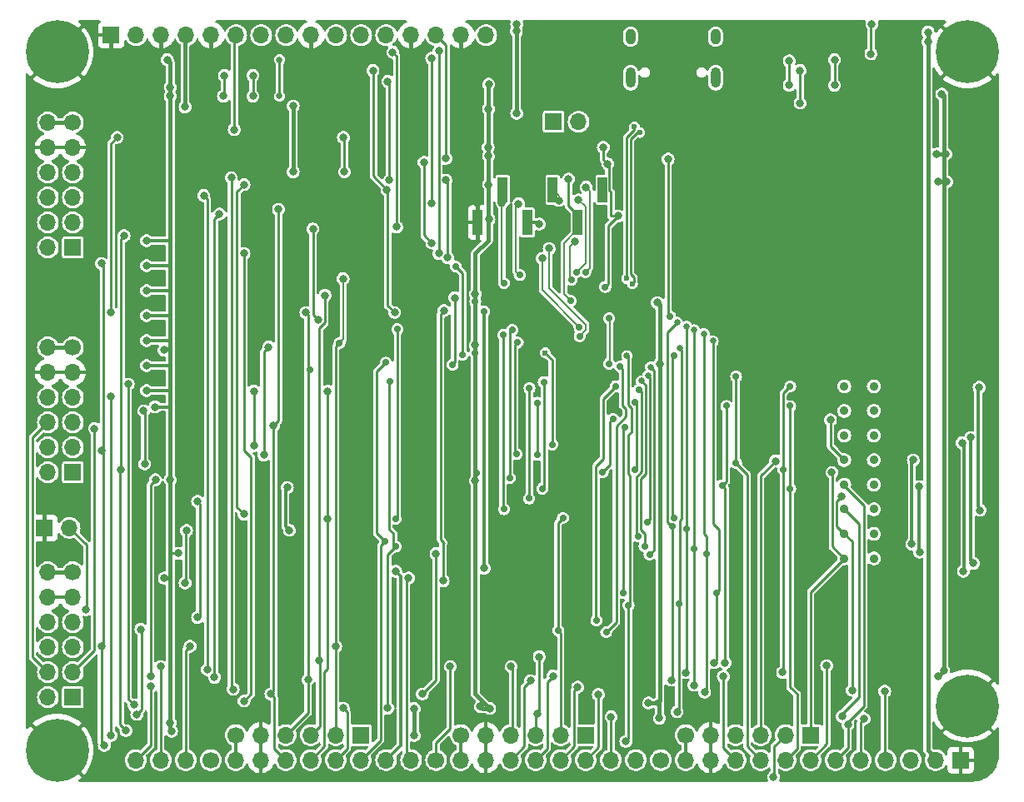
<source format=gbr>
%TF.GenerationSoftware,KiCad,Pcbnew,8.0.8-8.0.8-0~ubuntu22.04.1*%
%TF.CreationDate,2025-02-25T18:23:06-05:00*%
%TF.ProjectId,tinytapeout-demo,74696e79-7461-4706-956f-75742d64656d,2.1.2*%
%TF.SameCoordinates,PX38be5e0PY7d687e0*%
%TF.FileFunction,Copper,L4,Bot*%
%TF.FilePolarity,Positive*%
%FSLAX46Y46*%
G04 Gerber Fmt 4.6, Leading zero omitted, Abs format (unit mm)*
G04 Created by KiCad (PCBNEW 8.0.8-8.0.8-0~ubuntu22.04.1) date 2025-02-25 18:23:06*
%MOMM*%
%LPD*%
G01*
G04 APERTURE LIST*
%TA.AperFunction,ComponentPad*%
%ADD10C,0.820000*%
%TD*%
%TA.AperFunction,ComponentPad*%
%ADD11C,0.900000*%
%TD*%
%TA.AperFunction,ComponentPad*%
%ADD12C,0.620000*%
%TD*%
%TA.AperFunction,ComponentPad*%
%ADD13C,6.400000*%
%TD*%
%TA.AperFunction,ComponentPad*%
%ADD14R,1.700000X1.700000*%
%TD*%
%TA.AperFunction,ComponentPad*%
%ADD15O,1.700000X1.700000*%
%TD*%
%TA.AperFunction,ComponentPad*%
%ADD16C,1.700000*%
%TD*%
%TA.AperFunction,ComponentPad*%
%ADD17O,1.000000X2.100000*%
%TD*%
%TA.AperFunction,ComponentPad*%
%ADD18O,1.000000X1.600000*%
%TD*%
%TA.AperFunction,SMDPad,CuDef*%
%ADD19R,1.000000X2.510000*%
%TD*%
%TA.AperFunction,ViaPad*%
%ADD20C,0.650000*%
%TD*%
%TA.AperFunction,ViaPad*%
%ADD21C,0.800000*%
%TD*%
%TA.AperFunction,ViaPad*%
%ADD22C,0.700000*%
%TD*%
%TA.AperFunction,ViaPad*%
%ADD23C,0.620000*%
%TD*%
%TA.AperFunction,ViaPad*%
%ADD24C,0.600000*%
%TD*%
%TA.AperFunction,Conductor*%
%ADD25C,0.300000*%
%TD*%
%TA.AperFunction,Conductor*%
%ADD26C,0.400000*%
%TD*%
%TA.AperFunction,Conductor*%
%ADD27C,0.245000*%
%TD*%
%TA.AperFunction,Conductor*%
%ADD28C,0.250000*%
%TD*%
%TA.AperFunction,Conductor*%
%ADD29C,0.180000*%
%TD*%
%TA.AperFunction,Conductor*%
%ADD30C,0.200000*%
%TD*%
%TA.AperFunction,Conductor*%
%ADD31C,0.230000*%
%TD*%
G04 APERTURE END LIST*
D10*
%TO.P,STITCHB1,1*%
%TO.N,GND*%
X137100000Y-67300000D03*
%TD*%
D11*
%TO.P,JP7,1,A*%
%TO.N,uo_out6*%
X143000000Y-93500000D03*
%TO.P,JP7,2,B*%
%TO.N,Net-(JP7-B)*%
X146000000Y-93500000D03*
%TD*%
D10*
%TO.P,STITCHB1,1*%
%TO.N,GND*%
X99550000Y-76200000D03*
%TD*%
%TO.P,STITCHB1,1*%
%TO.N,GND*%
X130700000Y-87200000D03*
%TD*%
%TO.P,STITCHB1,1*%
%TO.N,GND*%
X68600000Y-128400000D03*
%TD*%
D12*
%TO.P,STITCHP3,1*%
%TO.N,GND*%
X134600000Y-130700000D03*
%TD*%
D10*
%TO.P,STITCHB1,1*%
%TO.N,GND*%
X96800000Y-125000000D03*
%TD*%
D11*
%TO.P,JP1,1,A*%
%TO.N,uo_out0*%
X143000000Y-108500000D03*
%TO.P,JP1,2,B*%
%TO.N,Net-(JP1-B)*%
X146000000Y-108500000D03*
%TD*%
D10*
%TO.P,STITCHB1,1*%
%TO.N,GND*%
X115850000Y-111150000D03*
%TD*%
D13*
%TO.P,MT3,1,1*%
%TO.N,GND*%
X63000000Y-57000000D03*
%TD*%
D10*
%TO.P,STITCHB1,1*%
%TO.N,GND*%
X75500000Y-63700000D03*
%TD*%
%TO.P,STITCHB1,1*%
%TO.N,GND*%
X71400000Y-90100000D03*
%TD*%
%TO.P,STITCHB5,1*%
%TO.N,GND*%
X126100000Y-74850000D03*
%TD*%
%TO.P,STITCHB4,1*%
%TO.N,GND*%
X119900000Y-77900000D03*
%TD*%
%TO.P,STITCHB1,1*%
%TO.N,GND*%
X122100000Y-113700000D03*
%TD*%
%TO.P,STITCHB1,1*%
%TO.N,GND*%
X80000000Y-122500000D03*
%TD*%
%TO.P,STITCHB35,1*%
%TO.N,GND*%
X60300000Y-93600000D03*
%TD*%
D14*
%TO.P,J13,1,IO1*%
%TO.N,ui_in0*%
X64600000Y-99740000D03*
D15*
%TO.P,J13,2,IO2*%
%TO.N,ui_in2*%
X64600000Y-97200000D03*
%TO.P,J13,3,IO3*%
%TO.N,uo_out3*%
X64600000Y-94660000D03*
%TO.P,J13,4,IO4*%
%TO.N,ui_in1*%
X64600000Y-92120000D03*
%TO.P,J13,5,GND*%
%TO.N,GND*%
X64600000Y-89580000D03*
D16*
%TO.P,J13,6,VCC*%
%TO.N,+3V3*%
X64600000Y-87040000D03*
D15*
%TO.P,J13,7,IO5*%
%TO.N,ui_in4*%
X62060000Y-99740000D03*
%TO.P,J13,8,IO6*%
%TO.N,ui_in6*%
X62060000Y-97200000D03*
%TO.P,J13,9,IO7*%
%TO.N,uo_out7*%
X62060000Y-94660000D03*
%TO.P,J13,10,IO8*%
%TO.N,ui_in5*%
X62060000Y-92120000D03*
%TO.P,J13,11,GND*%
%TO.N,GND*%
X62060000Y-89580000D03*
%TO.P,J13,12,VCC*%
%TO.N,+3V3*%
X62060000Y-87040000D03*
%TD*%
D10*
%TO.P,STITCHB1,1*%
%TO.N,GND*%
X136000000Y-121300000D03*
%TD*%
%TO.P,STITCHB1,1*%
%TO.N,GND*%
X154200000Y-102500000D03*
%TD*%
%TO.P,STITCHB1,1*%
%TO.N,GND*%
X127100000Y-64900000D03*
%TD*%
%TO.P,STITCHB31,1*%
%TO.N,GND*%
X60300000Y-73020000D03*
%TD*%
D12*
%TO.P,STITCHP3,1*%
%TO.N,GND*%
X122300000Y-79800000D03*
%TD*%
D10*
%TO.P,STITCHB29,1*%
%TO.N,GND*%
X60300000Y-67940000D03*
%TD*%
%TO.P,STITCHB1,1*%
%TO.N,GND*%
X120500000Y-130700000D03*
%TD*%
%TO.P,STITCHB1,1*%
%TO.N,GND*%
X88100000Y-58000000D03*
%TD*%
%TO.P,STITCHB1,1*%
%TO.N,GND*%
X86750000Y-95450000D03*
%TD*%
%TO.P,STITCHB1,1*%
%TO.N,GND*%
X72300000Y-130700000D03*
%TD*%
%TO.P,STITCHB7,1*%
%TO.N,GND*%
X125500000Y-58100000D03*
%TD*%
%TO.P,STITCHB27,1*%
%TO.N,GND*%
X60300000Y-65400000D03*
%TD*%
%TO.P,STITCHB1,1*%
%TO.N,GND*%
X68200000Y-60600000D03*
%TD*%
%TO.P,STITCHB12,1*%
%TO.N,GND*%
X142900000Y-85100000D03*
%TD*%
%TO.P,STITCHB1,1*%
%TO.N,GND*%
X94100000Y-124600000D03*
%TD*%
%TO.P,STITCHB7,1*%
%TO.N,GND*%
X119900000Y-66700000D03*
%TD*%
%TO.P,STITCHB11,1*%
%TO.N,GND*%
X142900000Y-82560000D03*
%TD*%
%TO.P,STITCHB1,1*%
%TO.N,GND*%
X147400000Y-92300000D03*
%TD*%
D16*
%TO.P,J2,1,Pin_1*%
%TO.N,ui_in0*%
X78620000Y-129000000D03*
D15*
%TO.P,J2,2,Pin_2*%
%TO.N,ui_in1*%
X76080000Y-129000000D03*
%TO.P,J2,3,Pin_3*%
%TO.N,ui_in2*%
X73540000Y-129000000D03*
%TO.P,J2,4,Pin_4*%
%TO.N,ui_in3*%
X71000000Y-129000000D03*
%TD*%
D10*
%TO.P,STITCHB1,1*%
%TO.N,GND*%
X75700000Y-92700000D03*
%TD*%
%TO.P,STITCHB1,1*%
%TO.N,GND*%
X81900000Y-69200000D03*
%TD*%
%TO.P,STITCHB1,1*%
%TO.N,GND*%
X123100000Y-130700000D03*
%TD*%
%TO.P,STITCHB1,1*%
%TO.N,GND*%
X99600000Y-94050000D03*
%TD*%
%TO.P,STITCHB1,1*%
%TO.N,GND*%
X108400000Y-124200000D03*
%TD*%
%TO.P,STITCHB1,1*%
%TO.N,GND*%
X142900000Y-72400000D03*
%TD*%
%TO.P,STITCHB1,1*%
%TO.N,GND*%
X150400000Y-66400000D03*
%TD*%
%TO.P,STITCHB1,1*%
%TO.N,GND*%
X154300000Y-66400000D03*
%TD*%
%TO.P,STITCHB1,1*%
%TO.N,GND*%
X113100000Y-118800000D03*
%TD*%
%TO.P,STITCHB1,1*%
%TO.N,GND*%
X84100000Y-60600000D03*
%TD*%
%TO.P,STITCHB1,1*%
%TO.N,GND*%
X150400000Y-119200000D03*
%TD*%
%TO.P,STITCHB1,1*%
%TO.N,GND*%
X108400000Y-121000000D03*
%TD*%
D12*
%TO.P,STITCHP3,1*%
%TO.N,GND*%
X117150000Y-86500000D03*
%TD*%
D10*
%TO.P,STITCHB19,1*%
%TO.N,GND*%
X158200000Y-86400000D03*
%TD*%
D12*
%TO.P,STITCHP3,1*%
%TO.N,GND*%
X108100000Y-67400000D03*
%TD*%
D10*
%TO.P,STITCHB1,1*%
%TO.N,GND*%
X150400000Y-71400000D03*
%TD*%
%TO.P,STITCHB7,1*%
%TO.N,GND*%
X124200000Y-55100000D03*
%TD*%
%TO.P,STITCHB1,1*%
%TO.N,GND*%
X88100000Y-63700000D03*
%TD*%
D12*
%TO.P,STITCHP3,1*%
%TO.N,GND*%
X110400000Y-90300000D03*
%TD*%
%TO.P,STITCHP3,1*%
%TO.N,GND*%
X118500000Y-87800000D03*
%TD*%
D10*
%TO.P,STITCHB1,1*%
%TO.N,GND*%
X92900000Y-130700000D03*
%TD*%
D12*
%TO.P,STITCHP3,1*%
%TO.N,GND*%
X119850000Y-86500000D03*
%TD*%
D10*
%TO.P,STITCHB1,1*%
%TO.N,GND*%
X70800000Y-78500000D03*
%TD*%
%TO.P,STITCHB18,1*%
%TO.N,GND*%
X158200000Y-81400000D03*
%TD*%
%TO.P,STITCHB1,1*%
%TO.N,GND*%
X97700000Y-130700000D03*
%TD*%
%TO.P,STITCHB1,1*%
%TO.N,GND*%
X73400000Y-60400000D03*
%TD*%
D11*
%TO.P,JP3,1,A*%
%TO.N,uo_out2*%
X143000000Y-103500000D03*
%TO.P,JP3,2,B*%
%TO.N,Net-(JP3-B)*%
X146000000Y-103500000D03*
%TD*%
%TO.P,JP8,1,A*%
%TO.N,uo_out7*%
X143000000Y-91000000D03*
%TO.P,JP8,2,B*%
%TO.N,Net-(JP8-B)*%
X146000000Y-91000000D03*
%TD*%
D10*
%TO.P,STITCHB1,1*%
%TO.N,GND*%
X131750000Y-106350000D03*
%TD*%
D16*
%TO.P,J8,1,Pin_1*%
%TO.N,uio0*%
X124355000Y-129000000D03*
D15*
%TO.P,J8,2,Pin_2*%
%TO.N,uio1*%
X121815000Y-129000000D03*
%TO.P,J8,3,Pin_3*%
%TO.N,uio2*%
X119275000Y-129000000D03*
%TD*%
D10*
%TO.P,STITCHB1,1*%
%TO.N,GND*%
X131700000Y-103800000D03*
%TD*%
D14*
%TO.P,J12,1,IO1*%
%TO.N,uo_out4*%
X64600000Y-122600000D03*
D15*
%TO.P,J12,2,IO2*%
%TO.N,uo_out3*%
X64600000Y-120060000D03*
%TO.P,J12,3,IO3*%
%TO.N,ui_in2*%
X64600000Y-117520000D03*
%TO.P,J12,4,IO4*%
%TO.N,uo_out5*%
X64600000Y-114980000D03*
%TO.P,J12,5,GND*%
%TO.N,GND*%
X64600000Y-112440000D03*
D16*
%TO.P,J12,6,VCC*%
%TO.N,+3V3*%
X64600000Y-109900000D03*
D15*
%TO.P,J12,7,IO5*%
%TO.N,uio0*%
X62060000Y-122600000D03*
%TO.P,J12,8,IO6*%
%TO.N,uo_out7*%
X62060000Y-120060000D03*
%TO.P,J12,9,IO7*%
%TO.N,uio2*%
X62060000Y-117520000D03*
%TO.P,J12,10,IO8*%
%TO.N,uio1*%
X62060000Y-114980000D03*
%TO.P,J12,11,GND*%
%TO.N,GND*%
X62060000Y-112440000D03*
%TO.P,J12,12,VCC*%
%TO.N,+3V3*%
X62060000Y-109900000D03*
%TD*%
D10*
%TO.P,STITCHB1,1*%
%TO.N,GND*%
X100000000Y-117200000D03*
%TD*%
D12*
%TO.P,STITCHP3,1*%
%TO.N,GND*%
X71300000Y-114100000D03*
%TD*%
D10*
%TO.P,STITCHB1,1*%
%TO.N,GND*%
X76400000Y-104100000D03*
%TD*%
D12*
%TO.P,STITCHP3,1*%
%TO.N,GND*%
X118500000Y-85200000D03*
%TD*%
D10*
%TO.P,STITCHB1,1*%
%TO.N,GND*%
X114200000Y-96400000D03*
%TD*%
%TO.P,STITCHB1,1*%
%TO.N,GND*%
X77300000Y-130700000D03*
%TD*%
%TO.P,STITCHB16,1*%
%TO.N,GND*%
X158200000Y-71400000D03*
%TD*%
%TO.P,STITCHB1,1*%
%TO.N,GND*%
X107500000Y-109000000D03*
%TD*%
D17*
%TO.P,J20,S1,SHIELD*%
%TO.N,Net-(J20-SHIELD)*%
X129920000Y-59630000D03*
D18*
X129920000Y-55450000D03*
D17*
X121280000Y-59630000D03*
D18*
X121280000Y-55450000D03*
%TD*%
D10*
%TO.P,STITCHB1,1*%
%TO.N,GND*%
X96400000Y-58700000D03*
%TD*%
%TO.P,STITCHB1,1*%
%TO.N,GND*%
X127700000Y-84100000D03*
%TD*%
%TO.P,STITCHB1,1*%
%TO.N,GND*%
X115400000Y-130700000D03*
%TD*%
%TO.P,STITCHB1,1*%
%TO.N,GND*%
X102700000Y-130700000D03*
%TD*%
%TO.P,STITCHB1,1*%
%TO.N,GND*%
X104200000Y-119000000D03*
%TD*%
%TO.P,STITCHB32,1*%
%TO.N,GND*%
X60300000Y-75560000D03*
%TD*%
D14*
%TO.P,J3,1,IO1*%
%TO.N,ui_in0*%
X93855000Y-126455000D03*
D15*
%TO.P,J3,2,IO2*%
%TO.N,ui_in1*%
X91315000Y-126455000D03*
%TO.P,J3,3,IO3*%
%TO.N,ui_in2*%
X88775000Y-126455000D03*
%TO.P,J3,4,IO4*%
%TO.N,ui_in3*%
X86235000Y-126455000D03*
%TO.P,J3,5,GND*%
%TO.N,GND*%
X83695000Y-126455000D03*
D16*
%TO.P,J3,6,VCC*%
%TO.N,+3V3*%
X81155000Y-126455000D03*
D15*
%TO.P,J3,7,IO5*%
%TO.N,ui_in4*%
X93855000Y-128995000D03*
%TO.P,J3,8,IO6*%
%TO.N,ui_in5*%
X91315000Y-128995000D03*
%TO.P,J3,9,IO7*%
%TO.N,ui_in6*%
X88775000Y-128995000D03*
%TO.P,J3,10,IO8*%
%TO.N,ui_in7*%
X86235000Y-128995000D03*
%TO.P,J3,11,GND*%
%TO.N,GND*%
X83695000Y-128995000D03*
%TO.P,J3,12,VCC*%
%TO.N,+3V3*%
X81155000Y-128995000D03*
%TD*%
D10*
%TO.P,STITCHB1,1*%
%TO.N,GND*%
X73500000Y-111700000D03*
%TD*%
%TO.P,STITCHB1,1*%
%TO.N,GND*%
X147400000Y-107200000D03*
%TD*%
D12*
%TO.P,STITCHP3,1*%
%TO.N,GND*%
X61200000Y-98500000D03*
%TD*%
D10*
%TO.P,STITCHB1,1*%
%TO.N,GND*%
X65750000Y-102900000D03*
%TD*%
%TO.P,STITCHB1,1*%
%TO.N,GND*%
X112900000Y-130700000D03*
%TD*%
%TO.P,STITCHB15,1*%
%TO.N,GND*%
X158200000Y-66400000D03*
%TD*%
%TO.P,STITCHB1,1*%
%TO.N,GND*%
X70800000Y-86200000D03*
%TD*%
%TO.P,STITCHB30,1*%
%TO.N,GND*%
X60300000Y-70480000D03*
%TD*%
D13*
%TO.P,MT4,1,1*%
%TO.N,GND*%
X155500000Y-57000000D03*
%TD*%
D10*
%TO.P,STITCHB1,1*%
%TO.N,GND*%
X107500000Y-97600000D03*
%TD*%
%TO.P,STITCHB1,1*%
%TO.N,GND*%
X77000000Y-120100000D03*
%TD*%
%TO.P,STITCHB17,1*%
%TO.N,GND*%
X158200000Y-76400000D03*
%TD*%
D13*
%TO.P,MT2,1,1*%
%TO.N,GND*%
X155500000Y-123500000D03*
%TD*%
D10*
%TO.P,STITCHB1,1*%
%TO.N,GND*%
X156200000Y-110500000D03*
%TD*%
%TO.P,STITCHB1,1*%
%TO.N,GND*%
X122100000Y-118700000D03*
%TD*%
%TO.P,STITCHB1,1*%
%TO.N,GND*%
X105200000Y-60400000D03*
%TD*%
D14*
%TO.P,J5,1,IO1*%
%TO.N,uio0*%
X116715000Y-126455000D03*
D15*
%TO.P,J5,2,IO2*%
%TO.N,uio1*%
X114175000Y-126455000D03*
%TO.P,J5,3,IO3*%
%TO.N,uio2*%
X111635000Y-126455000D03*
%TO.P,J5,4,IO4*%
%TO.N,uio3*%
X109095000Y-126455000D03*
%TO.P,J5,5,GND*%
%TO.N,GND*%
X106555000Y-126455000D03*
D16*
%TO.P,J5,6,VCC*%
%TO.N,+3V3*%
X104015000Y-126455000D03*
D15*
%TO.P,J5,7,IO5*%
%TO.N,uio4*%
X116715000Y-128995000D03*
%TO.P,J5,8,IO6*%
%TO.N,uio5*%
X114175000Y-128995000D03*
%TO.P,J5,9,IO7*%
%TO.N,uio6*%
X111635000Y-128995000D03*
%TO.P,J5,10,IO8*%
%TO.N,uio7*%
X109095000Y-128995000D03*
%TO.P,J5,11,GND*%
%TO.N,GND*%
X106555000Y-128995000D03*
%TO.P,J5,12,VCC*%
%TO.N,+3V3*%
X104015000Y-128995000D03*
%TD*%
D10*
%TO.P,STITCHB13,1*%
%TO.N,GND*%
X142900000Y-87640000D03*
%TD*%
D11*
%TO.P,JP2,1,A*%
%TO.N,uo_out1*%
X143000000Y-106000000D03*
%TO.P,JP2,2,B*%
%TO.N,Net-(JP2-B)*%
X146000000Y-106000000D03*
%TD*%
D10*
%TO.P,STITCHB10,1*%
%TO.N,GND*%
X142900000Y-80020000D03*
%TD*%
%TO.P,STITCHB1,1*%
%TO.N,GND*%
X71600000Y-125400000D03*
%TD*%
%TO.P,STITCHB1,1*%
%TO.N,GND*%
X117900000Y-130700000D03*
%TD*%
%TO.P,STITCHB1,1*%
%TO.N,GND*%
X111200000Y-79100000D03*
%TD*%
%TO.P,STITCHB1,1*%
%TO.N,GND*%
X92800000Y-58100000D03*
%TD*%
%TO.P,STITCHB23,1*%
%TO.N,GND*%
X158200000Y-106400000D03*
%TD*%
%TO.P,STITCHB1,1*%
%TO.N,GND*%
X90300000Y-80100000D03*
%TD*%
%TO.P,STITCHB1,1*%
%TO.N,GND*%
X87300000Y-99700000D03*
%TD*%
%TO.P,STITCHB22,1*%
%TO.N,GND*%
X158200000Y-101400000D03*
%TD*%
%TO.P,STITCHB33,1*%
%TO.N,GND*%
X60300000Y-78100000D03*
%TD*%
%TO.P,STITCHB1,1*%
%TO.N,GND*%
X107500000Y-81000000D03*
%TD*%
%TO.P,STITCHB1,1*%
%TO.N,GND*%
X126300000Y-68400000D03*
%TD*%
D12*
%TO.P,STITCHP3,1*%
%TO.N,GND*%
X76000000Y-114100000D03*
%TD*%
D10*
%TO.P,STITCHB1,1*%
%TO.N,GND*%
X83800000Y-101600000D03*
%TD*%
D14*
%TO.P,J10,1,Pin_1*%
%TO.N,GND*%
X61725000Y-105395000D03*
D15*
%TO.P,J10,2,Pin_2*%
%TO.N,/RP2040/RUN*%
X64265000Y-105395000D03*
%TD*%
D10*
%TO.P,STITCHB24,1*%
%TO.N,GND*%
X158200000Y-111400000D03*
%TD*%
D16*
%TO.P,J17,1,Pin_1*%
%TO.N,uio3*%
X101510000Y-129000000D03*
D15*
%TO.P,J17,2,Pin_2*%
%TO.N,~{project_rst}*%
X98970000Y-129000000D03*
%TO.P,J17,3,Pin_3*%
%TO.N,project_clk*%
X96430000Y-129000000D03*
%TD*%
D10*
%TO.P,STITCHB1,1*%
%TO.N,GND*%
X103400000Y-110750000D03*
%TD*%
D14*
%TO.P,J9,1,Pin_1*%
%TO.N,GND*%
X68500000Y-55300000D03*
D15*
%TO.P,J9,2,Pin_2*%
%TO.N,+3V3*%
X71040000Y-55300000D03*
%TO.P,J9,3,Pin_3*%
%TO.N,GND*%
X73580000Y-55300000D03*
%TO.P,J9,4,Pin_4*%
%TO.N,+1V8*%
X76120000Y-55300000D03*
%TO.P,J9,5,Pin_5*%
%TO.N,GND*%
X78660000Y-55300000D03*
%TO.P,J9,6,Pin_6*%
%TO.N,ctrl_ena*%
X81200000Y-55300000D03*
%TO.P,J9,7,Pin_7*%
%TO.N,~{ctrl_sel_rst}*%
X83740000Y-55300000D03*
%TO.P,J9,8,Pin_8*%
%TO.N,ctrl_sel_inc*%
X86280000Y-55300000D03*
%TO.P,J9,9,Pin_9*%
%TO.N,GND*%
X88820000Y-55300000D03*
%TO.P,J9,10,Pin_10*%
%TO.N,res1*%
X91360000Y-55300000D03*
%TO.P,J9,11,Pin_11*%
%TO.N,res2*%
X93900000Y-55300000D03*
%TO.P,J9,12,Pin_12*%
%TO.N,res3*%
X96440000Y-55300000D03*
%TO.P,J9,13,Pin_13*%
%TO.N,GND*%
X98980000Y-55300000D03*
%TO.P,J9,14,Pin_14*%
%TO.N,RPIO29*%
X101520000Y-55300000D03*
%TO.P,J9,15,Pin_15*%
%TO.N,GND*%
X104060000Y-55300000D03*
%TO.P,J9,16,Pin_16*%
%TO.N,+5V*%
X106600000Y-55300000D03*
%TD*%
D10*
%TO.P,STITCHB1,1*%
%TO.N,GND*%
X154000000Y-119200000D03*
%TD*%
%TO.P,STITCHB1,1*%
%TO.N,GND*%
X75700000Y-82600000D03*
%TD*%
%TO.P,STITCHB1,1*%
%TO.N,GND*%
X154300000Y-71400000D03*
%TD*%
%TO.P,STITCHB1,1*%
%TO.N,GND*%
X86000000Y-97800000D03*
%TD*%
D12*
%TO.P,STITCHP3,1*%
%TO.N,GND*%
X70900000Y-119800000D03*
%TD*%
D10*
%TO.P,STITCHB1,1*%
%TO.N,GND*%
X89850000Y-76450000D03*
%TD*%
%TO.P,STITCHB1,1*%
%TO.N,GND*%
X68200000Y-62900000D03*
%TD*%
%TO.P,STITCHB1,1*%
%TO.N,GND*%
X108400000Y-56600000D03*
%TD*%
%TO.P,STITCHB20,1*%
%TO.N,GND*%
X158200000Y-91400000D03*
%TD*%
%TO.P,STITCHB8,1*%
%TO.N,GND*%
X142900000Y-74940000D03*
%TD*%
%TO.P,STITCHB1,1*%
%TO.N,GND*%
X90900000Y-85400000D03*
%TD*%
%TO.P,STITCHB14,1*%
%TO.N,GND*%
X158200000Y-61400000D03*
%TD*%
%TO.P,STITCHB1,1*%
%TO.N,GND*%
X148400000Y-130700000D03*
%TD*%
%TO.P,STITCHB3,1*%
%TO.N,GND*%
X122500000Y-76900000D03*
%TD*%
%TO.P,STITCHB1,1*%
%TO.N,GND*%
X108400000Y-62750000D03*
%TD*%
%TO.P,STITCHB1,1*%
%TO.N,GND*%
X147400000Y-89600000D03*
%TD*%
D12*
%TO.P,STITCHP3,1*%
%TO.N,GND*%
X110100000Y-102900000D03*
%TD*%
D11*
%TO.P,JP5,1,A*%
%TO.N,uo_out4*%
X143000000Y-98500000D03*
%TO.P,JP5,2,B*%
%TO.N,Net-(JP5-B)*%
X146000000Y-98500000D03*
%TD*%
D10*
%TO.P,STITCHB7,1*%
%TO.N,GND*%
X122250000Y-58000000D03*
%TD*%
%TO.P,STITCHB1,1*%
%TO.N,GND*%
X122100000Y-108900000D03*
%TD*%
%TO.P,STITCHB1,1*%
%TO.N,GND*%
X147400000Y-99700000D03*
%TD*%
D12*
%TO.P,STITCHP3,1*%
%TO.N,GND*%
X87400000Y-127700000D03*
%TD*%
D10*
%TO.P,STITCHB21,1*%
%TO.N,GND*%
X158200000Y-96400000D03*
%TD*%
%TO.P,STITCHB1,1*%
%TO.N,GND*%
X83000000Y-89000000D03*
%TD*%
%TO.P,STITCHB7,1*%
%TO.N,GND*%
X126800000Y-55100000D03*
%TD*%
D12*
%TO.P,STITCHP3,1*%
%TO.N,GND*%
X61200000Y-116200000D03*
%TD*%
D14*
%TO.P,J14,1,IO1*%
%TO.N,uio4*%
X64600000Y-76880000D03*
D15*
%TO.P,J14,2,IO2*%
%TO.N,uio6*%
X64600000Y-74340000D03*
%TO.P,J14,3,IO3*%
%TO.N,uio3*%
X64600000Y-71800000D03*
%TO.P,J14,4,IO4*%
%TO.N,uio5*%
X64600000Y-69260000D03*
%TO.P,J14,5,GND*%
%TO.N,GND*%
X64600000Y-66720000D03*
D16*
%TO.P,J14,6,VCC*%
%TO.N,+3V3*%
X64600000Y-64180000D03*
D15*
%TO.P,J14,7,IO5*%
%TO.N,ui_in2*%
X62060000Y-76880000D03*
%TO.P,J14,8,IO6*%
%TO.N,uo_out0*%
X62060000Y-74340000D03*
%TO.P,J14,9,IO7*%
%TO.N,ui_in7*%
X62060000Y-71800000D03*
%TO.P,J14,10,IO8*%
%TO.N,uo_out1*%
X62060000Y-69260000D03*
%TO.P,J14,11,GND*%
%TO.N,GND*%
X62060000Y-66720000D03*
%TO.P,J14,12,VCC*%
%TO.N,+3V3*%
X62060000Y-64180000D03*
%TD*%
D10*
%TO.P,STITCHB26,1*%
%TO.N,GND*%
X158100000Y-129000000D03*
%TD*%
%TO.P,STITCHB1,1*%
%TO.N,GND*%
X107500000Y-90400000D03*
%TD*%
%TO.P,STITCHB1,1*%
%TO.N,GND*%
X83100000Y-76700000D03*
%TD*%
%TO.P,STITCHB34,1*%
%TO.N,GND*%
X60300000Y-88100000D03*
%TD*%
%TO.P,STITCHB1,1*%
%TO.N,GND*%
X142400000Y-121300000D03*
%TD*%
%TO.P,STITCHB1,1*%
%TO.N,GND*%
X78000000Y-60600000D03*
%TD*%
%TO.P,STITCHB1,1*%
%TO.N,GND*%
X66400000Y-125300000D03*
%TD*%
D11*
%TO.P,JP6,1,A*%
%TO.N,uo_out5*%
X143000000Y-96000000D03*
%TO.P,JP6,2,B*%
%TO.N,Net-(JP6-B)*%
X146000000Y-96000000D03*
%TD*%
D10*
%TO.P,STITCHB9,1*%
%TO.N,GND*%
X142900000Y-77480000D03*
%TD*%
D12*
%TO.P,STITCHP3,1*%
%TO.N,GND*%
X92100000Y-118900000D03*
%TD*%
D10*
%TO.P,STITCHB1,1*%
%TO.N,GND*%
X122500000Y-68900000D03*
%TD*%
%TO.P,STITCHB1,1*%
%TO.N,GND*%
X71350000Y-109600000D03*
%TD*%
D14*
%TO.P,J1,1,Pin_1*%
%TO.N,GND*%
X154810000Y-129000000D03*
D15*
%TO.P,J1,2,Pin_2*%
%TO.N,+5V*%
X152270000Y-129000000D03*
%TO.P,J1,3,Pin_3*%
%TO.N,uo_out0*%
X149730000Y-129000000D03*
%TO.P,J1,4,Pin_4*%
%TO.N,uo_out1*%
X147190000Y-129000000D03*
%TO.P,J1,5,Pin_5*%
%TO.N,uo_out2*%
X144650000Y-129000000D03*
%TO.P,J1,6,Pin_6*%
%TO.N,uo_out3*%
X142110000Y-129000000D03*
%TD*%
D10*
%TO.P,STITCHB1,1*%
%TO.N,GND*%
X113700000Y-76100000D03*
%TD*%
%TO.P,STITCHB1,1*%
%TO.N,GND*%
X146100000Y-125500000D03*
%TD*%
%TO.P,STITCHB1,1*%
%TO.N,GND*%
X131900000Y-121300000D03*
%TD*%
D14*
%TO.P,J19,1,Pin_1*%
%TO.N,+1V8*%
X113450000Y-64100000D03*
D15*
%TO.P,J19,2,Pin_2*%
%TO.N,/1v8A*%
X115990000Y-64100000D03*
%TD*%
D10*
%TO.P,STITCHB1,1*%
%TO.N,GND*%
X147400000Y-104700000D03*
%TD*%
%TO.P,STITCHB1,1*%
%TO.N,GND*%
X107400000Y-100500000D03*
%TD*%
%TO.P,STITCHB1,1*%
%TO.N,GND*%
X71400000Y-100200000D03*
%TD*%
%TO.P,STITCHB1,1*%
%TO.N,GND*%
X107500000Y-86700000D03*
%TD*%
%TO.P,STITCHB6,1*%
%TO.N,GND*%
X120000000Y-68450000D03*
%TD*%
D12*
%TO.P,STITCHP3,1*%
%TO.N,GND*%
X97300000Y-108700000D03*
%TD*%
D14*
%TO.P,J6,1,IO1*%
%TO.N,uo_out0*%
X139575000Y-126455000D03*
D15*
%TO.P,J6,2,IO2*%
%TO.N,uo_out1*%
X137035000Y-126455000D03*
%TO.P,J6,3,IO3*%
%TO.N,uo_out2*%
X134495000Y-126455000D03*
%TO.P,J6,4,IO4*%
%TO.N,uo_out3*%
X131955000Y-126455000D03*
%TO.P,J6,5,GND*%
%TO.N,GND*%
X129415000Y-126455000D03*
D16*
%TO.P,J6,6,VCC*%
%TO.N,+3V3*%
X126875000Y-126455000D03*
D15*
%TO.P,J6,7,IO5*%
%TO.N,uo_out4*%
X139575000Y-128995000D03*
%TO.P,J6,8,IO6*%
%TO.N,uo_out5*%
X137035000Y-128995000D03*
%TO.P,J6,9,IO7*%
%TO.N,uo_out6*%
X134495000Y-128995000D03*
%TO.P,J6,10,IO8*%
%TO.N,uo_out7*%
X131955000Y-128995000D03*
%TO.P,J6,11,GND*%
%TO.N,GND*%
X129415000Y-128995000D03*
%TO.P,J6,12,VCC*%
%TO.N,+3V3*%
X126875000Y-128995000D03*
%TD*%
D11*
%TO.P,JP4,1,A*%
%TO.N,uo_out3*%
X143000000Y-101000000D03*
%TO.P,JP4,2,B*%
%TO.N,Net-(JP4-B)*%
X146000000Y-101000000D03*
%TD*%
D12*
%TO.P,STITCHP3,1*%
%TO.N,GND*%
X110200000Y-95600000D03*
%TD*%
%TO.P,STITCHP3,1*%
%TO.N,GND*%
X61200000Y-108300000D03*
%TD*%
D10*
%TO.P,STITCHB1,1*%
%TO.N,GND*%
X73400000Y-68700000D03*
%TD*%
%TO.P,STITCHB1,1*%
%TO.N,GND*%
X79500000Y-71700000D03*
%TD*%
%TO.P,STITCHB1,1*%
%TO.N,GND*%
X60500000Y-121500000D03*
%TD*%
%TO.P,STITCHB1,1*%
%TO.N,GND*%
X103800000Y-75500000D03*
%TD*%
%TO.P,STITCHB1,1*%
%TO.N,GND*%
X147400000Y-94700000D03*
%TD*%
%TO.P,STITCHB1,1*%
%TO.N,GND*%
X87200000Y-73100000D03*
%TD*%
%TO.P,STITCHB1,1*%
%TO.N,GND*%
X66400000Y-122500000D03*
%TD*%
%TO.P,STITCHB1,1*%
%TO.N,GND*%
X147400000Y-102200000D03*
%TD*%
%TO.P,STITCHB1,1*%
%TO.N,GND*%
X147100000Y-120800000D03*
%TD*%
%TO.P,STITCHB1,1*%
%TO.N,GND*%
X147400000Y-109600000D03*
%TD*%
%TO.P,STITCHB1,1*%
%TO.N,GND*%
X74800000Y-130700000D03*
%TD*%
D13*
%TO.P,MT1,1,1*%
%TO.N,GND*%
X63000000Y-128000000D03*
%TD*%
D10*
%TO.P,STITCHB1,1*%
%TO.N,GND*%
X147400000Y-97200000D03*
%TD*%
%TO.P,STITCHB1,1*%
%TO.N,GND*%
X75700000Y-87800000D03*
%TD*%
%TO.P,STITCHB25,1*%
%TO.N,GND*%
X158200000Y-116400000D03*
%TD*%
%TO.P,STITCHB1,1*%
%TO.N,GND*%
X131100000Y-91900000D03*
%TD*%
%TO.P,STITCHB1,1*%
%TO.N,GND*%
X110300000Y-130700000D03*
%TD*%
%TO.P,STITCHB1,1*%
%TO.N,GND*%
X86400000Y-124600000D03*
%TD*%
%TO.P,STITCHB1,1*%
%TO.N,GND*%
X107500000Y-95300000D03*
%TD*%
%TO.P,STITCHB2,1*%
%TO.N,GND*%
X122500000Y-72900000D03*
%TD*%
D19*
%TO.P,J11,1,Pin_1*%
%TO.N,+3V3*%
X118450000Y-71025000D03*
%TO.P,J11,2,Pin_2*%
%TO.N,boot_mode*%
X115910000Y-74335000D03*
%TO.P,J11,3,Pin_3*%
%TO.N,/RP2040/QSPI_CLK*%
X113370000Y-71025000D03*
%TO.P,J11,4,Pin_4*%
%TO.N,/RP2040/QSPI_SD0*%
X110830000Y-74335000D03*
%TO.P,J11,5,Pin_5*%
%TO.N,/RP2040/QSPI_SD1*%
X108290000Y-71025000D03*
%TO.P,J11,6,Pin_6*%
%TO.N,GND*%
X105750000Y-74335000D03*
%TD*%
D20*
%TO.N,GND*%
X128300000Y-76950000D03*
D21*
X92300000Y-92700000D03*
X122000000Y-126300000D03*
D20*
X120174995Y-56425005D03*
D21*
X104500000Y-94100000D03*
X132200000Y-70000000D03*
D22*
X117180002Y-96200000D03*
X117200000Y-88800000D03*
D21*
X97600000Y-80000000D03*
D22*
X111200000Y-81900000D03*
D20*
X133300000Y-56750000D03*
D21*
X142000000Y-115500000D03*
X104400000Y-99752500D03*
D22*
X114700000Y-94500000D03*
D21*
X104600000Y-92100000D03*
X139500000Y-101520002D03*
D22*
X127293311Y-62707387D03*
D21*
X94400000Y-66100000D03*
X134500000Y-94000000D03*
X114951261Y-54883120D03*
X100329621Y-124382500D03*
D22*
X118000000Y-88800000D03*
D21*
X105700000Y-72400000D03*
X102422500Y-113170000D03*
D22*
X122700000Y-62600000D03*
D21*
X113300000Y-58600000D03*
D22*
X130800000Y-61900000D03*
D21*
X77500000Y-124152500D03*
X137100000Y-87450000D03*
X110900000Y-57750000D03*
X154100000Y-92100000D03*
X137100000Y-84950000D03*
X90200000Y-70600000D03*
X136000000Y-103500000D03*
D22*
X114700000Y-93000000D03*
X128600000Y-63600000D03*
D21*
X120599990Y-61200000D03*
X113300000Y-54850000D03*
X115154271Y-60586186D03*
D22*
X130500000Y-88700000D03*
D21*
X132000000Y-115500000D03*
X92277500Y-102930000D03*
D22*
X116300000Y-88800000D03*
D21*
X92277500Y-100330000D03*
X139500000Y-109500000D03*
X78800000Y-124800000D03*
X154100000Y-97600000D03*
X92277500Y-107930000D03*
D23*
X110470238Y-87154962D03*
D21*
X115600000Y-69100000D03*
D22*
X126000000Y-83000000D03*
D21*
X104100000Y-64700000D03*
X128700000Y-61800000D03*
X137100000Y-74950000D03*
X137100000Y-82450000D03*
D20*
X91450000Y-67150000D03*
D21*
X132450000Y-87500000D03*
X140100000Y-65900000D03*
D20*
X129600000Y-84050000D03*
X128300000Y-74600000D03*
D22*
X130850000Y-64300000D03*
D21*
X113850000Y-66850000D03*
D20*
X131800000Y-56750000D03*
D21*
X92277500Y-105430000D03*
D20*
X128300000Y-79300000D03*
X119750000Y-62050000D03*
D21*
X121200000Y-61800000D03*
X137100000Y-72400000D03*
D20*
X86200000Y-67700000D03*
D21*
X137100000Y-79950000D03*
X101600000Y-80100000D03*
X107200000Y-102900000D03*
D22*
X121600000Y-63600000D03*
D21*
X104500000Y-97200000D03*
X139500000Y-96500000D03*
X112800000Y-65700000D03*
X132000000Y-110500000D03*
D20*
X128300000Y-81550000D03*
D21*
X101680492Y-124882500D03*
X92277500Y-113030000D03*
X96600000Y-85200000D03*
X103000000Y-105500000D03*
X125200000Y-126700000D03*
D22*
X120105242Y-93593893D03*
D21*
X92400000Y-72500000D03*
X132200000Y-67400000D03*
X154400000Y-107400000D03*
X105500000Y-63200000D03*
X104500000Y-91000000D03*
X137100000Y-77450000D03*
X92277500Y-97730000D03*
X99700000Y-88570000D03*
X129750000Y-61550000D03*
X118250004Y-63550000D03*
X105600000Y-66400000D03*
X92277500Y-95230000D03*
D20*
X119250000Y-60950000D03*
X112000000Y-73150000D03*
D21*
X110750000Y-54850000D03*
%TO.N,+5V*%
X109690571Y-54900052D03*
X109700000Y-54200000D03*
X145800000Y-54200000D03*
X151500000Y-55000000D03*
X151500000Y-56000000D03*
X109700000Y-63249996D03*
X145700000Y-57200000D03*
%TO.N,+3V3*%
X73900000Y-110500000D03*
D20*
X85600000Y-61500000D03*
D21*
X72100000Y-91440000D03*
X137400000Y-60400000D03*
X99300000Y-126499996D03*
X106800000Y-66700000D03*
X142000000Y-60400000D03*
X99281432Y-123752500D03*
X106880002Y-74000000D03*
D20*
X85600000Y-57800000D03*
D21*
X153400000Y-70200000D03*
X82900000Y-59399996D03*
X72100000Y-86360000D03*
X118500000Y-66700000D03*
X74500000Y-61500000D03*
X120000000Y-73700000D03*
X72950000Y-93100000D03*
X124235617Y-88725871D03*
X106000000Y-123552500D03*
X72100000Y-76200000D03*
D22*
X118700000Y-80900000D03*
D21*
X137400000Y-57900000D03*
X79900000Y-61500000D03*
X74500000Y-100500000D03*
D20*
X124000000Y-123230000D03*
D21*
X105500000Y-81600000D03*
X73869933Y-87321428D03*
X124000000Y-82500000D03*
X86400000Y-101300000D03*
X152500000Y-120500000D03*
D22*
X105500000Y-87600000D03*
D21*
X118961435Y-68395339D03*
X72100000Y-88900000D03*
X106954689Y-123751135D03*
D22*
X118450696Y-99702500D03*
D21*
X74200000Y-57800000D03*
X106855775Y-60292434D03*
X106842451Y-62814911D03*
X80000000Y-59400000D03*
X72100000Y-83820000D03*
X72100000Y-81280000D03*
D22*
X119500000Y-94300000D03*
D21*
X74500000Y-60600000D03*
X106842451Y-70500000D03*
X142000000Y-57800000D03*
X82900000Y-61500000D03*
X153300000Y-67400000D03*
X105500000Y-100600000D03*
X74632063Y-126067935D03*
X75319999Y-107976230D03*
X106842451Y-67600000D03*
X152500000Y-70200000D03*
X153100000Y-119900000D03*
X123100000Y-123200000D03*
X72100000Y-78740000D03*
D22*
X105500000Y-82400000D03*
D21*
X86600000Y-105645000D03*
X152900000Y-61300000D03*
D22*
X105600000Y-99800000D03*
D21*
X105500000Y-86800000D03*
X74500000Y-125200000D03*
X124200000Y-124752500D03*
X152400000Y-67400000D03*
%TO.N,~{project_rst}*%
X76159328Y-105670000D03*
X102317135Y-83305365D03*
X102222500Y-110777500D03*
X98722500Y-110500000D03*
X76000000Y-111000000D03*
%TO.N,+1V8*%
X87000000Y-69200000D03*
X87000000Y-62500000D03*
X76000000Y-62600000D03*
D22*
%TO.N,/RP2040/DVDD*%
X119100000Y-88700000D03*
X119100000Y-84100000D03*
D21*
%TO.N,project_clk*%
X106400000Y-109500000D03*
X97400008Y-109800000D03*
D22*
X106400000Y-83400000D03*
%TO.N,uio1*%
X125660617Y-104372500D03*
X113900000Y-115800000D03*
X114400000Y-104372500D03*
X125700000Y-87900000D03*
%TO.N,uio0*%
X121067500Y-113267500D03*
D21*
X71094328Y-124355707D03*
D20*
X120900000Y-87900000D03*
D21*
X71510885Y-115702500D03*
X120800000Y-127100000D03*
D22*
%TO.N,uio3*%
X130000000Y-112000000D03*
D20*
X129647500Y-86400000D03*
D21*
X102957597Y-119492362D03*
X129800000Y-119100000D03*
X78277500Y-119800000D03*
X109134617Y-119492362D03*
X77900000Y-71600000D03*
D20*
%TO.N,uio2*%
X126300000Y-87100000D03*
D22*
X126172500Y-113100398D03*
D21*
X111800000Y-124300000D03*
X126000000Y-124100000D03*
X119300000Y-124600000D03*
X112000000Y-118500000D03*
D22*
%TO.N,uio5*%
X127727500Y-107500000D03*
D20*
X127723527Y-85285450D03*
D21*
X80900000Y-121800000D03*
X127700000Y-121377500D03*
X80700000Y-69800000D03*
X115900000Y-121577500D03*
%TO.N,uio4*%
X82000000Y-77500000D03*
D22*
X128999998Y-108000000D03*
D21*
X118000000Y-122322500D03*
X82000000Y-123000000D03*
X128800000Y-122100000D03*
D20*
X128733689Y-85685000D03*
D21*
%TO.N,uio7*%
X125400000Y-120877500D03*
D20*
X126000002Y-84500000D03*
D22*
X125500000Y-105272503D03*
D21*
X111117096Y-120937362D03*
%TO.N,uio6*%
X79500000Y-73500000D03*
X126895000Y-120100000D03*
D22*
X127000000Y-105500000D03*
D21*
X79000000Y-120600000D03*
X113388922Y-120455000D03*
D20*
X126941715Y-84893349D03*
D21*
%TO.N,ui_in0*%
X69500000Y-99500000D03*
X70000000Y-126000000D03*
X69800000Y-75700000D03*
D22*
X104200000Y-87800000D03*
X103500000Y-78800000D03*
D21*
%TO.N,ui_in2*%
X67500000Y-117432500D03*
D22*
X103200000Y-88800000D03*
D21*
X67500000Y-97500000D03*
X103400000Y-82000000D03*
X73500000Y-119500000D03*
X67800000Y-127500000D03*
X67500000Y-78500000D03*
X89640505Y-118877500D03*
X90222500Y-81750000D03*
%TO.N,ui_in1*%
X91315000Y-117432500D03*
X68500000Y-92000000D03*
X76510885Y-117432500D03*
X92070002Y-80069998D03*
X68500000Y-126499998D03*
D22*
X91700000Y-86600000D03*
%TO.N,ui_in4*%
X122074508Y-106256020D03*
D21*
X84000000Y-98000000D03*
D22*
X96327500Y-106774398D03*
D21*
X84500000Y-87000000D03*
D22*
X122138961Y-91314900D03*
X96400000Y-88600000D03*
D21*
%TO.N,ui_in3*%
X88277500Y-83500000D03*
X72521301Y-121499776D03*
X88489115Y-120832500D03*
D22*
X88700531Y-89349471D03*
D20*
%TO.N,ui_in6*%
X123053961Y-89900000D03*
D21*
X90500000Y-91500000D03*
D22*
X97388449Y-104455000D03*
D21*
X83000000Y-91500000D03*
X83000000Y-97022500D03*
X90500000Y-104505000D03*
D22*
X123017500Y-104817500D03*
X97580003Y-85200000D03*
D21*
%TO.N,ui_in5*%
X70222500Y-90777500D03*
D22*
X122700000Y-107261604D03*
D21*
X96608602Y-123722500D03*
X70800000Y-123400000D03*
D20*
X122370813Y-90462460D03*
D22*
X96827500Y-90500000D03*
D21*
X92065965Y-123722500D03*
D22*
X97400000Y-107300000D03*
%TO.N,uo_out0*%
X109000000Y-100302500D03*
D21*
X141729603Y-99751373D03*
X89500000Y-84222500D03*
X89000000Y-75000000D03*
D22*
X109250032Y-85272500D03*
D21*
%TO.N,ui_in7*%
X85500000Y-72999996D03*
X100120290Y-122277500D03*
X84722512Y-122277500D03*
D22*
X123200000Y-108100000D03*
D21*
X101500000Y-108010000D03*
D20*
X123332221Y-89035557D03*
D21*
X85000000Y-95000000D03*
%TO.N,uo_out2*%
X145000000Y-124800000D03*
D22*
X109702500Y-97900000D03*
D21*
X136000000Y-98600000D03*
D22*
X109813714Y-86554067D03*
D21*
X142777593Y-124560000D03*
%TO.N,uo_out1*%
X135800000Y-130700000D03*
D22*
X108327500Y-85772500D03*
D21*
X147100000Y-122000000D03*
X82000000Y-104000000D03*
X143800000Y-121900000D03*
D22*
X108400000Y-103500000D03*
D21*
X142700000Y-102200000D03*
X82000000Y-70500000D03*
D22*
%TO.N,uo_out4*%
X112450000Y-90550000D03*
D21*
X72500000Y-120500000D03*
D22*
X130594023Y-101062500D03*
D21*
X130900000Y-119100000D03*
X141200000Y-119400000D03*
D22*
X131000000Y-93000000D03*
X112300000Y-101400000D03*
D21*
X73000000Y-100500000D03*
X141589115Y-94410885D03*
D22*
%TO.N,uo_out3*%
X113324485Y-96910961D03*
D21*
X143363158Y-125400000D03*
D23*
X112600000Y-87600000D03*
D21*
X66800000Y-95300000D03*
D22*
%TO.N,uo_out6*%
X132000000Y-90000000D03*
X111827825Y-97979089D03*
X132000000Y-98827500D03*
X111827825Y-92672175D03*
%TO.N,uo_out5*%
X137500000Y-93000000D03*
X111000000Y-91200000D03*
D21*
X77277500Y-102700000D03*
X77277500Y-114500000D03*
D22*
X110958820Y-102400000D03*
X137500000Y-101405000D03*
D21*
%TO.N,ctrl_ena*%
X100289504Y-68231159D03*
X113000000Y-77000000D03*
X101077500Y-76429998D03*
X81000000Y-64900000D03*
D22*
X116100000Y-85900000D03*
D21*
%TO.N,uo_out7*%
X130700000Y-120500000D03*
X71800000Y-93500000D03*
D22*
X137500000Y-91000000D03*
D21*
X136722500Y-120097233D03*
D22*
X136785720Y-99458220D03*
X121674109Y-99479892D03*
X121693961Y-92599999D03*
D21*
X71895000Y-98895000D03*
%TO.N,ctrl_sel_inc*%
X97300000Y-83500000D03*
X96511589Y-70992818D03*
X95100000Y-58900000D03*
%TO.N,~{ctrl_sel_rst}*%
X112300000Y-78000000D03*
D22*
X116080761Y-85000000D03*
D21*
X102522500Y-70048245D03*
X102705788Y-77923738D03*
X96600000Y-60000000D03*
X96777500Y-70028818D03*
D22*
%TO.N,/RP2040/SWDIO*%
X120198797Y-88972024D03*
X118800000Y-116000000D03*
%TO.N,/RP2040/SWCLK*%
X119758175Y-90988683D03*
X117800000Y-114800000D03*
%TO.N,RPIO29*%
X125300000Y-83900000D03*
D21*
X125100000Y-67900000D03*
X102522500Y-67827991D03*
D22*
%TO.N,/RP2040/RUN*%
X120709051Y-95142009D03*
X120500000Y-111999988D03*
D21*
X65900000Y-113700000D03*
%TO.N,boot_mode*%
X68500000Y-83500000D03*
X92200000Y-69200000D03*
X114981998Y-69924002D03*
X69100012Y-65700000D03*
X92100000Y-65700000D03*
D22*
X115190380Y-82309620D03*
D21*
%TO.N,/RP2040/QSPI_CLK*%
X114000000Y-72100000D03*
X115983984Y-72042753D03*
D22*
X115763197Y-79391213D03*
D21*
%TO.N,/RP2040/QSPI_SD0*%
X112000000Y-74500000D03*
D22*
X115303021Y-80164674D03*
D21*
X115619975Y-76319975D03*
%TO.N,/RP2040/QSPI_SD1*%
X108200000Y-72350000D03*
D22*
X108400000Y-80500000D03*
D24*
%TO.N,usb_d+*%
X121654338Y-64614973D03*
X120882500Y-80029531D03*
%TO.N,usb_d-*%
X122200000Y-65200000D03*
X121470469Y-80570469D03*
D21*
%TO.N,Net-(U1-A)*%
X155100000Y-109800000D03*
X154950000Y-96750000D03*
%TO.N,Net-(U1-B)*%
X156100000Y-109000000D03*
X155850000Y-96200000D03*
%TO.N,Net-(U1-D)*%
X150600000Y-101200000D03*
X150630331Y-107869669D03*
%TO.N,Net-(U1-E)*%
X150000000Y-98500000D03*
X149850000Y-107043466D03*
%TO.N,Net-(U1-DP)*%
X156700000Y-91100000D03*
X156800000Y-103600000D03*
%TO.N,/RP2040/QSPI_SD2*%
X109900074Y-72435037D03*
D22*
X109999998Y-79700000D03*
%TO.N,/RP2040/QSPI_SD3*%
X116682098Y-79391551D03*
D21*
X116750002Y-70750000D03*
%TO.N,Net-(D3-K)*%
X138500000Y-62200000D03*
X138500000Y-58900000D03*
%TO.N,res1*%
X101070439Y-57644344D03*
X101077500Y-72400000D03*
%TO.N,res3*%
X101800000Y-77500000D03*
X101804369Y-56921844D03*
%TO.N,res2*%
X97500000Y-74800000D03*
X97119013Y-57040783D03*
%TD*%
D25*
%TO.N,GND*%
X105750000Y-72450000D02*
X105700000Y-72400000D01*
X105750000Y-74335000D02*
X105750000Y-72450000D01*
D26*
%TO.N,+5V*%
X109700000Y-63249996D02*
X109700000Y-54909481D01*
X151500000Y-55000000D02*
X151500000Y-128000000D01*
X151500000Y-128000000D02*
X152270000Y-128770000D01*
X151500000Y-56000000D02*
X151500000Y-55000000D01*
D27*
X145700000Y-54300000D02*
X145800000Y-54200000D01*
D26*
X109700000Y-54890623D02*
X109690571Y-54900052D01*
X152270000Y-128770000D02*
X152270000Y-129000000D01*
X109700000Y-54200000D02*
X109700000Y-54890623D01*
X109700000Y-54909481D02*
X109690571Y-54900052D01*
D27*
X145700000Y-57200000D02*
X145700000Y-54300000D01*
%TO.N,+3V3*%
X79900000Y-61500000D02*
X80000000Y-61400000D01*
D26*
X124000000Y-123230000D02*
X123130000Y-123230000D01*
X74500000Y-60600000D02*
X74500000Y-61500000D01*
X124200000Y-123030000D02*
X124200000Y-124752500D01*
D25*
X72100000Y-78740000D02*
X74410000Y-78740000D01*
D26*
X106842451Y-67600000D02*
X106842451Y-67800000D01*
D25*
X81155000Y-128995000D02*
X81155000Y-126455000D01*
D26*
X74500000Y-125935872D02*
X74632063Y-126067935D01*
X74500000Y-78650000D02*
X74500000Y-81400000D01*
D25*
X86200000Y-101500000D02*
X86200000Y-105245000D01*
D26*
X106842451Y-67800000D02*
X106842451Y-70500000D01*
X106954689Y-123751135D02*
X106198635Y-123751135D01*
D27*
X119050000Y-68483904D02*
X119050000Y-71025000D01*
X119000000Y-74700000D02*
X119000000Y-80600000D01*
D26*
X74500000Y-93050000D02*
X74500000Y-100500000D01*
X99300000Y-123771068D02*
X99281432Y-123752500D01*
X74500000Y-100500000D02*
X74500000Y-108000000D01*
X124000000Y-82500000D02*
X124253961Y-82753961D01*
X74500000Y-83800000D02*
X74500000Y-86450000D01*
X105500000Y-122296446D02*
X106954689Y-123751135D01*
D25*
X126875000Y-128995000D02*
X126875000Y-126455000D01*
D26*
X105500000Y-77500000D02*
X105500000Y-122296446D01*
D27*
X119050000Y-71025000D02*
X119300000Y-71275000D01*
X105500000Y-100600000D02*
X105500000Y-99900000D01*
X119000000Y-80600000D02*
X118700000Y-80900000D01*
D26*
X62060000Y-87040000D02*
X64600000Y-87040000D01*
D27*
X119300000Y-73700000D02*
X120000000Y-73700000D01*
D26*
X74500000Y-61500000D02*
X74500000Y-58100000D01*
D25*
X74410000Y-78740000D02*
X74500000Y-78650000D01*
X72950000Y-93100000D02*
X74450000Y-93100000D01*
D26*
X153100000Y-67400000D02*
X152400000Y-67400000D01*
D27*
X74523770Y-107976230D02*
X74500000Y-108000000D01*
D26*
X106842451Y-62814911D02*
X106842451Y-60305758D01*
D27*
X105500000Y-86800000D02*
X105500000Y-87600000D01*
D26*
X74500000Y-110500000D02*
X73900000Y-110500000D01*
X152500000Y-120500000D02*
X153100000Y-119900000D01*
X106842451Y-62814911D02*
X106842451Y-67600000D01*
D25*
X72100000Y-81280000D02*
X74380000Y-81280000D01*
D26*
X106842451Y-70500000D02*
X106842451Y-76157549D01*
D27*
X118961435Y-68395339D02*
X119050000Y-68483904D01*
D25*
X72100000Y-88900000D02*
X74500000Y-88900000D01*
X74480000Y-83820000D02*
X74500000Y-83800000D01*
D28*
X85600000Y-57800000D02*
X85600000Y-61500000D01*
D27*
X80000000Y-61400000D02*
X80000000Y-59400000D01*
D25*
X74410000Y-86360000D02*
X74500000Y-86450000D01*
D26*
X62060000Y-64180000D02*
X64600000Y-64180000D01*
D27*
X82900000Y-61500000D02*
X82900000Y-59399996D01*
D26*
X123130000Y-123230000D02*
X123100000Y-123200000D01*
D27*
X118961435Y-68395339D02*
X118500000Y-67933904D01*
D25*
X86400000Y-101300000D02*
X86200000Y-101500000D01*
X72100000Y-86360000D02*
X74410000Y-86360000D01*
D27*
X142000000Y-57800000D02*
X142000000Y-60400000D01*
D26*
X124253961Y-122976039D02*
X124000000Y-123230000D01*
X74500000Y-87200000D02*
X74500000Y-88900000D01*
D25*
X106800000Y-67557549D02*
X106842451Y-67600000D01*
X74450000Y-76200000D02*
X74500000Y-76250000D01*
D26*
X74500000Y-110500000D02*
X74500000Y-125935872D01*
D25*
X72100000Y-76200000D02*
X74450000Y-76200000D01*
D26*
X99300000Y-126499996D02*
X99300000Y-123771068D01*
D25*
X104015000Y-128995000D02*
X104015000Y-126455000D01*
D26*
X74500000Y-61500000D02*
X74500000Y-76250000D01*
X74500000Y-86450000D02*
X74500000Y-87200000D01*
X153100000Y-70500000D02*
X153100000Y-67400000D01*
D25*
X72100000Y-91440000D02*
X74440000Y-91440000D01*
D26*
X62060000Y-109900000D02*
X64600000Y-109900000D01*
X124253961Y-122976039D02*
X124200000Y-123030000D01*
D27*
X105500000Y-99900000D02*
X105600000Y-99800000D01*
D26*
X74500000Y-91500000D02*
X74500000Y-93050000D01*
D27*
X105500000Y-81600000D02*
X105500000Y-82400000D01*
D26*
X74500000Y-87200000D02*
X73991361Y-87200000D01*
X106198635Y-123751135D02*
X106000000Y-123552500D01*
D25*
X86200000Y-105245000D02*
X86600000Y-105645000D01*
D27*
X75319999Y-107976230D02*
X74523770Y-107976230D01*
D26*
X106842451Y-60305758D02*
X106855775Y-60292434D01*
D27*
X118500000Y-67933904D02*
X118500000Y-66700000D01*
D25*
X74440000Y-91440000D02*
X74500000Y-91500000D01*
D27*
X119500000Y-94300000D02*
X119200000Y-94600000D01*
D26*
X74500000Y-88900000D02*
X74500000Y-91500000D01*
X74500000Y-76250000D02*
X74500000Y-78650000D01*
D25*
X74450000Y-93100000D02*
X74500000Y-93050000D01*
D27*
X119300000Y-71275000D02*
X119300000Y-73700000D01*
D26*
X73991361Y-87200000D02*
X73869933Y-87321428D01*
X74500000Y-81400000D02*
X74500000Y-83800000D01*
X153100000Y-119900000D02*
X153100000Y-70500000D01*
D27*
X137400000Y-57900000D02*
X137400000Y-60400000D01*
D26*
X153300000Y-67400000D02*
X152400000Y-67400000D01*
X74500000Y-108000000D02*
X74500000Y-110500000D01*
X153400000Y-70200000D02*
X152500000Y-70200000D01*
X124253961Y-82753961D02*
X124253961Y-122976039D01*
D25*
X106800000Y-66700000D02*
X106800000Y-67557549D01*
D27*
X120000000Y-73700000D02*
X119000000Y-74700000D01*
D25*
X72100000Y-83820000D02*
X74480000Y-83820000D01*
D27*
X119200000Y-98953196D02*
X118450696Y-99702500D01*
D25*
X74380000Y-81280000D02*
X74500000Y-81400000D01*
D26*
X106842451Y-76157549D02*
X105500000Y-77500000D01*
D27*
X119200000Y-94600000D02*
X119200000Y-98953196D01*
D26*
X74500000Y-58100000D02*
X74200000Y-57800000D01*
X153100000Y-61500000D02*
X152900000Y-61300000D01*
X153100000Y-67400000D02*
X153100000Y-61500000D01*
D27*
%TO.N,~{project_rst}*%
X102222500Y-110777500D02*
X102222500Y-106977500D01*
X102222500Y-106977500D02*
X102300000Y-106900000D01*
X76072499Y-110927501D02*
X76072499Y-105756829D01*
X101977500Y-106577500D02*
X101977500Y-83645000D01*
X98970000Y-129000000D02*
X98500000Y-128530000D01*
X76072499Y-105756829D02*
X76159328Y-105670000D01*
X98500000Y-128530000D02*
X98500000Y-110722500D01*
X101977500Y-83645000D02*
X102317135Y-83305365D01*
X102300000Y-106900000D02*
X101977500Y-106577500D01*
X98500000Y-110722500D02*
X98722500Y-110500000D01*
X76000000Y-111000000D02*
X76072499Y-110927501D01*
D26*
%TO.N,+1V8*%
X76000000Y-55420000D02*
X76120000Y-55300000D01*
X76000000Y-62600000D02*
X76000000Y-55420000D01*
X87000000Y-62500000D02*
X87000000Y-69200000D01*
D29*
%TO.N,/RP2040/DVDD*%
X119150000Y-84150000D02*
X119100000Y-84100000D01*
X119100000Y-88700000D02*
X119150000Y-88650000D01*
X119150000Y-88650000D02*
X119150000Y-84150000D01*
D25*
%TO.N,project_clk*%
X96429999Y-129000001D02*
X97900000Y-127530000D01*
X97900000Y-127530000D02*
X97900000Y-110299992D01*
X106400000Y-83400000D02*
X106400000Y-109500000D01*
D27*
X96430000Y-129000000D02*
X96429999Y-129000001D01*
D25*
X97900000Y-110299992D02*
X97400007Y-109799999D01*
D27*
X97400008Y-109800000D02*
X97400007Y-109799999D01*
%TO.N,uio1*%
X125500000Y-88100000D02*
X125500000Y-104211883D01*
X125500000Y-104211883D02*
X125660617Y-104372500D01*
X114175000Y-116075000D02*
X113900000Y-115800000D01*
X125700000Y-87900000D02*
X125500000Y-88100000D01*
X113900000Y-104872500D02*
X114400000Y-104372500D01*
X114175000Y-126455000D02*
X114175000Y-116075000D01*
X113900000Y-115800000D02*
X113900000Y-104872500D01*
%TO.N,uio0*%
X121001609Y-99872283D02*
X121001609Y-95998391D01*
X121381551Y-93238648D02*
X121000000Y-92857097D01*
X121067500Y-113267500D02*
X121067500Y-126832500D01*
X121200000Y-100070674D02*
X121001609Y-99872283D01*
X121067500Y-126832500D02*
X120800000Y-127100000D01*
X121000000Y-88000000D02*
X120900000Y-87900000D01*
X71562052Y-123887983D02*
X71094328Y-124355707D01*
X121000000Y-92857097D02*
X121000000Y-88000000D01*
X121067500Y-113267500D02*
X121200000Y-113135000D01*
X121001609Y-95998391D02*
X121381551Y-95618449D01*
X121200000Y-113135000D02*
X121200000Y-100070674D01*
X71510885Y-115702500D02*
X71562052Y-115753667D01*
X121381551Y-95618449D02*
X121381551Y-93238648D01*
X71562052Y-115753667D02*
X71562052Y-123887983D01*
%TO.N,uio3*%
X130300001Y-105600001D02*
X129647500Y-104947500D01*
X78277500Y-71977500D02*
X78277500Y-119800000D01*
X109300000Y-126250000D02*
X109300000Y-119657745D01*
X101510000Y-129000000D02*
X101510000Y-127259408D01*
X130300001Y-111699999D02*
X130300001Y-105600001D01*
X130000000Y-112000000D02*
X130000000Y-118900000D01*
X130000000Y-112000000D02*
X130300001Y-111699999D01*
X130000000Y-118900000D02*
X129800000Y-119100000D01*
X129647500Y-104947500D02*
X129647500Y-86400000D01*
X101510000Y-127259408D02*
X102957597Y-125811811D01*
X102957597Y-125811811D02*
X102957597Y-119492362D01*
X77900000Y-71600000D02*
X78277500Y-71977500D01*
X109095000Y-126455000D02*
X109300000Y-126250000D01*
X109300000Y-119657745D02*
X109134617Y-119492362D01*
%TO.N,uio2*%
X126172500Y-123927500D02*
X126000000Y-124100000D01*
X111635000Y-124465000D02*
X111800000Y-124300000D01*
X112000000Y-118500000D02*
X112000000Y-124100000D01*
X126172500Y-113100398D02*
X126172500Y-123927500D01*
X126472500Y-87272500D02*
X126472500Y-104511676D01*
X119275000Y-124625000D02*
X119300000Y-124600000D01*
X112000000Y-124100000D02*
X111800000Y-124300000D01*
X119275000Y-129000000D02*
X119275000Y-124625000D01*
X126300000Y-104684176D02*
X126300000Y-112972898D01*
X126472500Y-104511676D02*
X126300000Y-104684176D01*
X111635000Y-126455000D02*
X111635000Y-124465000D01*
X126300000Y-112972898D02*
X126172500Y-113100398D01*
X126300000Y-87100000D02*
X126472500Y-87272500D01*
%TO.N,uio5*%
X114175000Y-128995000D02*
X115542500Y-127627500D01*
X127723527Y-107496027D02*
X127727500Y-107500000D01*
X80700000Y-121600000D02*
X80900000Y-121800000D01*
X115542500Y-121935000D02*
X115900000Y-121577500D01*
X127723527Y-85285450D02*
X127723527Y-107496027D01*
X127700000Y-107527500D02*
X127700000Y-121377500D01*
X127727500Y-107500000D02*
X127700000Y-107527500D01*
X80700000Y-69800000D02*
X80700000Y-121600000D01*
X115542500Y-127627500D02*
X115542500Y-121935000D01*
%TO.N,uio4*%
X128999998Y-108000000D02*
X128999998Y-121900002D01*
X128999998Y-106241346D02*
X128999998Y-108000000D01*
X116715000Y-128995000D02*
X118000000Y-127710000D01*
X82000000Y-123000000D02*
X82722500Y-122277500D01*
X128733689Y-85685000D02*
X128733689Y-105975037D01*
X128999998Y-121900002D02*
X128800000Y-122100000D01*
X118000000Y-127710000D02*
X118000000Y-122322500D01*
X128733689Y-105975037D02*
X128999998Y-106241346D01*
X82722500Y-98222500D02*
X82000000Y-97500000D01*
X82722500Y-122277500D02*
X82722500Y-98222500D01*
X82000000Y-97500000D02*
X82000000Y-77500000D01*
%TO.N,uio7*%
X109095000Y-128995000D02*
X110462500Y-127627500D01*
X125500000Y-120777500D02*
X125500000Y-105272503D01*
X110462500Y-127627500D02*
X110462500Y-121591958D01*
X125400000Y-120877500D02*
X125500000Y-120777500D01*
X125448944Y-105272503D02*
X125500000Y-105272503D01*
X124988117Y-104811676D02*
X125448944Y-105272503D01*
X124988117Y-85511885D02*
X124988117Y-104811676D01*
X110462500Y-121591958D02*
X111117096Y-120937362D01*
X126000002Y-84500000D02*
X124988117Y-85511885D01*
%TO.N,uio6*%
X127000000Y-105500000D02*
X127000000Y-84951634D01*
X111635000Y-128995000D02*
X112807500Y-127822500D01*
X127000000Y-119995000D02*
X126895000Y-120100000D01*
X79500000Y-73500000D02*
X79000000Y-74000000D01*
X127000000Y-105500000D02*
X127000000Y-119995000D01*
X112807500Y-127822500D02*
X112807500Y-121036422D01*
X79000000Y-74000000D02*
X79000000Y-120600000D01*
X127000000Y-84951634D02*
X126941715Y-84893349D01*
X112807500Y-121036422D02*
X113388922Y-120455000D01*
%TO.N,ui_in0*%
X69500000Y-76000000D02*
X69800000Y-75700000D01*
X69400000Y-125400000D02*
X70000000Y-126000000D01*
X69400000Y-99600000D02*
X69400000Y-125400000D01*
X69500000Y-99500000D02*
X69500000Y-76000000D01*
X69500000Y-99500000D02*
X69400000Y-99600000D01*
X103500000Y-78800000D02*
X104200000Y-79500000D01*
X104200000Y-79500000D02*
X104200000Y-87800000D01*
%TO.N,ui_in2*%
X67500000Y-78500000D02*
X67700000Y-78700000D01*
X89697500Y-125532500D02*
X89697500Y-118934495D01*
X67700000Y-117232500D02*
X67500000Y-117432500D01*
X67500000Y-117432500D02*
X67500000Y-127200000D01*
X89640505Y-85103765D02*
X89640505Y-118877500D01*
X67700000Y-78700000D02*
X67700000Y-117232500D01*
X73540000Y-129000000D02*
X73540000Y-119540000D01*
X67500000Y-127200000D02*
X67800000Y-127500000D01*
X89697500Y-118934495D02*
X89640505Y-118877500D01*
X103400000Y-82000000D02*
X103400000Y-88600000D01*
X88775000Y-126455000D02*
X89697500Y-125532500D01*
X90222500Y-81750000D02*
X90222500Y-84521770D01*
X90222500Y-84521770D02*
X89640505Y-85103765D01*
X103400000Y-88600000D02*
X103200000Y-88800000D01*
X73540000Y-119540000D02*
X73500000Y-119500000D01*
%TO.N,ui_in1*%
X76080000Y-129000000D02*
X76080000Y-117863385D01*
X76080000Y-117863385D02*
X76510885Y-117432500D01*
X91315000Y-126455000D02*
X91315000Y-86985000D01*
X68500000Y-92000000D02*
X68500000Y-126499998D01*
D30*
X92070002Y-86229998D02*
X91700000Y-86600000D01*
D27*
X91315000Y-86985000D02*
X91700000Y-86600000D01*
D30*
X92070002Y-80069998D02*
X92070002Y-86229998D01*
D27*
%TO.N,ui_in4*%
X95886102Y-107215796D02*
X95886102Y-126963898D01*
X122366461Y-91542400D02*
X122366461Y-99689625D01*
X121890000Y-106071512D02*
X122074508Y-106256020D01*
X84000000Y-87500000D02*
X84500000Y-87000000D01*
X122366461Y-99689625D02*
X122346609Y-99709477D01*
X96327500Y-106774398D02*
X95886102Y-107215796D01*
X95510000Y-105956898D02*
X96327500Y-106774398D01*
X122138961Y-91314900D02*
X122366461Y-91542400D01*
X95886102Y-126963898D02*
X93855000Y-128995000D01*
X122346609Y-99709477D02*
X122346609Y-99758451D01*
X121890000Y-100215060D02*
X121890000Y-106071512D01*
X96400000Y-88600000D02*
X95510000Y-89490000D01*
X84000000Y-98000000D02*
X84000000Y-87500000D01*
X122346609Y-99758451D02*
X121890000Y-100215060D01*
X95510000Y-89490000D02*
X95510000Y-105956898D01*
%TO.N,ui_in3*%
X88500000Y-83722500D02*
X88277500Y-83500000D01*
X88500000Y-124190000D02*
X88500000Y-83722500D01*
X86235000Y-126455000D02*
X88500000Y-124190000D01*
X72521301Y-127478699D02*
X72521301Y-121499776D01*
X71000000Y-129000000D02*
X72521301Y-127478699D01*
%TO.N,ui_in6*%
X90500000Y-104505000D02*
X90500000Y-91500000D01*
X123053961Y-89900000D02*
X123256461Y-90102500D01*
X123256461Y-90102500D02*
X123256461Y-104578539D01*
X90142500Y-127627500D02*
X90142500Y-120076770D01*
X90142500Y-120076770D02*
X90500000Y-119719270D01*
X97580003Y-85200000D02*
X97580003Y-104263446D01*
X90500000Y-119719270D02*
X90500000Y-104505000D01*
X123256461Y-104578539D02*
X123017500Y-104817500D01*
X83000000Y-91500000D02*
X83000000Y-97022500D01*
X88775000Y-128995000D02*
X90142500Y-127627500D01*
X97580003Y-104263446D02*
X97388449Y-104455000D01*
%TO.N,ui_in5*%
X97400000Y-107300000D02*
X96577500Y-108122500D01*
X122345000Y-105575453D02*
X122747008Y-105977461D01*
X91315000Y-128995000D02*
X92500000Y-127810000D01*
X122747008Y-107214596D02*
X122700000Y-107261604D01*
X122811461Y-90903108D02*
X122811461Y-99922925D01*
X96715949Y-90611551D02*
X96827500Y-90500000D01*
X70222500Y-122822500D02*
X70800000Y-123400000D01*
X96577500Y-123691398D02*
X96608602Y-123722500D01*
X96577500Y-108122500D02*
X96577500Y-123691398D01*
X97400000Y-107300000D02*
X97200000Y-107100000D01*
X122811461Y-99922925D02*
X122345000Y-100389386D01*
X92500000Y-124156535D02*
X92065965Y-123722500D01*
X96715949Y-105524754D02*
X96715949Y-90611551D01*
X92500000Y-127810000D02*
X92500000Y-124156535D01*
X122747008Y-105977461D02*
X122747008Y-107214596D01*
X122345000Y-100389386D02*
X122345000Y-105575453D01*
X122370813Y-90462460D02*
X122811461Y-90903108D01*
X97200000Y-106008805D02*
X96715949Y-105524754D01*
X97200000Y-107100000D02*
X97200000Y-106008805D01*
X70222500Y-90777500D02*
X70222500Y-122822500D01*
%TO.N,uo_out0*%
X143000000Y-108500000D02*
X141782500Y-107282500D01*
X89000000Y-75000000D02*
X89000000Y-83722500D01*
X89000000Y-83722500D02*
X89500000Y-84222500D01*
X109000000Y-85400000D02*
X109000000Y-100302500D01*
X141782500Y-107282500D02*
X141782500Y-99804270D01*
X143000000Y-108500000D02*
X139575000Y-111925000D01*
X141782500Y-99804270D02*
X141729603Y-99751373D01*
X139575000Y-111925000D02*
X139575000Y-126455000D01*
X109250032Y-85272500D02*
X109127500Y-85272500D01*
X109127500Y-85272500D02*
X109000000Y-85400000D01*
%TO.N,ui_in7*%
X123200000Y-108100000D02*
X123701461Y-107598539D01*
X101500000Y-108010000D02*
X101500000Y-120897790D01*
X86235000Y-128995000D02*
X85062500Y-127822500D01*
X85000000Y-95000000D02*
X85500006Y-94499994D01*
X85000000Y-122000012D02*
X84722512Y-122277500D01*
X123701461Y-89404797D02*
X123332221Y-89035557D01*
X85000000Y-95000000D02*
X85000000Y-122000012D01*
X85062500Y-122617488D02*
X84722512Y-122277500D01*
X85500006Y-94499994D02*
X85500006Y-73000002D01*
X85062500Y-127822500D02*
X85062500Y-122617488D01*
X85500006Y-73000002D02*
X85500000Y-72999996D01*
X123701461Y-107598539D02*
X123701461Y-89404797D01*
X101500000Y-120897790D02*
X100120290Y-122277500D01*
%TO.N,uo_out2*%
X136000000Y-98600000D02*
X134495000Y-100105000D01*
X109500000Y-86867781D02*
X109813714Y-86554067D01*
X134495000Y-100105000D02*
X134495000Y-126455000D01*
X144522500Y-105022500D02*
X144522500Y-122560000D01*
X142777593Y-124304907D02*
X142777593Y-124560000D01*
X144522500Y-122560000D02*
X142777593Y-124304907D01*
X143000000Y-103500000D02*
X144522500Y-105022500D01*
X109500000Y-97697500D02*
X109500000Y-86867781D01*
X144650000Y-125150000D02*
X145000000Y-124800000D01*
X109702500Y-97900000D02*
X109500000Y-97697500D01*
X144650000Y-129000000D02*
X144650000Y-125150000D01*
%TO.N,uo_out1*%
X136900000Y-126320000D02*
X137035000Y-126455000D01*
X147100000Y-122000000D02*
X147100000Y-128910000D01*
X81277500Y-71222500D02*
X82000000Y-70500000D01*
X135862500Y-127627500D02*
X137035000Y-126455000D01*
X142227500Y-105227500D02*
X143000000Y-106000000D01*
X108327500Y-85772500D02*
X108327500Y-103427500D01*
X142700000Y-102200000D02*
X142227500Y-102672500D01*
X135862500Y-130637500D02*
X135862500Y-127627500D01*
X143772500Y-106772500D02*
X143772500Y-118427500D01*
X135800000Y-130700000D02*
X135862500Y-130637500D01*
X147100000Y-128910000D02*
X147190000Y-129000000D01*
X142227500Y-102672500D02*
X142227500Y-105227500D01*
X143800000Y-118455000D02*
X143800000Y-121900000D01*
X81277500Y-103277500D02*
X81277500Y-71222500D01*
X82000000Y-104000000D02*
X81277500Y-103277500D01*
X143000000Y-106000000D02*
X143772500Y-106772500D01*
X143772500Y-118427500D02*
X143800000Y-118455000D01*
X108327500Y-103427500D02*
X108400000Y-103500000D01*
%TO.N,uo_out4*%
X131000000Y-100656523D02*
X130594023Y-101062500D01*
X131000000Y-93000000D02*
X131000000Y-100656523D01*
X141200000Y-127370000D02*
X139575000Y-128995000D01*
X141589115Y-97089115D02*
X141589115Y-94410885D01*
X141200000Y-119400000D02*
X141200000Y-127370000D01*
X143000000Y-98500000D02*
X141589115Y-97089115D01*
X130900000Y-101368477D02*
X130900000Y-119100000D01*
X112450000Y-90550000D02*
X112500000Y-90600000D01*
X112500000Y-101200000D02*
X112300000Y-101400000D01*
X72500000Y-101000000D02*
X73000000Y-100500000D01*
X112500000Y-90600000D02*
X112500000Y-101200000D01*
X130594023Y-101062500D02*
X130900000Y-101368477D01*
X72500000Y-120500000D02*
X72500000Y-101000000D01*
%TO.N,uo_out3*%
X143363158Y-127746842D02*
X142110000Y-129000000D01*
X66769511Y-117890489D02*
X66769511Y-95330489D01*
X113300000Y-96886476D02*
X113324485Y-96910961D01*
X66769511Y-95330489D02*
X66800000Y-95300000D01*
X64600000Y-120060000D02*
X66769511Y-117890489D01*
X143363158Y-125109271D02*
X143363158Y-127746842D01*
X144967500Y-103117500D02*
X144967500Y-123504929D01*
X142850000Y-101000000D02*
X144967500Y-103117500D01*
X112600000Y-87600000D02*
X113300000Y-88300000D01*
X144967500Y-123504929D02*
X143363158Y-125109271D01*
X113300000Y-88300000D02*
X113300000Y-96886476D01*
%TO.N,uo_out6*%
X132000000Y-90000000D02*
X132000000Y-98827500D01*
X133127500Y-99955000D02*
X133127500Y-127627500D01*
X132000000Y-98827500D02*
X133127500Y-99955000D01*
X133127500Y-127627500D02*
X134495000Y-128995000D01*
X111827825Y-92672175D02*
X111827825Y-97979089D01*
%TO.N,uo_out5*%
X77500000Y-114277500D02*
X77500000Y-102922500D01*
X138207500Y-122285730D02*
X138207500Y-127822500D01*
X77277500Y-114500000D02*
X77500000Y-114277500D01*
X138207500Y-127822500D02*
X137035000Y-128995000D01*
X137500000Y-121578230D02*
X138207500Y-122285730D01*
X77500000Y-102922500D02*
X77277500Y-102700000D01*
X111000000Y-91200000D02*
X111000000Y-102358820D01*
X111000000Y-102358820D02*
X110958820Y-102400000D01*
X137500000Y-93000000D02*
X137500000Y-101405000D01*
X137500000Y-101405000D02*
X137500000Y-121578230D01*
%TO.N,ctrl_ena*%
X81000000Y-64900000D02*
X81000000Y-55500000D01*
D30*
X114959620Y-82959620D02*
X114921141Y-82959620D01*
X116100000Y-85900000D02*
X116741137Y-85258863D01*
X116741137Y-84741137D02*
X114959620Y-82959620D01*
X114921141Y-82959620D02*
X113000000Y-81038479D01*
D27*
X100289504Y-75642002D02*
X101077500Y-76429998D01*
D30*
X116741137Y-85258863D02*
X116741137Y-84741137D01*
D27*
X100289504Y-68231159D02*
X100289504Y-75642002D01*
D30*
X113000000Y-81038479D02*
X113000000Y-77000000D01*
D27*
X81000000Y-55500000D02*
X81200000Y-55300000D01*
%TO.N,uo_out7*%
X60500000Y-96220000D02*
X62060000Y-94660000D01*
X136722500Y-120097233D02*
X136827500Y-119992233D01*
X136785720Y-91714280D02*
X136785720Y-99458220D01*
X130700000Y-127740000D02*
X131955000Y-128995000D01*
X60500000Y-118500000D02*
X60500000Y-96220000D01*
X71895000Y-98895000D02*
X71895000Y-93595000D01*
X121845000Y-92751038D02*
X121845000Y-99309001D01*
X136827500Y-119992233D02*
X136827500Y-99500000D01*
X137500000Y-91000000D02*
X136785720Y-91714280D01*
X130700000Y-120500000D02*
X130700000Y-127740000D01*
X121845000Y-99309001D02*
X121674109Y-99479892D01*
X62060000Y-120060000D02*
X60500000Y-118500000D01*
X121693961Y-92599999D02*
X121845000Y-92751038D01*
X136827500Y-99500000D02*
X136785720Y-99458220D01*
X71895000Y-93595000D02*
X71800000Y-93500000D01*
%TO.N,ctrl_sel_inc*%
X95152500Y-69633729D02*
X95152500Y-58952500D01*
X96600000Y-82800000D02*
X96600000Y-71081229D01*
X96600000Y-71081229D02*
X96511589Y-70992818D01*
X97300000Y-83500000D02*
X96600000Y-82800000D01*
X96511589Y-70992818D02*
X95152500Y-69633729D01*
X95152500Y-58952500D02*
X95100000Y-58900000D01*
D30*
%TO.N,~{ctrl_sel_rst}*%
X112300000Y-81219239D02*
X112300000Y-78000000D01*
D27*
X96777500Y-60177500D02*
X96600000Y-60000000D01*
D30*
X116080761Y-85000000D02*
X112300000Y-81219239D01*
D27*
X96777500Y-70028818D02*
X96777500Y-60177500D01*
X102705788Y-77923738D02*
X102705788Y-70231533D01*
X102705788Y-70231533D02*
X102522500Y-70048245D01*
%TO.N,/RP2040/SWDIO*%
X118800000Y-116000000D02*
X119827500Y-114972500D01*
X119827500Y-95072500D02*
X120807742Y-94092258D01*
X120807742Y-94092258D02*
X120807742Y-93302907D01*
X120452500Y-92947665D02*
X120452500Y-89225727D01*
X120452500Y-89225727D02*
X120198797Y-88972024D01*
X120807742Y-93302907D02*
X120452500Y-92947665D01*
X119827500Y-114972500D02*
X119827500Y-95072500D01*
%TO.N,/RP2040/SWCLK*%
X117748196Y-99106514D02*
X117748196Y-114748196D01*
X117748196Y-114748196D02*
X117800000Y-114800000D01*
X119758175Y-90988683D02*
X118500000Y-92246858D01*
X118500000Y-92246858D02*
X118500000Y-98354710D01*
X118500000Y-98354710D02*
X117748196Y-99106514D01*
%TO.N,RPIO29*%
X102526869Y-67823622D02*
X102522500Y-67827991D01*
X101520000Y-55300000D02*
X102526869Y-56306869D01*
X125100000Y-83700000D02*
X125300000Y-83900000D01*
X125100000Y-67900000D02*
X125100000Y-83700000D01*
X102526869Y-56306869D02*
X102526869Y-67823622D01*
%TO.N,/RP2040/RUN*%
X120500000Y-95351060D02*
X120500000Y-111999988D01*
X120709051Y-95142009D02*
X120500000Y-95351060D01*
X66000000Y-107130000D02*
X66000000Y-113600000D01*
X64265000Y-105395000D02*
X66000000Y-107130000D01*
X66000000Y-113600000D02*
X65900000Y-113700000D01*
%TO.N,boot_mode*%
X115910000Y-74335000D02*
X115910000Y-73610000D01*
D30*
X115190380Y-82309620D02*
X114520774Y-81640014D01*
D27*
X92200000Y-69200000D02*
X92200000Y-65800000D01*
D30*
X115910000Y-75040000D02*
X115910000Y-74335000D01*
X114520774Y-81640014D02*
X114520774Y-76429226D01*
X114520774Y-76429226D02*
X115910000Y-75040000D01*
D27*
X115910000Y-73610000D02*
X114981998Y-72681998D01*
X68500000Y-66300012D02*
X69100012Y-65700000D01*
X114981998Y-72681998D02*
X114981998Y-69924002D01*
X92200000Y-65800000D02*
X92100000Y-65700000D01*
X68500000Y-83500000D02*
X68500000Y-66300012D01*
D30*
%TO.N,/RP2040/QSPI_CLK*%
X114000000Y-71655000D02*
X113370000Y-71025000D01*
X116710000Y-72768769D02*
X115983984Y-72042753D01*
X116710000Y-78444410D02*
X116710000Y-72768769D01*
X115763197Y-79391213D02*
X116710000Y-78444410D01*
X114000000Y-72100000D02*
X114000000Y-71655000D01*
%TO.N,/RP2040/QSPI_SD0*%
X115113197Y-79974850D02*
X115113197Y-76826753D01*
X115303021Y-80164674D02*
X115113197Y-79974850D01*
D25*
X110830000Y-74335000D02*
X111835000Y-74335000D01*
X111835000Y-74335000D02*
X112000000Y-74500000D01*
D30*
X115113197Y-76826753D02*
X115619975Y-76319975D01*
D27*
%TO.N,/RP2040/QSPI_SD1*%
X108290000Y-71025000D02*
X108290000Y-72260000D01*
X108290000Y-72260000D02*
X108200000Y-72350000D01*
D30*
X108200000Y-71115000D02*
X108290000Y-71025000D01*
X108200000Y-80300000D02*
X108200000Y-71115000D01*
X108400000Y-80500000D02*
X108200000Y-80300000D01*
D31*
%TO.N,usb_d+*%
X121654338Y-64920692D02*
X120902500Y-65672530D01*
X120902500Y-65672530D02*
X120902500Y-79600000D01*
X121654338Y-64614973D02*
X121654338Y-64920692D01*
X120902500Y-79600000D02*
X120882500Y-80029531D01*
%TO.N,usb_d-*%
X121600000Y-79900000D02*
X121600000Y-80440938D01*
X121933646Y-65200000D02*
X121297500Y-65836146D01*
X121297500Y-65836146D02*
X121297500Y-79597500D01*
X122200000Y-65200000D02*
X121933646Y-65200000D01*
X121297500Y-79597500D02*
X121600000Y-79900000D01*
X121600000Y-80440938D02*
X121470469Y-80570469D01*
D25*
%TO.N,Net-(U1-A)*%
X155180000Y-96980000D02*
X154950000Y-96750000D01*
X155100000Y-109800000D02*
X155180000Y-109720000D01*
X155180000Y-109720000D02*
X155180000Y-96980000D01*
%TO.N,Net-(U1-B)*%
X155850000Y-108750000D02*
X155850000Y-96200000D01*
X156100000Y-109000000D02*
X155850000Y-108750000D01*
%TO.N,Net-(U1-D)*%
X150600000Y-101200000D02*
X150600000Y-107839338D01*
X150600000Y-107839338D02*
X150630331Y-107869669D01*
%TO.N,Net-(U1-E)*%
X150000000Y-98500000D02*
X149850000Y-98650000D01*
X149850000Y-98650000D02*
X149850000Y-107043466D01*
%TO.N,Net-(U1-DP)*%
X156700000Y-91100000D02*
X156600000Y-91200000D01*
X156600000Y-103200000D02*
X156800000Y-103400000D01*
X156600000Y-91200000D02*
X156600000Y-103200000D01*
X156800000Y-103400000D02*
X156800000Y-103600000D01*
D30*
%TO.N,/RP2040/QSPI_SD2*%
X109900074Y-72435037D02*
X109600000Y-72735111D01*
X109600000Y-79300002D02*
X109999998Y-79700000D01*
X109600000Y-72735111D02*
X109600000Y-79300002D01*
%TO.N,/RP2040/QSPI_SD3*%
X117110000Y-78963649D02*
X117110000Y-71109998D01*
X117110000Y-71109998D02*
X116750002Y-70750000D01*
X116682098Y-79391551D02*
X117110000Y-78963649D01*
D27*
%TO.N,Net-(D3-K)*%
X138500000Y-62200000D02*
X138500000Y-58900000D01*
%TO.N,res1*%
X101077500Y-57651405D02*
X101070439Y-57644344D01*
X101077500Y-72400000D02*
X101077500Y-57651405D01*
%TO.N,res3*%
X101800000Y-77500000D02*
X101800000Y-56917475D01*
X101800000Y-56917475D02*
X101804369Y-56921844D01*
%TO.N,res2*%
X97500000Y-57421770D02*
X97119013Y-57040783D01*
X97500000Y-74800000D02*
X97500000Y-57421770D01*
%TD*%
%TA.AperFunction,Conductor*%
%TO.N,GND*%
G36*
X83870000Y-128524253D02*
G01*
X83760826Y-128495000D01*
X83629174Y-128495000D01*
X83520000Y-128524253D01*
X83520000Y-126925746D01*
X83629174Y-126955000D01*
X83760826Y-126955000D01*
X83870000Y-126925746D01*
X83870000Y-128524253D01*
G37*
%TD.AperFunction*%
%TA.AperFunction,Conductor*%
G36*
X106730000Y-128524253D02*
G01*
X106620826Y-128495000D01*
X106489174Y-128495000D01*
X106380000Y-128524253D01*
X106380000Y-126925746D01*
X106489174Y-126955000D01*
X106620826Y-126955000D01*
X106730000Y-126925746D01*
X106730000Y-128524253D01*
G37*
%TD.AperFunction*%
%TA.AperFunction,Conductor*%
G36*
X73810024Y-100598031D02*
G01*
X73859157Y-100647707D01*
X73865942Y-100662564D01*
X73891199Y-100729162D01*
X73919780Y-100804523D01*
X73944612Y-100840499D01*
X74009518Y-100934532D01*
X74014491Y-100940145D01*
X74013044Y-100941426D01*
X74044850Y-100992120D01*
X74049500Y-101025759D01*
X74049500Y-109725500D01*
X74029815Y-109792539D01*
X73977011Y-109838294D01*
X73925500Y-109849500D01*
X73821014Y-109849500D01*
X73667634Y-109887303D01*
X73527762Y-109960715D01*
X73409516Y-110065471D01*
X73319781Y-110195475D01*
X73319780Y-110195476D01*
X73263762Y-110343181D01*
X73244722Y-110499999D01*
X73244722Y-110500000D01*
X73263762Y-110656818D01*
X73311231Y-110781981D01*
X73319780Y-110804523D01*
X73409517Y-110934530D01*
X73527760Y-111039283D01*
X73527762Y-111039284D01*
X73667634Y-111112696D01*
X73821014Y-111150500D01*
X73925500Y-111150500D01*
X73992539Y-111170185D01*
X74038294Y-111222989D01*
X74049500Y-111274500D01*
X74049500Y-118848629D01*
X74029815Y-118915668D01*
X73977011Y-118961423D01*
X73907853Y-118971367D01*
X73867874Y-118958425D01*
X73732365Y-118887303D01*
X73578986Y-118849500D01*
X73578985Y-118849500D01*
X73421015Y-118849500D01*
X73421014Y-118849500D01*
X73267634Y-118887303D01*
X73127761Y-118960715D01*
X73127759Y-118960717D01*
X73079226Y-119003713D01*
X73015993Y-119033434D01*
X72946729Y-119024250D01*
X72893426Y-118979077D01*
X72873007Y-118912258D01*
X72873000Y-118910897D01*
X72873000Y-101274500D01*
X72892685Y-101207461D01*
X72945489Y-101161706D01*
X72997000Y-101150500D01*
X73078985Y-101150500D01*
X73232365Y-101112696D01*
X73261968Y-101097159D01*
X73372240Y-101039283D01*
X73490483Y-100934530D01*
X73580220Y-100804523D01*
X73630453Y-100672070D01*
X73634058Y-100662564D01*
X73676236Y-100606861D01*
X73741834Y-100582804D01*
X73810024Y-100598031D01*
G37*
%TD.AperFunction*%
%TA.AperFunction,Conductor*%
G36*
X64100000Y-112374174D02*
G01*
X64100000Y-112505826D01*
X64129254Y-112615000D01*
X62530746Y-112615000D01*
X62560000Y-112505826D01*
X62560000Y-112374174D01*
X62530746Y-112265000D01*
X64129254Y-112265000D01*
X64100000Y-112374174D01*
G37*
%TD.AperFunction*%
%TA.AperFunction,Conductor*%
G36*
X61900000Y-106745000D02*
G01*
X62622828Y-106745000D01*
X62622844Y-106744999D01*
X62682372Y-106738598D01*
X62682379Y-106738596D01*
X62817086Y-106688354D01*
X62817093Y-106688350D01*
X62932187Y-106602190D01*
X62932190Y-106602187D01*
X63018350Y-106487093D01*
X63018354Y-106487086D01*
X63068596Y-106352379D01*
X63068598Y-106352372D01*
X63074999Y-106292844D01*
X63075000Y-106292827D01*
X63075000Y-106001312D01*
X63094685Y-105934273D01*
X63147489Y-105888518D01*
X63216647Y-105878574D01*
X63280203Y-105907599D01*
X63310000Y-105946041D01*
X63325325Y-105976819D01*
X63448237Y-106139581D01*
X63598958Y-106276980D01*
X63598960Y-106276982D01*
X63681245Y-106327930D01*
X63772363Y-106384348D01*
X63962544Y-106458024D01*
X64163024Y-106495500D01*
X64163026Y-106495500D01*
X64366974Y-106495500D01*
X64366976Y-106495500D01*
X64567456Y-106458024D01*
X64660104Y-106422131D01*
X64729722Y-106416269D01*
X64791462Y-106448978D01*
X64792575Y-106450077D01*
X65590681Y-107248182D01*
X65624166Y-107309505D01*
X65627000Y-107335863D01*
X65627000Y-109066243D01*
X65607315Y-109133282D01*
X65554511Y-109179037D01*
X65485353Y-109188981D01*
X65421797Y-109159956D01*
X65419462Y-109157880D01*
X65266041Y-109018019D01*
X65266039Y-109018017D01*
X65092642Y-108910655D01*
X65092635Y-108910651D01*
X64997546Y-108873814D01*
X64902456Y-108836976D01*
X64701976Y-108799500D01*
X64498024Y-108799500D01*
X64297544Y-108836976D01*
X64297541Y-108836976D01*
X64297541Y-108836977D01*
X64107364Y-108910651D01*
X64107357Y-108910655D01*
X63933960Y-109018017D01*
X63933958Y-109018019D01*
X63783237Y-109155418D01*
X63660329Y-109318176D01*
X63660327Y-109318179D01*
X63629158Y-109380773D01*
X63581658Y-109432008D01*
X63518160Y-109449500D01*
X63141840Y-109449500D01*
X63074801Y-109429815D01*
X63030841Y-109380773D01*
X62999673Y-109318179D01*
X62880164Y-109159923D01*
X62876762Y-109155418D01*
X62726041Y-109018019D01*
X62726039Y-109018017D01*
X62552642Y-108910655D01*
X62552635Y-108910651D01*
X62457546Y-108873814D01*
X62362456Y-108836976D01*
X62161976Y-108799500D01*
X61958024Y-108799500D01*
X61757544Y-108836976D01*
X61757541Y-108836976D01*
X61757541Y-108836977D01*
X61567364Y-108910651D01*
X61567357Y-108910655D01*
X61393960Y-109018017D01*
X61393958Y-109018019D01*
X61243237Y-109155418D01*
X61120327Y-109318178D01*
X61108000Y-109342935D01*
X61060497Y-109394172D01*
X60992834Y-109411593D01*
X60926494Y-109389667D01*
X60882539Y-109335356D01*
X60873000Y-109287663D01*
X60873000Y-106869000D01*
X60892685Y-106801961D01*
X60945489Y-106756206D01*
X60997000Y-106745000D01*
X61550000Y-106745000D01*
X61550000Y-105865746D01*
X61659174Y-105895000D01*
X61790826Y-105895000D01*
X61900000Y-105865746D01*
X61900000Y-106745000D01*
G37*
%TD.AperFunction*%
%TA.AperFunction,Conductor*%
G36*
X64100000Y-89514174D02*
G01*
X64100000Y-89645826D01*
X64129254Y-89755000D01*
X62530746Y-89755000D01*
X62560000Y-89645826D01*
X62560000Y-89514174D01*
X62530746Y-89405000D01*
X64129254Y-89405000D01*
X64100000Y-89514174D01*
G37*
%TD.AperFunction*%
%TA.AperFunction,Conductor*%
G36*
X64100000Y-66654174D02*
G01*
X64100000Y-66785826D01*
X64129254Y-66895000D01*
X62530746Y-66895000D01*
X62560000Y-66785826D01*
X62560000Y-66654174D01*
X62530746Y-66545000D01*
X64129254Y-66545000D01*
X64100000Y-66654174D01*
G37*
%TD.AperFunction*%
%TA.AperFunction,Conductor*%
G36*
X67377770Y-53820185D02*
G01*
X67423525Y-53872989D01*
X67433469Y-53942147D01*
X67404444Y-54005703D01*
X67385042Y-54023766D01*
X67292812Y-54092809D01*
X67292809Y-54092812D01*
X67206649Y-54207906D01*
X67206645Y-54207913D01*
X67156403Y-54342620D01*
X67156401Y-54342627D01*
X67150000Y-54402155D01*
X67150000Y-55125000D01*
X68029254Y-55125000D01*
X68000000Y-55234174D01*
X68000000Y-55365826D01*
X68029254Y-55475000D01*
X67150000Y-55475000D01*
X67150000Y-56197844D01*
X67156401Y-56257372D01*
X67156403Y-56257379D01*
X67206645Y-56392086D01*
X67206649Y-56392093D01*
X67292809Y-56507187D01*
X67292812Y-56507190D01*
X67407906Y-56593350D01*
X67407913Y-56593354D01*
X67542620Y-56643596D01*
X67542627Y-56643598D01*
X67602155Y-56649999D01*
X67602172Y-56650000D01*
X68325000Y-56650000D01*
X68325000Y-55770746D01*
X68434174Y-55800000D01*
X68565826Y-55800000D01*
X68675000Y-55770746D01*
X68675000Y-56650000D01*
X69397828Y-56650000D01*
X69397844Y-56649999D01*
X69457372Y-56643598D01*
X69457379Y-56643596D01*
X69592086Y-56593354D01*
X69592093Y-56593350D01*
X69707187Y-56507190D01*
X69707190Y-56507187D01*
X69793350Y-56392093D01*
X69793354Y-56392086D01*
X69843596Y-56257379D01*
X69843598Y-56257372D01*
X69849999Y-56197844D01*
X69850000Y-56197827D01*
X69850000Y-55906312D01*
X69869685Y-55839273D01*
X69922489Y-55793518D01*
X69991647Y-55783574D01*
X70055203Y-55812599D01*
X70085000Y-55851041D01*
X70100325Y-55881819D01*
X70223237Y-56044581D01*
X70373958Y-56181980D01*
X70373960Y-56181982D01*
X70448954Y-56228416D01*
X70547363Y-56289348D01*
X70737544Y-56363024D01*
X70938024Y-56400500D01*
X70938026Y-56400500D01*
X71141974Y-56400500D01*
X71141976Y-56400500D01*
X71342456Y-56363024D01*
X71532637Y-56289348D01*
X71706041Y-56181981D01*
X71856764Y-56044579D01*
X71979673Y-55881821D01*
X72041598Y-55757456D01*
X72066817Y-55706812D01*
X72114319Y-55655575D01*
X72181982Y-55638153D01*
X72248323Y-55660078D01*
X72292278Y-55714389D01*
X72297592Y-55729989D01*
X72306567Y-55763485D01*
X72306570Y-55763492D01*
X72406399Y-55977578D01*
X72541894Y-56171082D01*
X72708917Y-56338105D01*
X72902421Y-56473600D01*
X73116507Y-56573429D01*
X73116516Y-56573433D01*
X73344678Y-56634568D01*
X73405000Y-56639845D01*
X73405000Y-55770746D01*
X73514174Y-55800000D01*
X73645826Y-55800000D01*
X73755000Y-55770746D01*
X73755000Y-56639845D01*
X73815319Y-56634568D01*
X73815323Y-56634568D01*
X74043483Y-56573433D01*
X74043492Y-56573429D01*
X74257578Y-56473600D01*
X74451082Y-56338105D01*
X74618105Y-56171082D01*
X74753600Y-55977578D01*
X74853429Y-55763492D01*
X74853431Y-55763489D01*
X74862406Y-55729992D01*
X74898770Y-55670331D01*
X74961616Y-55639800D01*
X75030992Y-55648094D01*
X75084871Y-55692578D01*
X75093182Y-55706811D01*
X75161087Y-55843182D01*
X75180327Y-55881821D01*
X75303236Y-56044579D01*
X75453959Y-56181981D01*
X75490780Y-56204779D01*
X75537413Y-56256804D01*
X75549500Y-56310204D01*
X75549500Y-62074240D01*
X75529815Y-62141279D01*
X75514153Y-62159556D01*
X75514491Y-62159856D01*
X75509515Y-62165472D01*
X75419781Y-62295475D01*
X75419780Y-62295476D01*
X75363762Y-62443181D01*
X75344722Y-62599999D01*
X75344722Y-62600000D01*
X75363762Y-62756818D01*
X75419780Y-62904523D01*
X75509517Y-63034530D01*
X75627760Y-63139283D01*
X75627762Y-63139284D01*
X75767634Y-63212696D01*
X75921014Y-63250500D01*
X75921015Y-63250500D01*
X76078985Y-63250500D01*
X76232365Y-63212696D01*
X76274360Y-63190655D01*
X76372240Y-63139283D01*
X76490483Y-63034530D01*
X76580220Y-62904523D01*
X76636237Y-62756818D01*
X76655278Y-62600000D01*
X76636237Y-62443182D01*
X76580220Y-62295477D01*
X76490483Y-62165470D01*
X76490479Y-62165466D01*
X76485509Y-62159856D01*
X76486953Y-62158576D01*
X76455145Y-62107860D01*
X76450500Y-62074240D01*
X76450500Y-56437101D01*
X76470185Y-56370062D01*
X76522989Y-56324307D01*
X76529700Y-56321477D01*
X76612637Y-56289348D01*
X76786041Y-56181981D01*
X76936764Y-56044579D01*
X77059673Y-55881821D01*
X77121598Y-55757456D01*
X77146817Y-55706812D01*
X77194319Y-55655575D01*
X77261982Y-55638153D01*
X77328323Y-55660078D01*
X77372278Y-55714389D01*
X77377592Y-55729989D01*
X77386567Y-55763485D01*
X77386570Y-55763492D01*
X77486399Y-55977578D01*
X77621894Y-56171082D01*
X77788917Y-56338105D01*
X77982421Y-56473600D01*
X78196507Y-56573429D01*
X78196516Y-56573433D01*
X78424678Y-56634568D01*
X78485000Y-56639845D01*
X78485000Y-55770746D01*
X78594174Y-55800000D01*
X78725826Y-55800000D01*
X78835000Y-55770746D01*
X78835000Y-56639845D01*
X78895319Y-56634568D01*
X78895323Y-56634568D01*
X79123483Y-56573433D01*
X79123492Y-56573429D01*
X79337578Y-56473600D01*
X79531082Y-56338105D01*
X79698105Y-56171082D01*
X79833600Y-55977578D01*
X79933429Y-55763492D01*
X79933431Y-55763489D01*
X79942406Y-55729992D01*
X79978770Y-55670331D01*
X80041616Y-55639800D01*
X80110992Y-55648094D01*
X80164871Y-55692578D01*
X80173182Y-55706811D01*
X80241087Y-55843182D01*
X80260327Y-55881821D01*
X80383236Y-56044579D01*
X80533959Y-56181981D01*
X80568277Y-56203230D01*
X80614912Y-56255256D01*
X80627000Y-56308656D01*
X80627000Y-58810897D01*
X80607315Y-58877936D01*
X80554511Y-58923691D01*
X80485353Y-58933635D01*
X80421797Y-58904610D01*
X80420774Y-58903713D01*
X80372240Y-58860717D01*
X80372238Y-58860715D01*
X80232365Y-58787303D01*
X80078986Y-58749500D01*
X80078985Y-58749500D01*
X79921015Y-58749500D01*
X79921014Y-58749500D01*
X79767634Y-58787303D01*
X79627762Y-58860715D01*
X79600012Y-58885299D01*
X79509521Y-58965467D01*
X79509516Y-58965471D01*
X79419781Y-59095475D01*
X79419780Y-59095476D01*
X79363762Y-59243181D01*
X79344722Y-59399999D01*
X79344722Y-59400000D01*
X79363762Y-59556818D01*
X79419780Y-59704523D01*
X79419781Y-59704524D01*
X79509517Y-59834531D01*
X79585226Y-59901601D01*
X79622353Y-59960790D01*
X79627000Y-59994417D01*
X79627000Y-60833670D01*
X79607315Y-60900709D01*
X79560627Y-60943466D01*
X79527764Y-60960714D01*
X79527762Y-60960715D01*
X79409516Y-61065471D01*
X79319781Y-61195475D01*
X79319780Y-61195476D01*
X79263762Y-61343181D01*
X79244722Y-61499999D01*
X79244722Y-61500000D01*
X79263762Y-61656818D01*
X79319780Y-61804523D01*
X79409517Y-61934530D01*
X79527760Y-62039283D01*
X79527762Y-62039284D01*
X79667634Y-62112696D01*
X79821014Y-62150500D01*
X79821015Y-62150500D01*
X79978985Y-62150500D01*
X80132365Y-62112696D01*
X80193773Y-62080466D01*
X80272240Y-62039283D01*
X80390483Y-61934530D01*
X80400949Y-61919366D01*
X80455231Y-61875376D01*
X80524679Y-61867715D01*
X80587245Y-61898817D01*
X80623063Y-61958807D01*
X80627000Y-61989805D01*
X80627000Y-64305581D01*
X80607315Y-64372620D01*
X80585227Y-64398396D01*
X80509518Y-64465468D01*
X80419781Y-64595475D01*
X80419780Y-64595476D01*
X80363762Y-64743181D01*
X80344722Y-64899999D01*
X80344722Y-64900000D01*
X80363762Y-65056818D01*
X80406438Y-65169344D01*
X80419780Y-65204523D01*
X80509517Y-65334530D01*
X80627760Y-65439283D01*
X80627762Y-65439284D01*
X80767634Y-65512696D01*
X80921014Y-65550500D01*
X80921015Y-65550500D01*
X81078985Y-65550500D01*
X81232365Y-65512696D01*
X81299192Y-65477622D01*
X81372240Y-65439283D01*
X81490483Y-65334530D01*
X81580220Y-65204523D01*
X81636237Y-65056818D01*
X81655278Y-64900000D01*
X81653698Y-64886983D01*
X81636237Y-64743181D01*
X81612966Y-64681821D01*
X81580220Y-64595477D01*
X81490483Y-64465470D01*
X81490481Y-64465468D01*
X81414773Y-64398396D01*
X81377646Y-64339207D01*
X81373000Y-64305581D01*
X81373000Y-62499999D01*
X86344722Y-62499999D01*
X86344722Y-62500000D01*
X86363762Y-62656818D01*
X86410496Y-62780044D01*
X86419780Y-62804523D01*
X86427335Y-62815468D01*
X86509518Y-62934532D01*
X86514491Y-62940145D01*
X86513044Y-62941426D01*
X86544850Y-62992120D01*
X86549500Y-63025759D01*
X86549500Y-68674240D01*
X86529815Y-68741279D01*
X86514153Y-68759556D01*
X86514491Y-68759856D01*
X86509515Y-68765472D01*
X86419781Y-68895475D01*
X86419780Y-68895476D01*
X86363762Y-69043181D01*
X86344722Y-69199999D01*
X86344722Y-69200000D01*
X86363762Y-69356818D01*
X86416349Y-69495476D01*
X86419780Y-69504523D01*
X86509517Y-69634530D01*
X86627760Y-69739283D01*
X86627762Y-69739284D01*
X86767634Y-69812696D01*
X86921014Y-69850500D01*
X86921015Y-69850500D01*
X87078985Y-69850500D01*
X87232365Y-69812696D01*
X87256557Y-69799999D01*
X87372240Y-69739283D01*
X87490483Y-69634530D01*
X87580220Y-69504523D01*
X87636237Y-69356818D01*
X87655278Y-69200000D01*
X87653737Y-69187304D01*
X87636237Y-69043181D01*
X87599331Y-68945869D01*
X87580220Y-68895477D01*
X87490483Y-68765470D01*
X87490479Y-68765466D01*
X87485509Y-68759856D01*
X87486953Y-68758576D01*
X87455145Y-68707860D01*
X87450500Y-68674240D01*
X87450500Y-65699999D01*
X91444722Y-65699999D01*
X91444722Y-65700000D01*
X91463762Y-65856818D01*
X91519780Y-66004523D01*
X91519781Y-66004524D01*
X91609517Y-66134531D01*
X91687562Y-66203671D01*
X91727760Y-66239283D01*
X91727764Y-66239285D01*
X91727767Y-66239287D01*
X91760626Y-66256533D01*
X91810838Y-66305117D01*
X91827000Y-66366329D01*
X91827000Y-68605581D01*
X91807315Y-68672620D01*
X91785227Y-68698396D01*
X91709518Y-68765468D01*
X91619781Y-68895475D01*
X91619780Y-68895476D01*
X91563762Y-69043181D01*
X91544722Y-69199999D01*
X91544722Y-69200000D01*
X91563762Y-69356818D01*
X91616349Y-69495476D01*
X91619780Y-69504523D01*
X91709517Y-69634530D01*
X91827760Y-69739283D01*
X91827762Y-69739284D01*
X91967634Y-69812696D01*
X92121014Y-69850500D01*
X92121015Y-69850500D01*
X92278985Y-69850500D01*
X92432365Y-69812696D01*
X92456557Y-69799999D01*
X92572240Y-69739283D01*
X92690483Y-69634530D01*
X92780220Y-69504523D01*
X92836237Y-69356818D01*
X92855278Y-69200000D01*
X92853737Y-69187304D01*
X92836237Y-69043181D01*
X92799331Y-68945869D01*
X92780220Y-68895477D01*
X92690483Y-68765470D01*
X92684146Y-68759856D01*
X92614773Y-68698396D01*
X92577646Y-68639207D01*
X92573000Y-68605581D01*
X92573000Y-66198498D01*
X92592685Y-66131459D01*
X92594950Y-66128058D01*
X92680220Y-66004523D01*
X92736237Y-65856818D01*
X92755278Y-65700000D01*
X92754637Y-65694716D01*
X92736237Y-65543181D01*
X92714992Y-65487164D01*
X92680220Y-65395477D01*
X92590483Y-65265470D01*
X92472240Y-65160717D01*
X92472238Y-65160716D01*
X92472237Y-65160715D01*
X92332365Y-65087303D01*
X92178986Y-65049500D01*
X92178985Y-65049500D01*
X92021015Y-65049500D01*
X92021014Y-65049500D01*
X91867634Y-65087303D01*
X91727762Y-65160715D01*
X91609516Y-65265471D01*
X91519781Y-65395475D01*
X91519780Y-65395476D01*
X91463762Y-65543181D01*
X91444722Y-65699999D01*
X87450500Y-65699999D01*
X87450500Y-63025759D01*
X87470185Y-62958720D01*
X87485846Y-62940444D01*
X87485509Y-62940145D01*
X87490481Y-62934532D01*
X87490481Y-62934531D01*
X87490483Y-62934530D01*
X87580220Y-62804523D01*
X87636237Y-62656818D01*
X87655278Y-62500000D01*
X87637817Y-62356190D01*
X87636237Y-62343181D01*
X87581935Y-62200000D01*
X87580220Y-62195477D01*
X87490483Y-62065470D01*
X87372240Y-61960717D01*
X87372238Y-61960716D01*
X87372237Y-61960715D01*
X87232365Y-61887303D01*
X87078986Y-61849500D01*
X87078985Y-61849500D01*
X86921015Y-61849500D01*
X86921014Y-61849500D01*
X86767634Y-61887303D01*
X86627762Y-61960715D01*
X86509516Y-62065471D01*
X86419781Y-62195475D01*
X86419780Y-62195476D01*
X86363762Y-62343181D01*
X86344722Y-62499999D01*
X81373000Y-62499999D01*
X81373000Y-59399995D01*
X82244722Y-59399995D01*
X82244722Y-59399996D01*
X82263762Y-59556814D01*
X82310381Y-59679737D01*
X82319780Y-59704519D01*
X82344297Y-59740038D01*
X82409517Y-59834527D01*
X82485226Y-59901597D01*
X82522353Y-59960786D01*
X82527000Y-59994413D01*
X82527000Y-60905581D01*
X82507315Y-60972620D01*
X82485227Y-60998396D01*
X82409518Y-61065468D01*
X82319781Y-61195475D01*
X82319780Y-61195476D01*
X82263762Y-61343181D01*
X82244722Y-61499999D01*
X82244722Y-61500000D01*
X82263762Y-61656818D01*
X82319780Y-61804523D01*
X82409517Y-61934530D01*
X82527760Y-62039283D01*
X82527762Y-62039284D01*
X82667634Y-62112696D01*
X82821014Y-62150500D01*
X82821015Y-62150500D01*
X82978985Y-62150500D01*
X83132365Y-62112696D01*
X83193773Y-62080466D01*
X83272240Y-62039283D01*
X83390483Y-61934530D01*
X83480220Y-61804523D01*
X83536237Y-61656818D01*
X83555278Y-61500000D01*
X83544240Y-61409089D01*
X83536237Y-61343181D01*
X83514992Y-61287164D01*
X83480220Y-61195477D01*
X83390483Y-61065470D01*
X83377633Y-61054086D01*
X83314773Y-60998396D01*
X83277646Y-60939207D01*
X83273000Y-60905581D01*
X83273000Y-59994413D01*
X83292685Y-59927374D01*
X83314774Y-59901597D01*
X83390482Y-59834527D01*
X83410462Y-59805581D01*
X83480220Y-59704519D01*
X83536237Y-59556814D01*
X83555278Y-59399996D01*
X83552956Y-59380868D01*
X83536237Y-59243177D01*
X83503073Y-59155732D01*
X83480220Y-59095473D01*
X83390483Y-58965466D01*
X83272240Y-58860713D01*
X83272238Y-58860712D01*
X83272237Y-58860711D01*
X83132365Y-58787299D01*
X82978986Y-58749496D01*
X82978985Y-58749496D01*
X82821015Y-58749496D01*
X82821014Y-58749496D01*
X82667634Y-58787299D01*
X82527762Y-58860711D01*
X82409516Y-58965467D01*
X82319781Y-59095471D01*
X82319780Y-59095472D01*
X82263762Y-59243177D01*
X82244722Y-59399995D01*
X81373000Y-59399995D01*
X81373000Y-57799999D01*
X85019534Y-57799999D01*
X85019534Y-57800000D01*
X85039312Y-57950234D01*
X85039313Y-57950236D01*
X85097300Y-58090230D01*
X85097302Y-58090233D01*
X85194497Y-58216900D01*
X85193051Y-58218008D01*
X85221663Y-58270392D01*
X85224500Y-58296764D01*
X85224500Y-61003236D01*
X85204815Y-61070275D01*
X85194485Y-61083093D01*
X85194497Y-61083102D01*
X85189551Y-61089547D01*
X85189549Y-61089549D01*
X85097302Y-61209767D01*
X85097300Y-61209770D01*
X85039313Y-61349763D01*
X85039312Y-61349765D01*
X85019534Y-61499999D01*
X85019534Y-61500000D01*
X85039312Y-61650234D01*
X85039313Y-61650236D01*
X85087044Y-61765470D01*
X85097302Y-61790233D01*
X85189549Y-61910451D01*
X85309767Y-62002698D01*
X85449764Y-62060687D01*
X85524882Y-62070576D01*
X85599999Y-62080466D01*
X85600000Y-62080466D01*
X85600001Y-62080466D01*
X85650078Y-62073873D01*
X85750236Y-62060687D01*
X85890233Y-62002698D01*
X86010451Y-61910451D01*
X86102698Y-61790233D01*
X86160687Y-61650236D01*
X86180466Y-61500000D01*
X86160687Y-61349764D01*
X86102698Y-61209767D01*
X86010451Y-61089549D01*
X86010448Y-61089547D01*
X86005503Y-61083102D01*
X86006946Y-61081994D01*
X85978334Y-61029594D01*
X85975500Y-61003236D01*
X85975500Y-58296764D01*
X85995185Y-58229725D01*
X86005514Y-58216908D01*
X86005503Y-58216900D01*
X86055148Y-58152201D01*
X86102698Y-58090233D01*
X86160687Y-57950236D01*
X86180466Y-57800000D01*
X86179551Y-57793053D01*
X86160687Y-57649765D01*
X86160687Y-57649764D01*
X86102698Y-57509767D01*
X86010451Y-57389549D01*
X85890233Y-57297302D01*
X85890229Y-57297300D01*
X85750236Y-57239313D01*
X85750234Y-57239312D01*
X85600001Y-57219534D01*
X85599999Y-57219534D01*
X85449765Y-57239312D01*
X85449763Y-57239313D01*
X85309770Y-57297300D01*
X85309767Y-57297301D01*
X85309767Y-57297302D01*
X85189549Y-57389549D01*
X85119470Y-57480878D01*
X85097300Y-57509770D01*
X85039313Y-57649763D01*
X85039312Y-57649765D01*
X85019534Y-57799999D01*
X81373000Y-57799999D01*
X81373000Y-56490191D01*
X81392685Y-56423152D01*
X81445489Y-56377397D01*
X81474211Y-56368303D01*
X81502456Y-56363024D01*
X81692637Y-56289348D01*
X81866041Y-56181981D01*
X82016764Y-56044579D01*
X82139673Y-55881821D01*
X82230582Y-55699250D01*
X82286397Y-55503083D01*
X82305215Y-55300000D01*
X82305215Y-55299999D01*
X82634785Y-55299999D01*
X82634785Y-55300000D01*
X82653602Y-55503082D01*
X82709417Y-55699247D01*
X82709422Y-55699260D01*
X82800327Y-55881821D01*
X82923237Y-56044581D01*
X83073958Y-56181980D01*
X83073960Y-56181982D01*
X83148954Y-56228416D01*
X83247363Y-56289348D01*
X83437544Y-56363024D01*
X83638024Y-56400500D01*
X83638026Y-56400500D01*
X83841974Y-56400500D01*
X83841976Y-56400500D01*
X84042456Y-56363024D01*
X84232637Y-56289348D01*
X84406041Y-56181981D01*
X84556764Y-56044579D01*
X84679673Y-55881821D01*
X84770582Y-55699250D01*
X84826397Y-55503083D01*
X84845215Y-55300000D01*
X84839115Y-55234174D01*
X84826397Y-55096917D01*
X84815860Y-55059885D01*
X84770582Y-54900750D01*
X84770234Y-54900052D01*
X84718269Y-54795691D01*
X84679673Y-54718179D01*
X84565545Y-54567049D01*
X84556762Y-54555418D01*
X84406041Y-54418019D01*
X84406039Y-54418017D01*
X84232642Y-54310655D01*
X84232635Y-54310651D01*
X84106769Y-54261891D01*
X84042456Y-54236976D01*
X83841976Y-54199500D01*
X83638024Y-54199500D01*
X83437544Y-54236976D01*
X83437541Y-54236976D01*
X83437541Y-54236977D01*
X83247364Y-54310651D01*
X83247357Y-54310655D01*
X83073960Y-54418017D01*
X83073958Y-54418019D01*
X82923237Y-54555418D01*
X82800327Y-54718178D01*
X82709422Y-54900739D01*
X82709417Y-54900752D01*
X82653602Y-55096917D01*
X82634785Y-55299999D01*
X82305215Y-55299999D01*
X82299115Y-55234174D01*
X82286397Y-55096917D01*
X82275860Y-55059885D01*
X82230582Y-54900750D01*
X82230234Y-54900052D01*
X82178269Y-54795691D01*
X82139673Y-54718179D01*
X82025545Y-54567049D01*
X82016762Y-54555418D01*
X81866041Y-54418019D01*
X81866039Y-54418017D01*
X81692642Y-54310655D01*
X81692635Y-54310651D01*
X81566769Y-54261891D01*
X81502456Y-54236976D01*
X81301976Y-54199500D01*
X81098024Y-54199500D01*
X80897544Y-54236976D01*
X80897541Y-54236976D01*
X80897541Y-54236977D01*
X80707364Y-54310651D01*
X80707357Y-54310655D01*
X80533960Y-54418017D01*
X80533958Y-54418019D01*
X80383237Y-54555418D01*
X80260327Y-54718178D01*
X80173182Y-54893188D01*
X80125679Y-54944425D01*
X80058016Y-54961846D01*
X79991676Y-54939920D01*
X79947721Y-54885609D01*
X79942407Y-54870008D01*
X79933434Y-54836518D01*
X79933429Y-54836507D01*
X79833600Y-54622422D01*
X79833599Y-54622420D01*
X79698113Y-54428926D01*
X79698108Y-54428920D01*
X79531082Y-54261894D01*
X79337578Y-54126399D01*
X79145607Y-54036882D01*
X79093168Y-53990710D01*
X79074016Y-53923516D01*
X79094232Y-53856635D01*
X79147397Y-53811300D01*
X79198012Y-53800500D01*
X88281988Y-53800500D01*
X88349027Y-53820185D01*
X88394782Y-53872989D01*
X88404726Y-53942147D01*
X88375701Y-54005703D01*
X88334393Y-54036882D01*
X88142422Y-54126399D01*
X88142420Y-54126400D01*
X87948926Y-54261886D01*
X87948920Y-54261891D01*
X87781891Y-54428920D01*
X87781886Y-54428926D01*
X87646400Y-54622420D01*
X87646399Y-54622422D01*
X87546570Y-54836507D01*
X87546568Y-54836511D01*
X87537592Y-54870011D01*
X87501226Y-54929671D01*
X87438379Y-54960199D01*
X87369003Y-54951904D01*
X87315126Y-54907418D01*
X87306817Y-54893188D01*
X87258269Y-54795691D01*
X87219673Y-54718179D01*
X87105545Y-54567049D01*
X87096762Y-54555418D01*
X86946041Y-54418019D01*
X86946039Y-54418017D01*
X86772642Y-54310655D01*
X86772635Y-54310651D01*
X86646769Y-54261891D01*
X86582456Y-54236976D01*
X86381976Y-54199500D01*
X86178024Y-54199500D01*
X85977544Y-54236976D01*
X85977541Y-54236976D01*
X85977541Y-54236977D01*
X85787364Y-54310651D01*
X85787357Y-54310655D01*
X85613960Y-54418017D01*
X85613958Y-54418019D01*
X85463237Y-54555418D01*
X85340327Y-54718178D01*
X85249422Y-54900739D01*
X85249417Y-54900752D01*
X85193602Y-55096917D01*
X85174785Y-55299999D01*
X85174785Y-55300000D01*
X85193602Y-55503082D01*
X85249417Y-55699247D01*
X85249422Y-55699260D01*
X85340327Y-55881821D01*
X85463237Y-56044581D01*
X85613958Y-56181980D01*
X85613960Y-56181982D01*
X85688954Y-56228416D01*
X85787363Y-56289348D01*
X85977544Y-56363024D01*
X86178024Y-56400500D01*
X86178026Y-56400500D01*
X86381974Y-56400500D01*
X86381976Y-56400500D01*
X86582456Y-56363024D01*
X86772637Y-56289348D01*
X86946041Y-56181981D01*
X87096764Y-56044579D01*
X87219673Y-55881821D01*
X87281598Y-55757456D01*
X87306817Y-55706812D01*
X87354319Y-55655575D01*
X87421982Y-55638153D01*
X87488323Y-55660078D01*
X87532278Y-55714389D01*
X87537592Y-55729989D01*
X87546567Y-55763485D01*
X87546570Y-55763492D01*
X87646399Y-55977578D01*
X87781894Y-56171082D01*
X87948917Y-56338105D01*
X88142421Y-56473600D01*
X88356507Y-56573429D01*
X88356516Y-56573433D01*
X88584678Y-56634568D01*
X88645000Y-56639845D01*
X88645000Y-55770746D01*
X88754174Y-55800000D01*
X88885826Y-55800000D01*
X88995000Y-55770746D01*
X88995000Y-56639845D01*
X89055319Y-56634568D01*
X89055323Y-56634568D01*
X89283483Y-56573433D01*
X89283492Y-56573429D01*
X89497578Y-56473600D01*
X89691082Y-56338105D01*
X89858105Y-56171082D01*
X89993600Y-55977578D01*
X90093429Y-55763492D01*
X90093431Y-55763489D01*
X90102406Y-55729992D01*
X90138770Y-55670331D01*
X90201616Y-55639800D01*
X90270992Y-55648094D01*
X90324871Y-55692578D01*
X90333182Y-55706811D01*
X90420327Y-55881821D01*
X90543237Y-56044581D01*
X90693958Y-56181980D01*
X90693960Y-56181982D01*
X90768954Y-56228416D01*
X90867363Y-56289348D01*
X91057544Y-56363024D01*
X91258024Y-56400500D01*
X91258026Y-56400500D01*
X91461974Y-56400500D01*
X91461976Y-56400500D01*
X91662456Y-56363024D01*
X91852637Y-56289348D01*
X92026041Y-56181981D01*
X92176764Y-56044579D01*
X92299673Y-55881821D01*
X92390582Y-55699250D01*
X92446397Y-55503083D01*
X92465215Y-55300000D01*
X92465215Y-55299999D01*
X92794785Y-55299999D01*
X92794785Y-55300000D01*
X92813602Y-55503082D01*
X92869417Y-55699247D01*
X92869422Y-55699260D01*
X92960327Y-55881821D01*
X93083237Y-56044581D01*
X93233958Y-56181980D01*
X93233960Y-56181982D01*
X93308954Y-56228416D01*
X93407363Y-56289348D01*
X93597544Y-56363024D01*
X93798024Y-56400500D01*
X93798026Y-56400500D01*
X94001974Y-56400500D01*
X94001976Y-56400500D01*
X94202456Y-56363024D01*
X94392637Y-56289348D01*
X94566041Y-56181981D01*
X94716764Y-56044579D01*
X94839673Y-55881821D01*
X94930582Y-55699250D01*
X94986397Y-55503083D01*
X95005215Y-55300000D01*
X94999115Y-55234174D01*
X94986397Y-55096917D01*
X94975860Y-55059885D01*
X94930582Y-54900750D01*
X94930234Y-54900052D01*
X94878269Y-54795691D01*
X94839673Y-54718179D01*
X94725545Y-54567049D01*
X94716762Y-54555418D01*
X94566041Y-54418019D01*
X94566039Y-54418017D01*
X94392642Y-54310655D01*
X94392635Y-54310651D01*
X94266769Y-54261891D01*
X94202456Y-54236976D01*
X94001976Y-54199500D01*
X93798024Y-54199500D01*
X93597544Y-54236976D01*
X93597541Y-54236976D01*
X93597541Y-54236977D01*
X93407364Y-54310651D01*
X93407357Y-54310655D01*
X93233960Y-54418017D01*
X93233958Y-54418019D01*
X93083237Y-54555418D01*
X92960327Y-54718178D01*
X92869422Y-54900739D01*
X92869417Y-54900752D01*
X92813602Y-55096917D01*
X92794785Y-55299999D01*
X92465215Y-55299999D01*
X92459115Y-55234174D01*
X92446397Y-55096917D01*
X92435860Y-55059885D01*
X92390582Y-54900750D01*
X92390234Y-54900052D01*
X92338269Y-54795691D01*
X92299673Y-54718179D01*
X92185545Y-54567049D01*
X92176762Y-54555418D01*
X92026041Y-54418019D01*
X92026039Y-54418017D01*
X91852642Y-54310655D01*
X91852635Y-54310651D01*
X91726769Y-54261891D01*
X91662456Y-54236976D01*
X91461976Y-54199500D01*
X91258024Y-54199500D01*
X91057544Y-54236976D01*
X91057541Y-54236976D01*
X91057541Y-54236977D01*
X90867364Y-54310651D01*
X90867357Y-54310655D01*
X90693960Y-54418017D01*
X90693958Y-54418019D01*
X90543237Y-54555418D01*
X90420327Y-54718178D01*
X90333182Y-54893188D01*
X90285679Y-54944425D01*
X90218016Y-54961846D01*
X90151676Y-54939920D01*
X90107721Y-54885609D01*
X90102407Y-54870008D01*
X90093434Y-54836518D01*
X90093429Y-54836507D01*
X89993600Y-54622422D01*
X89993599Y-54622420D01*
X89858113Y-54428926D01*
X89858108Y-54428920D01*
X89691082Y-54261894D01*
X89497578Y-54126399D01*
X89305607Y-54036882D01*
X89253168Y-53990710D01*
X89234016Y-53923516D01*
X89254232Y-53856635D01*
X89307397Y-53811300D01*
X89358012Y-53800500D01*
X98441988Y-53800500D01*
X98509027Y-53820185D01*
X98554782Y-53872989D01*
X98564726Y-53942147D01*
X98535701Y-54005703D01*
X98494393Y-54036882D01*
X98302422Y-54126399D01*
X98302420Y-54126400D01*
X98108926Y-54261886D01*
X98108920Y-54261891D01*
X97941891Y-54428920D01*
X97941886Y-54428926D01*
X97806400Y-54622420D01*
X97806399Y-54622422D01*
X97706570Y-54836507D01*
X97706568Y-54836511D01*
X97697592Y-54870011D01*
X97661226Y-54929671D01*
X97598379Y-54960199D01*
X97529003Y-54951904D01*
X97475126Y-54907418D01*
X97466817Y-54893188D01*
X97418269Y-54795691D01*
X97379673Y-54718179D01*
X97265545Y-54567049D01*
X97256762Y-54555418D01*
X97106041Y-54418019D01*
X97106039Y-54418017D01*
X96932642Y-54310655D01*
X96932635Y-54310651D01*
X96806769Y-54261891D01*
X96742456Y-54236976D01*
X96541976Y-54199500D01*
X96338024Y-54199500D01*
X96137544Y-54236976D01*
X96137541Y-54236976D01*
X96137541Y-54236977D01*
X95947364Y-54310651D01*
X95947357Y-54310655D01*
X95773960Y-54418017D01*
X95773958Y-54418019D01*
X95623237Y-54555418D01*
X95500327Y-54718178D01*
X95409422Y-54900739D01*
X95409417Y-54900752D01*
X95353602Y-55096917D01*
X95334785Y-55299999D01*
X95334785Y-55300000D01*
X95353602Y-55503082D01*
X95409417Y-55699247D01*
X95409422Y-55699260D01*
X95500327Y-55881821D01*
X95623237Y-56044581D01*
X95773958Y-56181980D01*
X95773960Y-56181982D01*
X95848954Y-56228416D01*
X95947363Y-56289348D01*
X96137544Y-56363024D01*
X96338024Y-56400500D01*
X96338026Y-56400500D01*
X96535295Y-56400500D01*
X96602334Y-56420185D01*
X96648089Y-56472989D01*
X96658033Y-56542147D01*
X96631867Y-56599442D01*
X96632791Y-56600080D01*
X96629200Y-56605282D01*
X96629008Y-56605703D01*
X96628545Y-56606230D01*
X96538794Y-56736258D01*
X96538793Y-56736259D01*
X96482775Y-56883964D01*
X96463735Y-57040782D01*
X96463735Y-57040783D01*
X96482775Y-57197601D01*
X96536712Y-57339819D01*
X96538793Y-57345306D01*
X96628530Y-57475313D01*
X96746773Y-57580066D01*
X96746775Y-57580067D01*
X96886647Y-57653479D01*
X96939158Y-57666421D01*
X97032675Y-57689470D01*
X97093055Y-57724626D01*
X97124844Y-57786845D01*
X97127000Y-57809867D01*
X97127000Y-59336819D01*
X97107315Y-59403858D01*
X97054511Y-59449613D01*
X96985353Y-59459557D01*
X96945374Y-59446616D01*
X96895396Y-59420385D01*
X96832365Y-59387304D01*
X96832362Y-59387303D01*
X96678986Y-59349500D01*
X96678985Y-59349500D01*
X96521015Y-59349500D01*
X96521014Y-59349500D01*
X96367634Y-59387303D01*
X96227762Y-59460715D01*
X96109516Y-59565471D01*
X96019781Y-59695475D01*
X96019780Y-59695476D01*
X95963762Y-59843181D01*
X95944722Y-59999999D01*
X95944722Y-60000000D01*
X95963762Y-60156818D01*
X96016349Y-60295476D01*
X96019780Y-60304523D01*
X96109517Y-60434530D01*
X96227760Y-60539283D01*
X96338128Y-60597209D01*
X96388338Y-60645792D01*
X96404500Y-60707004D01*
X96404500Y-69434399D01*
X96384815Y-69501438D01*
X96362727Y-69527214D01*
X96287018Y-69594286D01*
X96197281Y-69724292D01*
X96147956Y-69854351D01*
X96105777Y-69910053D01*
X96040180Y-69934110D01*
X95971990Y-69918883D01*
X95944333Y-69898060D01*
X95561819Y-69515546D01*
X95528334Y-69454223D01*
X95525500Y-69427865D01*
X95525500Y-59447907D01*
X95545185Y-59380868D01*
X95567270Y-59355094D01*
X95590483Y-59334530D01*
X95680220Y-59204523D01*
X95736237Y-59056818D01*
X95755278Y-58900000D01*
X95753991Y-58889396D01*
X95736237Y-58743181D01*
X95694497Y-58633123D01*
X95680220Y-58595477D01*
X95590483Y-58465470D01*
X95472240Y-58360717D01*
X95472238Y-58360716D01*
X95472237Y-58360715D01*
X95332365Y-58287303D01*
X95178986Y-58249500D01*
X95178985Y-58249500D01*
X95021015Y-58249500D01*
X95021014Y-58249500D01*
X94867634Y-58287303D01*
X94727762Y-58360715D01*
X94609516Y-58465471D01*
X94519781Y-58595475D01*
X94519780Y-58595476D01*
X94463762Y-58743181D01*
X94444722Y-58899999D01*
X94444722Y-58900000D01*
X94463762Y-59056818D01*
X94512284Y-59184757D01*
X94519780Y-59204523D01*
X94609517Y-59334530D01*
X94727760Y-59439283D01*
X94733375Y-59444257D01*
X94732126Y-59445665D01*
X94769923Y-59492292D01*
X94779500Y-59540076D01*
X94779500Y-69577010D01*
X94779499Y-69577028D01*
X94779499Y-69584623D01*
X94779499Y-69682835D01*
X94790608Y-69724292D01*
X94802100Y-69767183D01*
X94802101Y-69767184D01*
X94804919Y-69777702D01*
X94823410Y-69809729D01*
X94854024Y-69862756D01*
X94930537Y-69939269D01*
X94930543Y-69939274D01*
X95827453Y-70836184D01*
X95860938Y-70897507D01*
X95862868Y-70938810D01*
X95856311Y-70992817D01*
X95856311Y-70992818D01*
X95875351Y-71149636D01*
X95919111Y-71265019D01*
X95931369Y-71297341D01*
X96021106Y-71427348D01*
X96139349Y-71532101D01*
X96139351Y-71532102D01*
X96160624Y-71543267D01*
X96210837Y-71591851D01*
X96227000Y-71653064D01*
X96227000Y-82743281D01*
X96226999Y-82743299D01*
X96226999Y-82750894D01*
X96226999Y-82849106D01*
X96241788Y-82904299D01*
X96247211Y-82924536D01*
X96247211Y-82924538D01*
X96252417Y-82943970D01*
X96301524Y-83029026D01*
X96301526Y-83029029D01*
X96378037Y-83105540D01*
X96378043Y-83105545D01*
X96615864Y-83343366D01*
X96649349Y-83404689D01*
X96651279Y-83445992D01*
X96644722Y-83499999D01*
X96644722Y-83500000D01*
X96663762Y-83656818D01*
X96696538Y-83743239D01*
X96719780Y-83804523D01*
X96809517Y-83934530D01*
X96927760Y-84039283D01*
X96927762Y-84039284D01*
X97067634Y-84112696D01*
X97221014Y-84150500D01*
X97221015Y-84150500D01*
X97378985Y-84150500D01*
X97532365Y-84112696D01*
X97532369Y-84112694D01*
X97672240Y-84039283D01*
X97790483Y-83934530D01*
X97880220Y-83804523D01*
X97936237Y-83656818D01*
X97955278Y-83500000D01*
X97943114Y-83399815D01*
X97936237Y-83343181D01*
X97898338Y-83243251D01*
X97880220Y-83195477D01*
X97790483Y-83065470D01*
X97672240Y-82960717D01*
X97672238Y-82960716D01*
X97672237Y-82960715D01*
X97532365Y-82887303D01*
X97378986Y-82849500D01*
X97378985Y-82849500D01*
X97228364Y-82849500D01*
X97161325Y-82829815D01*
X97140683Y-82813181D01*
X97009319Y-82681817D01*
X96975834Y-82620494D01*
X96973000Y-82594136D01*
X96973000Y-75463180D01*
X96992685Y-75396141D01*
X97045489Y-75350386D01*
X97114647Y-75340442D01*
X97154626Y-75353384D01*
X97267634Y-75412696D01*
X97421014Y-75450500D01*
X97421015Y-75450500D01*
X97578985Y-75450500D01*
X97732365Y-75412696D01*
X97750797Y-75403022D01*
X97872240Y-75339283D01*
X97990483Y-75234530D01*
X98080220Y-75104523D01*
X98136237Y-74956818D01*
X98155278Y-74800000D01*
X98149099Y-74749106D01*
X98136237Y-74643181D01*
X98104321Y-74559026D01*
X98080220Y-74495477D01*
X97990483Y-74365470D01*
X97990481Y-74365468D01*
X97914773Y-74298396D01*
X97877646Y-74239207D01*
X97873000Y-74205581D01*
X97873000Y-57480878D01*
X97873001Y-57480865D01*
X97873001Y-57372665D01*
X97873001Y-57372664D01*
X97847581Y-57277797D01*
X97825362Y-57239313D01*
X97825361Y-57239311D01*
X97802665Y-57200000D01*
X97798475Y-57192742D01*
X97798471Y-57192738D01*
X97793529Y-57186297D01*
X97796029Y-57184378D01*
X97769663Y-57136092D01*
X97767733Y-57094790D01*
X97774291Y-57040783D01*
X97755250Y-56883965D01*
X97699233Y-56736260D01*
X97609496Y-56606253D01*
X97491253Y-56501500D01*
X97491251Y-56501499D01*
X97491250Y-56501498D01*
X97351378Y-56428086D01*
X97197999Y-56390283D01*
X97197998Y-56390283D01*
X97197626Y-56390283D01*
X97197363Y-56390205D01*
X97190553Y-56389379D01*
X97190690Y-56388246D01*
X97130587Y-56370598D01*
X97084832Y-56317794D01*
X97074888Y-56248636D01*
X97103913Y-56185080D01*
X97114088Y-56174646D01*
X97256762Y-56044581D01*
X97256764Y-56044579D01*
X97379673Y-55881821D01*
X97441598Y-55757456D01*
X97466817Y-55706812D01*
X97514319Y-55655575D01*
X97581982Y-55638153D01*
X97648323Y-55660078D01*
X97692278Y-55714389D01*
X97697592Y-55729989D01*
X97706567Y-55763485D01*
X97706570Y-55763492D01*
X97806399Y-55977578D01*
X97941894Y-56171082D01*
X98108917Y-56338105D01*
X98302421Y-56473600D01*
X98516507Y-56573429D01*
X98516516Y-56573433D01*
X98744678Y-56634568D01*
X98805000Y-56639845D01*
X98805000Y-55770746D01*
X98914174Y-55800000D01*
X99045826Y-55800000D01*
X99155000Y-55770746D01*
X99155000Y-56639845D01*
X99215319Y-56634568D01*
X99215323Y-56634568D01*
X99443483Y-56573433D01*
X99443492Y-56573429D01*
X99657578Y-56473600D01*
X99851082Y-56338105D01*
X100018105Y-56171082D01*
X100153600Y-55977578D01*
X100253429Y-55763492D01*
X100253431Y-55763489D01*
X100262406Y-55729992D01*
X100298770Y-55670331D01*
X100361616Y-55639800D01*
X100430992Y-55648094D01*
X100484871Y-55692578D01*
X100493182Y-55706811D01*
X100580327Y-55881821D01*
X100703237Y-56044581D01*
X100853958Y-56181980D01*
X100853960Y-56181982D01*
X100928954Y-56228416D01*
X101027363Y-56289348D01*
X101189498Y-56352159D01*
X101214738Y-56361937D01*
X101270139Y-56404510D01*
X101293730Y-56470277D01*
X101278019Y-56538357D01*
X101271995Y-56548003D01*
X101224149Y-56617320D01*
X101168131Y-56765025D01*
X101153590Y-56884790D01*
X101125968Y-56948968D01*
X101068034Y-56988025D01*
X101030494Y-56993844D01*
X100991453Y-56993844D01*
X100838073Y-57031647D01*
X100698201Y-57105059D01*
X100619370Y-57174896D01*
X100606502Y-57186297D01*
X100579955Y-57209815D01*
X100490220Y-57339819D01*
X100490219Y-57339820D01*
X100434201Y-57487525D01*
X100415161Y-57644343D01*
X100415161Y-57644344D01*
X100434201Y-57801162D01*
X100490219Y-57948867D01*
X100490220Y-57948868D01*
X100579956Y-58078875D01*
X100662726Y-58152201D01*
X100699853Y-58211390D01*
X100704500Y-58245017D01*
X100704500Y-67509193D01*
X100684815Y-67576232D01*
X100632011Y-67621987D01*
X100562853Y-67631931D01*
X100528943Y-67620956D01*
X100528881Y-67621122D01*
X100525530Y-67619851D01*
X100522885Y-67618995D01*
X100521873Y-67618464D01*
X100521869Y-67618462D01*
X100368490Y-67580659D01*
X100368489Y-67580659D01*
X100210519Y-67580659D01*
X100210518Y-67580659D01*
X100057138Y-67618462D01*
X99917266Y-67691874D01*
X99799020Y-67796630D01*
X99709285Y-67926634D01*
X99709284Y-67926635D01*
X99653266Y-68074340D01*
X99634226Y-68231158D01*
X99634226Y-68231159D01*
X99653266Y-68387977D01*
X99709284Y-68535682D01*
X99709285Y-68535683D01*
X99799021Y-68665690D01*
X99835940Y-68698396D01*
X99874507Y-68732563D01*
X99874730Y-68732760D01*
X99911857Y-68791949D01*
X99916504Y-68825576D01*
X99916504Y-75585283D01*
X99916503Y-75585301D01*
X99916503Y-75592896D01*
X99916503Y-75691108D01*
X99940188Y-75779500D01*
X99940187Y-75779500D01*
X99941920Y-75785967D01*
X99941923Y-75785975D01*
X99978540Y-75849399D01*
X99991028Y-75871028D01*
X99991030Y-75871031D01*
X100067541Y-75947542D01*
X100067547Y-75947547D01*
X100393364Y-76273364D01*
X100426849Y-76334687D01*
X100428779Y-76375990D01*
X100422222Y-76429997D01*
X100422222Y-76429998D01*
X100441262Y-76586816D01*
X100497280Y-76734521D01*
X100587017Y-76864528D01*
X100705260Y-76969281D01*
X100705262Y-76969282D01*
X100845134Y-77042694D01*
X100998514Y-77080498D01*
X101083741Y-77080498D01*
X101150780Y-77100183D01*
X101196535Y-77152987D01*
X101206479Y-77222145D01*
X101199683Y-77248469D01*
X101163762Y-77343181D01*
X101144722Y-77499999D01*
X101144722Y-77500000D01*
X101163762Y-77656818D01*
X101205519Y-77766920D01*
X101219780Y-77804523D01*
X101309517Y-77934530D01*
X101427760Y-78039283D01*
X101427762Y-78039284D01*
X101567634Y-78112696D01*
X101721014Y-78150500D01*
X101721015Y-78150500D01*
X101878985Y-78150500D01*
X101924503Y-78139281D01*
X101970857Y-78127856D01*
X102040660Y-78130925D01*
X102097722Y-78171245D01*
X102116472Y-78204278D01*
X102125568Y-78228261D01*
X102125569Y-78228263D01*
X102158149Y-78275463D01*
X102215305Y-78358268D01*
X102333548Y-78463021D01*
X102333550Y-78463022D01*
X102473422Y-78536434D01*
X102626802Y-78574238D01*
X102782645Y-78574238D01*
X102849684Y-78593923D01*
X102895439Y-78646727D01*
X102905584Y-78714423D01*
X102894318Y-78799998D01*
X102894318Y-78800001D01*
X102914955Y-78956760D01*
X102914956Y-78956762D01*
X102975113Y-79101995D01*
X102975464Y-79102841D01*
X103071718Y-79228282D01*
X103197159Y-79324536D01*
X103343238Y-79385044D01*
X103416910Y-79394743D01*
X103499999Y-79405682D01*
X103500000Y-79405682D01*
X103508452Y-79404569D01*
X103577487Y-79415331D01*
X103612324Y-79439826D01*
X103790681Y-79618183D01*
X103824166Y-79679506D01*
X103827000Y-79705864D01*
X103827000Y-81284335D01*
X103807315Y-81351374D01*
X103754511Y-81397129D01*
X103685353Y-81407073D01*
X103645375Y-81394132D01*
X103632364Y-81387303D01*
X103478986Y-81349500D01*
X103478985Y-81349500D01*
X103321015Y-81349500D01*
X103321014Y-81349500D01*
X103167634Y-81387303D01*
X103027762Y-81460715D01*
X102909516Y-81565471D01*
X102819781Y-81695475D01*
X102819780Y-81695476D01*
X102763762Y-81843181D01*
X102744722Y-81999999D01*
X102744722Y-82000000D01*
X102763762Y-82156818D01*
X102819780Y-82304523D01*
X102819781Y-82304524D01*
X102909517Y-82434531D01*
X102985226Y-82501601D01*
X103022353Y-82560790D01*
X103027000Y-82594417D01*
X103027000Y-82791505D01*
X103007315Y-82858544D01*
X102954511Y-82904299D01*
X102885353Y-82914243D01*
X102821797Y-82885218D01*
X102810185Y-82873732D01*
X102807622Y-82870839D01*
X102807618Y-82870836D01*
X102807618Y-82870835D01*
X102689375Y-82766082D01*
X102689373Y-82766081D01*
X102689372Y-82766080D01*
X102549500Y-82692668D01*
X102396121Y-82654865D01*
X102396120Y-82654865D01*
X102238150Y-82654865D01*
X102238149Y-82654865D01*
X102084769Y-82692668D01*
X101944897Y-82766080D01*
X101871502Y-82831102D01*
X101851182Y-82849104D01*
X101826651Y-82870836D01*
X101736916Y-83000840D01*
X101736915Y-83000841D01*
X101680897Y-83148546D01*
X101661857Y-83305364D01*
X101661857Y-83305365D01*
X101670946Y-83380227D01*
X101659485Y-83449150D01*
X101655240Y-83457168D01*
X101644351Y-83476030D01*
X101644349Y-83476032D01*
X101629921Y-83501022D01*
X101629919Y-83501025D01*
X101626047Y-83515476D01*
X101608570Y-83580703D01*
X101604499Y-83595895D01*
X101604499Y-83704095D01*
X101604500Y-83704108D01*
X101604500Y-106520781D01*
X101604499Y-106520799D01*
X101604499Y-106528394D01*
X101604499Y-106626606D01*
X101618545Y-106679025D01*
X101618544Y-106679025D01*
X101629917Y-106721468D01*
X101629919Y-106721473D01*
X101662326Y-106777605D01*
X101679024Y-106806526D01*
X101679026Y-106806529D01*
X101755537Y-106883040D01*
X101755543Y-106883045D01*
X101813180Y-106940682D01*
X101846665Y-107002005D01*
X101849499Y-107028363D01*
X101849499Y-107036595D01*
X101849500Y-107036608D01*
X101849500Y-107267901D01*
X101829815Y-107334940D01*
X101777011Y-107380695D01*
X101707853Y-107390639D01*
X101695825Y-107388298D01*
X101692315Y-107387433D01*
X101578985Y-107359500D01*
X101421015Y-107359500D01*
X101421014Y-107359500D01*
X101267634Y-107397303D01*
X101127762Y-107470715D01*
X101009516Y-107575471D01*
X100919781Y-107705475D01*
X100919780Y-107705476D01*
X100863762Y-107853181D01*
X100844722Y-108009999D01*
X100844722Y-108010000D01*
X100863762Y-108166818D01*
X100891775Y-108240681D01*
X100919780Y-108314523D01*
X100931242Y-108331128D01*
X101009517Y-108444531D01*
X101085226Y-108511601D01*
X101122353Y-108570790D01*
X101127000Y-108604417D01*
X101127000Y-120691926D01*
X101107315Y-120758965D01*
X101090681Y-120779607D01*
X100279607Y-121590681D01*
X100218284Y-121624166D01*
X100191926Y-121627000D01*
X100041304Y-121627000D01*
X99887924Y-121664803D01*
X99748052Y-121738215D01*
X99629806Y-121842971D01*
X99540071Y-121972975D01*
X99540070Y-121972976D01*
X99484052Y-122120681D01*
X99465012Y-122277499D01*
X99465012Y-122277500D01*
X99484052Y-122434318D01*
X99537776Y-122575975D01*
X99540070Y-122582023D01*
X99629807Y-122712030D01*
X99748050Y-122816783D01*
X99748052Y-122816784D01*
X99887924Y-122890196D01*
X100041304Y-122928000D01*
X100041305Y-122928000D01*
X100199275Y-122928000D01*
X100352655Y-122890196D01*
X100408075Y-122861109D01*
X100492530Y-122816783D01*
X100610773Y-122712030D01*
X100700510Y-122582023D01*
X100756527Y-122434318D01*
X100775568Y-122277500D01*
X100769010Y-122223491D01*
X100780470Y-122154570D01*
X100804422Y-122120868D01*
X101720118Y-121205171D01*
X101720129Y-121205163D01*
X101729026Y-121196265D01*
X101729028Y-121196265D01*
X101798475Y-121126818D01*
X101847581Y-121041763D01*
X101860303Y-120994283D01*
X101873001Y-120946896D01*
X101873001Y-120848683D01*
X101873001Y-120841088D01*
X101873000Y-120841070D01*
X101873000Y-111519599D01*
X101892685Y-111452560D01*
X101945489Y-111406805D01*
X102014647Y-111396861D01*
X102026672Y-111399201D01*
X102143515Y-111428000D01*
X102301485Y-111428000D01*
X102454865Y-111390196D01*
X102594740Y-111316783D01*
X102712983Y-111212030D01*
X102802720Y-111082023D01*
X102858737Y-110934318D01*
X102877778Y-110777500D01*
X102867819Y-110695475D01*
X102858737Y-110620681D01*
X102814429Y-110503851D01*
X102802720Y-110472977D01*
X102712983Y-110342970D01*
X102712981Y-110342968D01*
X102637273Y-110275896D01*
X102600146Y-110216707D01*
X102595500Y-110183081D01*
X102595500Y-107167405D01*
X102612113Y-107105404D01*
X102612437Y-107104843D01*
X102647581Y-107043973D01*
X102673001Y-106949107D01*
X102673001Y-106850894D01*
X102673001Y-106850892D01*
X102670509Y-106841593D01*
X102670508Y-106841592D01*
X102668292Y-106833322D01*
X102647581Y-106756027D01*
X102598474Y-106670972D01*
X102529028Y-106601526D01*
X102386819Y-106459317D01*
X102353334Y-106397994D01*
X102350500Y-106371636D01*
X102350500Y-88839892D01*
X102362045Y-88800574D01*
X102351981Y-88779213D01*
X102350500Y-88760107D01*
X102350500Y-84064257D01*
X102370185Y-83997218D01*
X102422989Y-83951463D01*
X102444823Y-83943861D01*
X102549500Y-83918061D01*
X102689375Y-83844648D01*
X102807618Y-83739895D01*
X102807625Y-83739884D01*
X102810180Y-83737002D01*
X102812588Y-83735491D01*
X102813232Y-83734921D01*
X102813326Y-83735027D01*
X102869367Y-83699872D01*
X102939233Y-83700636D01*
X102997595Y-83739050D01*
X103025923Y-83802919D01*
X103027000Y-83819224D01*
X103027000Y-88138827D01*
X103007315Y-88205866D01*
X102954511Y-88251621D01*
X102950454Y-88253387D01*
X102897162Y-88275462D01*
X102897159Y-88275463D01*
X102897159Y-88275464D01*
X102807678Y-88344125D01*
X102771718Y-88371718D01*
X102675463Y-88497160D01*
X102614956Y-88643237D01*
X102614955Y-88643239D01*
X102597439Y-88776292D01*
X102588312Y-88796921D01*
X102593477Y-88804957D01*
X102597439Y-88823707D01*
X102614955Y-88956760D01*
X102614956Y-88956762D01*
X102652180Y-89046630D01*
X102675464Y-89102841D01*
X102771718Y-89228282D01*
X102897159Y-89324536D01*
X103043238Y-89385044D01*
X103058149Y-89387007D01*
X103199999Y-89405682D01*
X103200000Y-89405682D01*
X103200001Y-89405682D01*
X103263653Y-89397302D01*
X103356762Y-89385044D01*
X103502841Y-89324536D01*
X103628282Y-89228282D01*
X103724536Y-89102841D01*
X103785044Y-88956762D01*
X103798802Y-88852254D01*
X103805682Y-88800001D01*
X103805682Y-88799998D01*
X103792517Y-88700001D01*
X103785044Y-88643238D01*
X103782440Y-88636951D01*
X103773001Y-88589498D01*
X103773001Y-88543298D01*
X103773000Y-88543280D01*
X103773000Y-88458686D01*
X103792685Y-88391647D01*
X103845489Y-88345892D01*
X103914647Y-88335948D01*
X103944446Y-88344123D01*
X104043238Y-88385044D01*
X104093393Y-88391647D01*
X104199999Y-88405682D01*
X104200000Y-88405682D01*
X104200001Y-88405682D01*
X104264739Y-88397159D01*
X104356762Y-88385044D01*
X104502841Y-88324536D01*
X104628282Y-88228282D01*
X104724536Y-88102841D01*
X104784115Y-87959004D01*
X104827953Y-87904603D01*
X104894247Y-87882538D01*
X104961947Y-87899817D01*
X104997049Y-87930972D01*
X105023875Y-87965932D01*
X105049070Y-88031101D01*
X105049500Y-88041419D01*
X105049500Y-99535176D01*
X105040061Y-99582628D01*
X105014957Y-99643234D01*
X105014955Y-99643239D01*
X104994318Y-99799998D01*
X104994318Y-99800001D01*
X105014955Y-99956760D01*
X105014956Y-99956762D01*
X105035077Y-100005339D01*
X105040061Y-100017370D01*
X105049500Y-100064823D01*
X105049500Y-100074240D01*
X105029815Y-100141279D01*
X105014153Y-100159556D01*
X105014491Y-100159856D01*
X105009515Y-100165472D01*
X104919781Y-100295475D01*
X104919780Y-100295476D01*
X104863762Y-100443181D01*
X104844722Y-100599999D01*
X104844722Y-100600000D01*
X104863762Y-100756818D01*
X104908759Y-100875464D01*
X104919780Y-100904523D01*
X104951788Y-100950895D01*
X105009518Y-101034532D01*
X105014491Y-101040145D01*
X105013044Y-101041426D01*
X105044850Y-101092120D01*
X105049500Y-101125759D01*
X105049500Y-122355754D01*
X105073712Y-122446118D01*
X105080200Y-122470331D01*
X105080200Y-122470332D01*
X105092476Y-122491594D01*
X105139511Y-122573060D01*
X105139513Y-122573062D01*
X105509141Y-122942690D01*
X105542626Y-123004013D01*
X105537642Y-123073705D01*
X105514278Y-123112595D01*
X105509519Y-123117967D01*
X105419781Y-123247975D01*
X105419780Y-123247976D01*
X105363762Y-123395681D01*
X105344722Y-123552499D01*
X105344722Y-123552500D01*
X105363762Y-123709318D01*
X105411974Y-123836441D01*
X105419780Y-123857023D01*
X105509517Y-123987030D01*
X105627760Y-124091783D01*
X105627762Y-124091784D01*
X105767634Y-124165196D01*
X105921014Y-124203000D01*
X105921015Y-124203000D01*
X106078985Y-124203000D01*
X106082100Y-124202232D01*
X106085067Y-124202261D01*
X106086433Y-124202096D01*
X106086454Y-124202275D01*
X106130985Y-124202723D01*
X106131269Y-124200574D01*
X106139325Y-124201634D01*
X106139326Y-124201635D01*
X106435206Y-124201635D01*
X106502245Y-124221320D01*
X106517430Y-124232817D01*
X106582449Y-124290418D01*
X106582451Y-124290419D01*
X106722323Y-124363831D01*
X106875703Y-124401635D01*
X106875704Y-124401635D01*
X107033674Y-124401635D01*
X107187054Y-124363831D01*
X107224453Y-124344202D01*
X107326929Y-124290418D01*
X107445172Y-124185665D01*
X107534909Y-124055658D01*
X107590926Y-123907953D01*
X107609967Y-123751135D01*
X107609244Y-123745176D01*
X107590926Y-123594316D01*
X107556872Y-123504524D01*
X107534909Y-123446612D01*
X107445172Y-123316605D01*
X107326929Y-123211852D01*
X107326927Y-123211851D01*
X107326926Y-123211850D01*
X107187054Y-123138438D01*
X107033675Y-123100635D01*
X107033674Y-123100635D01*
X106992654Y-123100635D01*
X106925615Y-123080950D01*
X106904973Y-123064316D01*
X105986819Y-122146162D01*
X105953334Y-122084839D01*
X105950500Y-122058481D01*
X105950500Y-110203855D01*
X105970185Y-110136816D01*
X106022989Y-110091061D01*
X106092147Y-110081117D01*
X106132121Y-110094056D01*
X106167635Y-110112696D01*
X106167637Y-110112696D01*
X106167638Y-110112697D01*
X106321014Y-110150500D01*
X106321015Y-110150500D01*
X106478985Y-110150500D01*
X106632365Y-110112696D01*
X106667874Y-110094059D01*
X106772240Y-110039283D01*
X106890483Y-109934530D01*
X106980220Y-109804523D01*
X107036237Y-109656818D01*
X107055278Y-109500000D01*
X107036237Y-109343182D01*
X107036143Y-109342935D01*
X106994284Y-109232562D01*
X106980220Y-109195477D01*
X106890483Y-109065470D01*
X106890480Y-109065467D01*
X106890478Y-109065465D01*
X106842273Y-109022759D01*
X106805146Y-108963570D01*
X106800500Y-108929944D01*
X106800500Y-85772498D01*
X107721818Y-85772498D01*
X107721818Y-85772501D01*
X107742455Y-85929260D01*
X107742456Y-85929262D01*
X107794735Y-86055476D01*
X107802964Y-86075341D01*
X107899218Y-86200782D01*
X107905983Y-86205973D01*
X107947187Y-86262397D01*
X107954500Y-86304350D01*
X107954500Y-103052064D01*
X107934815Y-103119103D01*
X107928876Y-103127550D01*
X107875464Y-103197157D01*
X107814956Y-103343237D01*
X107814955Y-103343239D01*
X107794318Y-103499998D01*
X107794318Y-103500001D01*
X107814955Y-103656760D01*
X107814956Y-103656762D01*
X107875464Y-103802841D01*
X107971718Y-103928282D01*
X108097159Y-104024536D01*
X108243238Y-104085044D01*
X108321619Y-104095363D01*
X108399999Y-104105682D01*
X108400000Y-104105682D01*
X108400001Y-104105682D01*
X108452254Y-104098802D01*
X108556762Y-104085044D01*
X108702841Y-104024536D01*
X108828282Y-103928282D01*
X108924536Y-103802841D01*
X108985044Y-103656762D01*
X109005682Y-103500000D01*
X108985044Y-103343238D01*
X108924536Y-103197159D01*
X108828282Y-103071718D01*
X108828280Y-103071717D01*
X108828280Y-103071716D01*
X108776613Y-103032071D01*
X108749013Y-103010893D01*
X108707811Y-102954466D01*
X108700500Y-102912518D01*
X108700500Y-102399998D01*
X110353138Y-102399998D01*
X110353138Y-102400001D01*
X110373775Y-102556760D01*
X110373776Y-102556762D01*
X110407309Y-102637719D01*
X110434284Y-102702841D01*
X110530538Y-102828282D01*
X110655979Y-102924536D01*
X110802058Y-102985044D01*
X110880439Y-102995363D01*
X110958819Y-103005682D01*
X110958820Y-103005682D01*
X110958821Y-103005682D01*
X111011074Y-102998802D01*
X111115582Y-102985044D01*
X111261661Y-102924536D01*
X111387102Y-102828282D01*
X111483356Y-102702841D01*
X111543864Y-102556762D01*
X111564502Y-102400000D01*
X111563906Y-102395476D01*
X111543864Y-102243239D01*
X111543864Y-102243238D01*
X111483356Y-102097159D01*
X111398623Y-101986732D01*
X111373430Y-101921565D01*
X111373000Y-101911248D01*
X111373000Y-98626250D01*
X111392685Y-98559211D01*
X111445489Y-98513456D01*
X111514647Y-98503512D01*
X111544450Y-98511688D01*
X111671063Y-98564133D01*
X111749444Y-98574452D01*
X111827824Y-98584771D01*
X111827825Y-98584771D01*
X111984587Y-98564133D01*
X111984589Y-98564131D01*
X111986814Y-98563839D01*
X112055850Y-98574604D01*
X112108106Y-98620984D01*
X112127000Y-98686778D01*
X112127000Y-100738827D01*
X112107315Y-100805866D01*
X112054511Y-100851621D01*
X112050454Y-100853387D01*
X111997162Y-100875462D01*
X111997159Y-100875463D01*
X111997159Y-100875464D01*
X111898855Y-100950895D01*
X111871718Y-100971718D01*
X111775463Y-101097160D01*
X111714956Y-101243237D01*
X111714955Y-101243239D01*
X111694318Y-101399998D01*
X111694318Y-101400001D01*
X111714955Y-101556760D01*
X111714956Y-101556762D01*
X111727495Y-101587035D01*
X111775464Y-101702841D01*
X111871718Y-101828282D01*
X111997159Y-101924536D01*
X112143238Y-101985044D01*
X112221619Y-101995363D01*
X112299999Y-102005682D01*
X112300000Y-102005682D01*
X112300001Y-102005682D01*
X112375441Y-101995750D01*
X112456762Y-101985044D01*
X112602841Y-101924536D01*
X112728282Y-101828282D01*
X112824536Y-101702841D01*
X112885044Y-101556762D01*
X112905682Y-101400000D01*
X112885044Y-101243238D01*
X112882440Y-101236951D01*
X112873001Y-101189498D01*
X112873001Y-101143298D01*
X112873000Y-101143280D01*
X112873000Y-97559505D01*
X112892685Y-97492466D01*
X112945489Y-97446711D01*
X113014647Y-97436767D01*
X113044447Y-97444942D01*
X113167723Y-97496005D01*
X113226241Y-97503709D01*
X113324484Y-97516643D01*
X113324485Y-97516643D01*
X113324486Y-97516643D01*
X113387196Y-97508387D01*
X113481247Y-97496005D01*
X113627326Y-97435497D01*
X113752767Y-97339243D01*
X113849021Y-97213802D01*
X113909529Y-97067723D01*
X113930167Y-96910961D01*
X113909529Y-96754199D01*
X113849021Y-96608120D01*
X113752767Y-96482679D01*
X113721512Y-96458696D01*
X113680311Y-96402268D01*
X113673000Y-96360321D01*
X113673000Y-88359108D01*
X113673001Y-88359095D01*
X113673001Y-88250894D01*
X113673001Y-88250893D01*
X113647581Y-88156027D01*
X113640621Y-88143972D01*
X113598475Y-88070972D01*
X113529028Y-88001525D01*
X113529027Y-88001524D01*
X113524697Y-87997194D01*
X113524686Y-87997184D01*
X113200837Y-87673335D01*
X113167352Y-87612012D01*
X113165579Y-87601839D01*
X113163722Y-87587735D01*
X113146074Y-87453680D01*
X113112124Y-87371718D01*
X113089596Y-87317331D01*
X112999756Y-87200247D01*
X112882668Y-87110403D01*
X112746320Y-87053926D01*
X112746318Y-87053925D01*
X112600001Y-87034663D01*
X112599999Y-87034663D01*
X112453681Y-87053925D01*
X112453679Y-87053926D01*
X112317332Y-87110403D01*
X112200246Y-87200246D01*
X112110403Y-87317332D01*
X112053926Y-87453679D01*
X112053925Y-87453681D01*
X112034663Y-87599998D01*
X112034663Y-87600001D01*
X112053925Y-87746318D01*
X112053926Y-87746320D01*
X112110403Y-87882668D01*
X112110404Y-87882669D01*
X112200246Y-87999754D01*
X112317331Y-88089596D01*
X112453680Y-88146074D01*
X112600000Y-88165337D01*
X112600000Y-88165336D01*
X112601839Y-88165579D01*
X112665736Y-88193845D01*
X112673335Y-88200837D01*
X112890681Y-88418183D01*
X112924166Y-88479506D01*
X112927000Y-88505864D01*
X112927000Y-89912023D01*
X112907315Y-89979062D01*
X112854511Y-90024817D01*
X112785353Y-90034761D01*
X112755548Y-90026584D01*
X112606765Y-89964957D01*
X112606760Y-89964955D01*
X112450001Y-89944318D01*
X112449999Y-89944318D01*
X112293239Y-89964955D01*
X112293237Y-89964956D01*
X112147160Y-90025463D01*
X112021718Y-90121718D01*
X111925463Y-90247160D01*
X111864956Y-90393237D01*
X111864955Y-90393239D01*
X111844318Y-90549998D01*
X111844318Y-90550001D01*
X111864955Y-90706760D01*
X111864956Y-90706762D01*
X111916798Y-90831921D01*
X111925464Y-90852841D01*
X112021718Y-90978282D01*
X112075845Y-91019815D01*
X112078486Y-91021841D01*
X112119689Y-91078269D01*
X112127000Y-91120217D01*
X112127000Y-91964485D01*
X112107315Y-92031524D01*
X112054511Y-92077279D01*
X111986815Y-92087424D01*
X111827826Y-92066493D01*
X111827824Y-92066493D01*
X111671064Y-92087130D01*
X111671059Y-92087132D01*
X111544452Y-92139574D01*
X111474983Y-92147043D01*
X111412504Y-92115767D01*
X111376852Y-92055678D01*
X111373000Y-92025013D01*
X111373000Y-91731850D01*
X111392685Y-91664811D01*
X111421514Y-91633474D01*
X111428282Y-91628282D01*
X111524536Y-91502841D01*
X111585044Y-91356762D01*
X111605682Y-91200000D01*
X111599989Y-91156760D01*
X111585044Y-91043239D01*
X111585044Y-91043238D01*
X111524536Y-90897159D01*
X111428282Y-90771718D01*
X111302841Y-90675464D01*
X111301105Y-90674745D01*
X111156762Y-90614956D01*
X111156760Y-90614955D01*
X111000001Y-90594318D01*
X110999999Y-90594318D01*
X110843239Y-90614955D01*
X110843237Y-90614956D01*
X110697160Y-90675463D01*
X110571718Y-90771718D01*
X110475463Y-90897160D01*
X110414956Y-91043237D01*
X110414955Y-91043239D01*
X110394318Y-91199998D01*
X110394318Y-91200001D01*
X110414955Y-91356760D01*
X110414956Y-91356762D01*
X110473887Y-91499035D01*
X110475464Y-91502841D01*
X110571718Y-91628282D01*
X110578483Y-91633473D01*
X110619687Y-91689897D01*
X110627000Y-91731850D01*
X110627000Y-101836550D01*
X110607315Y-101903589D01*
X110578487Y-101934925D01*
X110530540Y-101971716D01*
X110530539Y-101971717D01*
X110530538Y-101971718D01*
X110520313Y-101985044D01*
X110434283Y-102097160D01*
X110373776Y-102243237D01*
X110373775Y-102243239D01*
X110353138Y-102399998D01*
X108700500Y-102399998D01*
X108700500Y-101010146D01*
X108720185Y-100943107D01*
X108772989Y-100897352D01*
X108840686Y-100887207D01*
X108843234Y-100887542D01*
X108843238Y-100887544D01*
X109000000Y-100908182D01*
X109000001Y-100908182D01*
X109082262Y-100897352D01*
X109156762Y-100887544D01*
X109302841Y-100827036D01*
X109428282Y-100730782D01*
X109524536Y-100605341D01*
X109585044Y-100459262D01*
X109605682Y-100302500D01*
X109604949Y-100296935D01*
X109585044Y-100145739D01*
X109585044Y-100145738D01*
X109524536Y-99999659D01*
X109428282Y-99874218D01*
X109428280Y-99874216D01*
X109428279Y-99874215D01*
X109421512Y-99869023D01*
X109380310Y-99812595D01*
X109373000Y-99770648D01*
X109373000Y-98599072D01*
X109392685Y-98532033D01*
X109445489Y-98486278D01*
X109514647Y-98476334D01*
X109544454Y-98484512D01*
X109545738Y-98485044D01*
X109624119Y-98495363D01*
X109702499Y-98505682D01*
X109702500Y-98505682D01*
X109702501Y-98505682D01*
X109773862Y-98496287D01*
X109859262Y-98485044D01*
X110005341Y-98424536D01*
X110130782Y-98328282D01*
X110227036Y-98202841D01*
X110287544Y-98056762D01*
X110308182Y-97900000D01*
X110306510Y-97887303D01*
X110292624Y-97781822D01*
X110287544Y-97743238D01*
X110227036Y-97597159D01*
X110130782Y-97471718D01*
X110130780Y-97471717D01*
X110130780Y-97471716D01*
X110005341Y-97375464D01*
X110005334Y-97375460D01*
X109949546Y-97352351D01*
X109895143Y-97308510D01*
X109873079Y-97242215D01*
X109873000Y-97237791D01*
X109873000Y-87260378D01*
X109892685Y-87193339D01*
X109945489Y-87147584D01*
X109964905Y-87140603D01*
X109970467Y-87139112D01*
X109970476Y-87139111D01*
X110116555Y-87078603D01*
X110241996Y-86982349D01*
X110338250Y-86856908D01*
X110398758Y-86710829D01*
X110419396Y-86554067D01*
X110418891Y-86550234D01*
X110398758Y-86397306D01*
X110398758Y-86397305D01*
X110338250Y-86251226D01*
X110241996Y-86125785D01*
X110116555Y-86029531D01*
X110031543Y-85994318D01*
X109970476Y-85969023D01*
X109970474Y-85969022D01*
X109813715Y-85948385D01*
X109813711Y-85948385D01*
X109719572Y-85960778D01*
X109650537Y-85950012D01*
X109598282Y-85903632D01*
X109579397Y-85836363D01*
X109599878Y-85769562D01*
X109627897Y-85739467D01*
X109678314Y-85700782D01*
X109774568Y-85575341D01*
X109835076Y-85429262D01*
X109855714Y-85272500D01*
X109854065Y-85259978D01*
X109836205Y-85124312D01*
X109835076Y-85115738D01*
X109774568Y-84969659D01*
X109678314Y-84844218D01*
X109552873Y-84747964D01*
X109544662Y-84744563D01*
X109406794Y-84687456D01*
X109406792Y-84687455D01*
X109250033Y-84666818D01*
X109250031Y-84666818D01*
X109093271Y-84687455D01*
X109093269Y-84687456D01*
X108947192Y-84747963D01*
X108821750Y-84844218D01*
X108725495Y-84969660D01*
X108695018Y-85043239D01*
X108664989Y-85115737D01*
X108661878Y-85123247D01*
X108659443Y-85122238D01*
X108629849Y-85170772D01*
X108566995Y-85201288D01*
X108499007Y-85193563D01*
X108484265Y-85187457D01*
X108484260Y-85187455D01*
X108327501Y-85166818D01*
X108327499Y-85166818D01*
X108170739Y-85187455D01*
X108170737Y-85187456D01*
X108024660Y-85247963D01*
X107899218Y-85344218D01*
X107802963Y-85469660D01*
X107742456Y-85615737D01*
X107742455Y-85615739D01*
X107721818Y-85772498D01*
X106800500Y-85772498D01*
X106800500Y-83906580D01*
X106820185Y-83839541D01*
X106826124Y-83831093D01*
X106828279Y-83828283D01*
X106828282Y-83828282D01*
X106924536Y-83702841D01*
X106985044Y-83556762D01*
X107005682Y-83400000D01*
X106985044Y-83243238D01*
X106924536Y-83097159D01*
X106828282Y-82971718D01*
X106702841Y-82875464D01*
X106691675Y-82870839D01*
X106556762Y-82814956D01*
X106556760Y-82814955D01*
X106400001Y-82794318D01*
X106399999Y-82794318D01*
X106243239Y-82814955D01*
X106243237Y-82814956D01*
X106199757Y-82832966D01*
X106130288Y-82840433D01*
X106067809Y-82809158D01*
X106032157Y-82749068D01*
X106034652Y-82679243D01*
X106037745Y-82670951D01*
X106058645Y-82620494D01*
X106085044Y-82556762D01*
X106105682Y-82400000D01*
X106098364Y-82344417D01*
X106085044Y-82243239D01*
X106085044Y-82243238D01*
X106024536Y-82097159D01*
X106024535Y-82097158D01*
X106021426Y-82089651D01*
X106024741Y-82088277D01*
X106012058Y-82036444D01*
X106033880Y-81971658D01*
X106080220Y-81904523D01*
X106136237Y-81756818D01*
X106155278Y-81600000D01*
X106151086Y-81565471D01*
X106136237Y-81443181D01*
X106114992Y-81387164D01*
X106080220Y-81295477D01*
X105990483Y-81165470D01*
X105990479Y-81165466D01*
X105985509Y-81159856D01*
X105986953Y-81158576D01*
X105955145Y-81107860D01*
X105950500Y-81074240D01*
X105950500Y-77737965D01*
X105970185Y-77670926D01*
X105986819Y-77650284D01*
X106594409Y-77042694D01*
X107202940Y-76434163D01*
X107248883Y-76354587D01*
X107262250Y-76331435D01*
X107292951Y-76216858D01*
X107292951Y-74559026D01*
X107312636Y-74491987D01*
X107334721Y-74466213D01*
X107370485Y-74434530D01*
X107460222Y-74304523D01*
X107516239Y-74156818D01*
X107535280Y-74000000D01*
X107528085Y-73940739D01*
X107516239Y-73843181D01*
X107488853Y-73770972D01*
X107460222Y-73695477D01*
X107370485Y-73565470D01*
X107365205Y-73560792D01*
X107334724Y-73533788D01*
X107297597Y-73474599D01*
X107292951Y-73440973D01*
X107292951Y-72324182D01*
X107312636Y-72257143D01*
X107365440Y-72211388D01*
X107434598Y-72201444D01*
X107498154Y-72230469D01*
X107535928Y-72289247D01*
X107538568Y-72299989D01*
X107542339Y-72318946D01*
X107544722Y-72343139D01*
X107544722Y-72350000D01*
X107563762Y-72506818D01*
X107619780Y-72654523D01*
X107619781Y-72654524D01*
X107709517Y-72784531D01*
X107760278Y-72829500D01*
X107807726Y-72871535D01*
X107844853Y-72930723D01*
X107849500Y-72964350D01*
X107849500Y-80235176D01*
X107840061Y-80282628D01*
X107814957Y-80343234D01*
X107814955Y-80343239D01*
X107794318Y-80499998D01*
X107794318Y-80500001D01*
X107814955Y-80656760D01*
X107814956Y-80656762D01*
X107850775Y-80743238D01*
X107875464Y-80802841D01*
X107971718Y-80928282D01*
X108097159Y-81024536D01*
X108243238Y-81085044D01*
X108321619Y-81095363D01*
X108399999Y-81105682D01*
X108400000Y-81105682D01*
X108400001Y-81105682D01*
X108452254Y-81098802D01*
X108556762Y-81085044D01*
X108702841Y-81024536D01*
X108828282Y-80928282D01*
X108924536Y-80802841D01*
X108985044Y-80656762D01*
X109005682Y-80500000D01*
X108985044Y-80343238D01*
X108924536Y-80197159D01*
X108828282Y-80071718D01*
X108702841Y-79975464D01*
X108627047Y-79944069D01*
X108572644Y-79900228D01*
X108550579Y-79833934D01*
X108550500Y-79829508D01*
X108550500Y-72964350D01*
X108570185Y-72897311D01*
X108592271Y-72871536D01*
X108690483Y-72784530D01*
X108780220Y-72654523D01*
X108803918Y-72592033D01*
X108846096Y-72536332D01*
X108877246Y-72522544D01*
X108876457Y-72520640D01*
X108887736Y-72515967D01*
X108887736Y-72515966D01*
X108887740Y-72515966D01*
X108970601Y-72460601D01*
X109019387Y-72387586D01*
X109072996Y-72342782D01*
X109142321Y-72334073D01*
X109205349Y-72364227D01*
X109242069Y-72423670D01*
X109245584Y-72441531D01*
X109264585Y-72598021D01*
X109261265Y-72645057D01*
X109249799Y-72687853D01*
X109249500Y-72688968D01*
X109249500Y-79346145D01*
X109263168Y-79397158D01*
X109263169Y-79397158D01*
X109263169Y-79397159D01*
X109269584Y-79421101D01*
X109273387Y-79435292D01*
X109319527Y-79515210D01*
X109319531Y-79515215D01*
X109363873Y-79559557D01*
X109397358Y-79620880D01*
X109399131Y-79663422D01*
X109394316Y-79699998D01*
X109394316Y-79700001D01*
X109414953Y-79856760D01*
X109414954Y-79856762D01*
X109466777Y-79981875D01*
X109475462Y-80002841D01*
X109571716Y-80128282D01*
X109697157Y-80224536D01*
X109843236Y-80285044D01*
X109921617Y-80295363D01*
X109999997Y-80305682D01*
X109999998Y-80305682D01*
X109999999Y-80305682D01*
X110052252Y-80298802D01*
X110156760Y-80285044D01*
X110302839Y-80224536D01*
X110428280Y-80128282D01*
X110524534Y-80002841D01*
X110585042Y-79856762D01*
X110605680Y-79700000D01*
X110604941Y-79694390D01*
X110585815Y-79549109D01*
X110585042Y-79543238D01*
X110524534Y-79397159D01*
X110428280Y-79271718D01*
X110302839Y-79175464D01*
X110300584Y-79174530D01*
X110259714Y-79157601D01*
X110156760Y-79114956D01*
X110132678Y-79111785D01*
X110058314Y-79101995D01*
X109994418Y-79073728D01*
X109955947Y-79015403D01*
X109950500Y-78979056D01*
X109950500Y-77999999D01*
X111644722Y-77999999D01*
X111644722Y-78000000D01*
X111663762Y-78156818D01*
X111717772Y-78299228D01*
X111719780Y-78304523D01*
X111729652Y-78318825D01*
X111809517Y-78434531D01*
X111841677Y-78463021D01*
X111907726Y-78521535D01*
X111944853Y-78580723D01*
X111949500Y-78614350D01*
X111949500Y-81265383D01*
X111953417Y-81280000D01*
X111962921Y-81315471D01*
X111973385Y-81354526D01*
X112019527Y-81434447D01*
X112019531Y-81434452D01*
X115444636Y-84859557D01*
X115478121Y-84920880D01*
X115479894Y-84963422D01*
X115475079Y-84999998D01*
X115475079Y-85000001D01*
X115495716Y-85156760D01*
X115495717Y-85156762D01*
X115538470Y-85259978D01*
X115556225Y-85302841D01*
X115620842Y-85387051D01*
X115646035Y-85452218D01*
X115631997Y-85520663D01*
X115620841Y-85538022D01*
X115575464Y-85597157D01*
X115514956Y-85743237D01*
X115514955Y-85743239D01*
X115494318Y-85899998D01*
X115494318Y-85900001D01*
X115514955Y-86056760D01*
X115514956Y-86056762D01*
X115556847Y-86157897D01*
X115575464Y-86202841D01*
X115671718Y-86328282D01*
X115797159Y-86424536D01*
X115943238Y-86485044D01*
X116011198Y-86493991D01*
X116099999Y-86505682D01*
X116100000Y-86505682D01*
X116100001Y-86505682D01*
X116177515Y-86495477D01*
X116256762Y-86485044D01*
X116402841Y-86424536D01*
X116528282Y-86328282D01*
X116624536Y-86202841D01*
X116685044Y-86056762D01*
X116705682Y-85900000D01*
X116700866Y-85863421D01*
X116711631Y-85794388D01*
X116736118Y-85759562D01*
X117021607Y-85474075D01*
X117067751Y-85394151D01*
X117084192Y-85332793D01*
X117091637Y-85305007D01*
X117091637Y-84694993D01*
X117067751Y-84605849D01*
X117066173Y-84603116D01*
X117021607Y-84525925D01*
X115500755Y-83005073D01*
X115467270Y-82943750D01*
X115472254Y-82874058D01*
X115512947Y-82819019D01*
X115618662Y-82737902D01*
X115714916Y-82612461D01*
X115775424Y-82466382D01*
X115796062Y-82309620D01*
X115775424Y-82152858D01*
X115714916Y-82006779D01*
X115618662Y-81881338D01*
X115493221Y-81785084D01*
X115408518Y-81749999D01*
X115347142Y-81724576D01*
X115347140Y-81724575D01*
X115190382Y-81703938D01*
X115190378Y-81703938D01*
X115153802Y-81708753D01*
X115084767Y-81697987D01*
X115049937Y-81673495D01*
X114907593Y-81531151D01*
X114874108Y-81469828D01*
X114871274Y-81443470D01*
X114871274Y-80821394D01*
X114890959Y-80754355D01*
X114943763Y-80708600D01*
X115012921Y-80698656D01*
X115042722Y-80706831D01*
X115146259Y-80749718D01*
X115181481Y-80754355D01*
X115303020Y-80770356D01*
X115303021Y-80770356D01*
X115303022Y-80770356D01*
X115355275Y-80763476D01*
X115459783Y-80749718D01*
X115605862Y-80689210D01*
X115731303Y-80592956D01*
X115827557Y-80467515D01*
X115888065Y-80321436D01*
X115907575Y-80173240D01*
X115908703Y-80164675D01*
X115908703Y-80164674D01*
X115903912Y-80128282D01*
X115898181Y-80084753D01*
X115908946Y-80015721D01*
X115955326Y-79963465D01*
X115973648Y-79954018D01*
X116066038Y-79915749D01*
X116146942Y-79853669D01*
X116212110Y-79828476D01*
X116280554Y-79842514D01*
X116297913Y-79853670D01*
X116379255Y-79916086D01*
X116379256Y-79916086D01*
X116379257Y-79916087D01*
X116525336Y-79976595D01*
X116565442Y-79981875D01*
X116682097Y-79997233D01*
X116682098Y-79997233D01*
X116682099Y-79997233D01*
X116734352Y-79990353D01*
X116838860Y-79976595D01*
X116984939Y-79916087D01*
X117110380Y-79819833D01*
X117206634Y-79694392D01*
X117267142Y-79548313D01*
X117287780Y-79391551D01*
X117282964Y-79354972D01*
X117293729Y-79285941D01*
X117318223Y-79251107D01*
X117341049Y-79228282D01*
X117390470Y-79178861D01*
X117436614Y-79098937D01*
X117460500Y-79009793D01*
X117460500Y-78917505D01*
X117460500Y-72362133D01*
X117480185Y-72295094D01*
X117532989Y-72249339D01*
X117602147Y-72239395D01*
X117665703Y-72268420D01*
X117703477Y-72327198D01*
X117706117Y-72337942D01*
X117714032Y-72377735D01*
X117714033Y-72377739D01*
X117720614Y-72387588D01*
X117769399Y-72460601D01*
X117838569Y-72506818D01*
X117852260Y-72515966D01*
X117852264Y-72515967D01*
X117925321Y-72530499D01*
X117925324Y-72530500D01*
X117925326Y-72530500D01*
X118803000Y-72530500D01*
X118870039Y-72550185D01*
X118915794Y-72602989D01*
X118927000Y-72654500D01*
X118927000Y-73650893D01*
X118927000Y-73650894D01*
X118927000Y-73749106D01*
X118952419Y-73843973D01*
X118987028Y-73903919D01*
X119001524Y-73929026D01*
X119001526Y-73929029D01*
X119034816Y-73962319D01*
X119068301Y-74023642D01*
X119063317Y-74093334D01*
X119034816Y-74137681D01*
X118701526Y-74470970D01*
X118701524Y-74470972D01*
X118687377Y-74495477D01*
X118662086Y-74539283D01*
X118656681Y-74548644D01*
X118652419Y-74556026D01*
X118649888Y-74565471D01*
X118629066Y-74643182D01*
X118626999Y-74650895D01*
X118626999Y-74759095D01*
X118627000Y-74759108D01*
X118627000Y-80197406D01*
X118607315Y-80264445D01*
X118554511Y-80310200D01*
X118550453Y-80311967D01*
X118397160Y-80375463D01*
X118271718Y-80471718D01*
X118175463Y-80597160D01*
X118114956Y-80743237D01*
X118114955Y-80743239D01*
X118094318Y-80899998D01*
X118094318Y-80900001D01*
X118114955Y-81056760D01*
X118114956Y-81056762D01*
X118136121Y-81107860D01*
X118175464Y-81202841D01*
X118271718Y-81328282D01*
X118397159Y-81424536D01*
X118543238Y-81485044D01*
X118617586Y-81494832D01*
X118699999Y-81505682D01*
X118700000Y-81505682D01*
X118700001Y-81505682D01*
X118782414Y-81494832D01*
X118856762Y-81485044D01*
X119002841Y-81424536D01*
X119128282Y-81328282D01*
X119224536Y-81202841D01*
X119285044Y-81056762D01*
X119305682Y-80900000D01*
X119304799Y-80893297D01*
X119302229Y-80873775D01*
X119312994Y-80804740D01*
X119317781Y-80795588D01*
X119347581Y-80743973D01*
X119353871Y-80720498D01*
X119373001Y-80649106D01*
X119373001Y-80550894D01*
X119373001Y-80543299D01*
X119373000Y-80543281D01*
X119373000Y-74905862D01*
X119392685Y-74838823D01*
X119409315Y-74818185D01*
X119840681Y-74386818D01*
X119902004Y-74353334D01*
X119928362Y-74350500D01*
X120078985Y-74350500D01*
X120232365Y-74312696D01*
X120355374Y-74248134D01*
X120423882Y-74234409D01*
X120488935Y-74259901D01*
X120529880Y-74316517D01*
X120537000Y-74357931D01*
X120537000Y-79539602D01*
X120517315Y-79606641D01*
X120495176Y-79630706D01*
X120495629Y-79631159D01*
X120489884Y-79636903D01*
X120401637Y-79751908D01*
X120346171Y-79885818D01*
X120346170Y-79885822D01*
X120327250Y-80029530D01*
X120327250Y-80029531D01*
X120346170Y-80173239D01*
X120346171Y-80173243D01*
X120401637Y-80307153D01*
X120401638Y-80307155D01*
X120401639Y-80307156D01*
X120489879Y-80422152D01*
X120604875Y-80510392D01*
X120738791Y-80565861D01*
X120823380Y-80576997D01*
X120887276Y-80605263D01*
X120925747Y-80663588D01*
X120930133Y-80683750D01*
X120934139Y-80714178D01*
X120989606Y-80848091D01*
X120989607Y-80848093D01*
X120989608Y-80848094D01*
X121077848Y-80963090D01*
X121192844Y-81051330D01*
X121326760Y-81106799D01*
X121451191Y-81123181D01*
X121470468Y-81125719D01*
X121470469Y-81125719D01*
X121470470Y-81125719D01*
X121489739Y-81123182D01*
X121614178Y-81106799D01*
X121748094Y-81051330D01*
X121863090Y-80963090D01*
X121951330Y-80848094D01*
X122006799Y-80714178D01*
X122025719Y-80570469D01*
X122006799Y-80426760D01*
X121974937Y-80349837D01*
X121965500Y-80302389D01*
X121965500Y-79851883D01*
X121965500Y-79851881D01*
X121940592Y-79758922D01*
X121892473Y-79675578D01*
X121824422Y-79607527D01*
X121699319Y-79482424D01*
X121665834Y-79421101D01*
X121663000Y-79394743D01*
X121663000Y-66038902D01*
X121682685Y-65971863D01*
X121699315Y-65951225D01*
X121897238Y-65753301D01*
X121958561Y-65719817D01*
X122028253Y-65724801D01*
X122032361Y-65726418D01*
X122056291Y-65736330D01*
X122183280Y-65753048D01*
X122199999Y-65755250D01*
X122200000Y-65755250D01*
X122200001Y-65755250D01*
X122214977Y-65753278D01*
X122343709Y-65736330D01*
X122477625Y-65680861D01*
X122592621Y-65592621D01*
X122680861Y-65477625D01*
X122736330Y-65343709D01*
X122755250Y-65200000D01*
X122753402Y-65185967D01*
X122751215Y-65169349D01*
X122736330Y-65056291D01*
X122680861Y-64922375D01*
X122592621Y-64807379D01*
X122477625Y-64719139D01*
X122477624Y-64719138D01*
X122477622Y-64719137D01*
X122343712Y-64663671D01*
X122343710Y-64663670D01*
X122343709Y-64663670D01*
X122308077Y-64658978D01*
X122244182Y-64630712D01*
X122205712Y-64572387D01*
X122201327Y-64552233D01*
X122190668Y-64471264D01*
X122135199Y-64337348D01*
X122046959Y-64222352D01*
X121931963Y-64134112D01*
X121931962Y-64134111D01*
X121931960Y-64134110D01*
X121798050Y-64078644D01*
X121798048Y-64078643D01*
X121798047Y-64078643D01*
X121726192Y-64069183D01*
X121654339Y-64059723D01*
X121654337Y-64059723D01*
X121510629Y-64078643D01*
X121510625Y-64078644D01*
X121376715Y-64134110D01*
X121261717Y-64222352D01*
X121173475Y-64337350D01*
X121118009Y-64471260D01*
X121118008Y-64471264D01*
X121103792Y-64579247D01*
X121099088Y-64614973D01*
X121118008Y-64758682D01*
X121119309Y-64761823D01*
X121139445Y-64810436D01*
X121146914Y-64879906D01*
X121115638Y-64942385D01*
X121112565Y-64945569D01*
X120678078Y-65380057D01*
X120610029Y-65448105D01*
X120610027Y-65448108D01*
X120561908Y-65531450D01*
X120537000Y-65624411D01*
X120537000Y-73042068D01*
X120517315Y-73109107D01*
X120464511Y-73154862D01*
X120395353Y-73164806D01*
X120355374Y-73151864D01*
X120232365Y-73087303D01*
X120078986Y-73049500D01*
X120078985Y-73049500D01*
X119921015Y-73049500D01*
X119921014Y-73049500D01*
X119826674Y-73072752D01*
X119756872Y-73069683D01*
X119699810Y-73029362D01*
X119673605Y-72964593D01*
X119673000Y-72952355D01*
X119673000Y-71334108D01*
X119673001Y-71334095D01*
X119673001Y-71225894D01*
X119670933Y-71218178D01*
X119647581Y-71131027D01*
X119647580Y-71131026D01*
X119647580Y-71131024D01*
X119641817Y-71121043D01*
X119641816Y-71121041D01*
X119598477Y-71045975D01*
X119598476Y-71045974D01*
X119598475Y-71045972D01*
X119529028Y-70976525D01*
X119529027Y-70976524D01*
X119524697Y-70972194D01*
X119524686Y-70972184D01*
X119459319Y-70906817D01*
X119425834Y-70845494D01*
X119423000Y-70819136D01*
X119423000Y-68909537D01*
X119442685Y-68842498D01*
X119448518Y-68834793D01*
X119451914Y-68829871D01*
X119451918Y-68829869D01*
X119541655Y-68699862D01*
X119597672Y-68552157D01*
X119616713Y-68395339D01*
X119614755Y-68379209D01*
X119597672Y-68238520D01*
X119557469Y-68132514D01*
X119541655Y-68090816D01*
X119451918Y-67960809D01*
X119333675Y-67856056D01*
X119333673Y-67856055D01*
X119333672Y-67856054D01*
X119193800Y-67782642D01*
X119040421Y-67744839D01*
X119040420Y-67744839D01*
X118997000Y-67744839D01*
X118929961Y-67725154D01*
X118884206Y-67672350D01*
X118873000Y-67620839D01*
X118873000Y-67294417D01*
X118892685Y-67227378D01*
X118914774Y-67201601D01*
X118935226Y-67183483D01*
X118990483Y-67134530D01*
X119080220Y-67004523D01*
X119136237Y-66856818D01*
X119155278Y-66700000D01*
X119136237Y-66543182D01*
X119080220Y-66395477D01*
X118990483Y-66265470D01*
X118872240Y-66160717D01*
X118872238Y-66160716D01*
X118872237Y-66160715D01*
X118732365Y-66087303D01*
X118578986Y-66049500D01*
X118578985Y-66049500D01*
X118421015Y-66049500D01*
X118421014Y-66049500D01*
X118267634Y-66087303D01*
X118127762Y-66160715D01*
X118079274Y-66203671D01*
X118022380Y-66254075D01*
X118009516Y-66265471D01*
X117919781Y-66395475D01*
X117919780Y-66395476D01*
X117863762Y-66543181D01*
X117844722Y-66699999D01*
X117844722Y-66700000D01*
X117863762Y-66856818D01*
X117919780Y-67004523D01*
X117919781Y-67004524D01*
X118009517Y-67134531D01*
X118085226Y-67201601D01*
X118122353Y-67260790D01*
X118127000Y-67294417D01*
X118127000Y-67877185D01*
X118126999Y-67877203D01*
X118126999Y-67884798D01*
X118126999Y-67983010D01*
X118132597Y-68003901D01*
X118146775Y-68056816D01*
X118152417Y-68077872D01*
X118152419Y-68077877D01*
X118201524Y-68162930D01*
X118201526Y-68162933D01*
X118277299Y-68238706D01*
X118310784Y-68300029D01*
X118312714Y-68341332D01*
X118306157Y-68395338D01*
X118306157Y-68395339D01*
X118325197Y-68552157D01*
X118368255Y-68665689D01*
X118381215Y-68699862D01*
X118470952Y-68829869D01*
X118589195Y-68934622D01*
X118610625Y-68945869D01*
X118660838Y-68994453D01*
X118677000Y-69055666D01*
X118677000Y-69395500D01*
X118657315Y-69462539D01*
X118604511Y-69508294D01*
X118553000Y-69519500D01*
X117925323Y-69519500D01*
X117852264Y-69534032D01*
X117852260Y-69534033D01*
X117769399Y-69589399D01*
X117714033Y-69672260D01*
X117714032Y-69672264D01*
X117699500Y-69745321D01*
X117699500Y-71013941D01*
X117679815Y-71080980D01*
X117627011Y-71126735D01*
X117557853Y-71136679D01*
X117494297Y-71107654D01*
X117456523Y-71048876D01*
X117455725Y-71046035D01*
X117455709Y-71045974D01*
X117436614Y-70974710D01*
X117418717Y-70943712D01*
X117418717Y-70943711D01*
X117408880Y-70926674D01*
X117392406Y-70858775D01*
X117393168Y-70849743D01*
X117405280Y-70750000D01*
X117386239Y-70593182D01*
X117330222Y-70445477D01*
X117240485Y-70315470D01*
X117122242Y-70210717D01*
X117122240Y-70210716D01*
X117122239Y-70210715D01*
X116982367Y-70137303D01*
X116828988Y-70099500D01*
X116828987Y-70099500D01*
X116671017Y-70099500D01*
X116671016Y-70099500D01*
X116517636Y-70137303D01*
X116377764Y-70210715D01*
X116259518Y-70315471D01*
X116169783Y-70445475D01*
X116169782Y-70445476D01*
X116113764Y-70593181D01*
X116096305Y-70736976D01*
X116094724Y-70750000D01*
X116112634Y-70897507D01*
X116113765Y-70906817D01*
X116113764Y-70906818D01*
X116146380Y-70992817D01*
X116169782Y-71054523D01*
X116215698Y-71121043D01*
X116259520Y-71184531D01*
X116283561Y-71205830D01*
X116320688Y-71265019D01*
X116319920Y-71334885D01*
X116281502Y-71393244D01*
X116217632Y-71421569D01*
X116171660Y-71419042D01*
X116062970Y-71392253D01*
X116062969Y-71392253D01*
X115904999Y-71392253D01*
X115904998Y-71392253D01*
X115751618Y-71430056D01*
X115611746Y-71503467D01*
X115561224Y-71548226D01*
X115497990Y-71577946D01*
X115428727Y-71568762D01*
X115375424Y-71523589D01*
X115355005Y-71456769D01*
X115354998Y-71455409D01*
X115354998Y-70518419D01*
X115374683Y-70451380D01*
X115396772Y-70425603D01*
X115472480Y-70358533D01*
X115476458Y-70352770D01*
X115562218Y-70228525D01*
X115618235Y-70080820D01*
X115637276Y-69924002D01*
X115636655Y-69918883D01*
X115618235Y-69767183D01*
X115586245Y-69682833D01*
X115562218Y-69619479D01*
X115472481Y-69489472D01*
X115354238Y-69384719D01*
X115354236Y-69384718D01*
X115354235Y-69384717D01*
X115214363Y-69311305D01*
X115060984Y-69273502D01*
X115060983Y-69273502D01*
X114903013Y-69273502D01*
X114903012Y-69273502D01*
X114749632Y-69311305D01*
X114609760Y-69384717D01*
X114566012Y-69423474D01*
X114521304Y-69463082D01*
X114491514Y-69489473D01*
X114401779Y-69619476D01*
X114354099Y-69745197D01*
X114311920Y-69800899D01*
X114246323Y-69824956D01*
X114178132Y-69809729D01*
X114129000Y-69760052D01*
X114116540Y-69725416D01*
X114105967Y-69672264D01*
X114105966Y-69672260D01*
X114080756Y-69634530D01*
X114050601Y-69589399D01*
X113967740Y-69534034D01*
X113967739Y-69534033D01*
X113967735Y-69534032D01*
X113894677Y-69519500D01*
X113894674Y-69519500D01*
X112845326Y-69519500D01*
X112845323Y-69519500D01*
X112772264Y-69534032D01*
X112772260Y-69534033D01*
X112689399Y-69589399D01*
X112634033Y-69672260D01*
X112634032Y-69672264D01*
X112619500Y-69745321D01*
X112619500Y-72304678D01*
X112634032Y-72377735D01*
X112634033Y-72377739D01*
X112640614Y-72387588D01*
X112689399Y-72460601D01*
X112758569Y-72506818D01*
X112772260Y-72515966D01*
X112772264Y-72515967D01*
X112845321Y-72530499D01*
X112845324Y-72530500D01*
X112845326Y-72530500D01*
X113457941Y-72530500D01*
X113524980Y-72550185D01*
X113540167Y-72561684D01*
X113627759Y-72639283D01*
X113627761Y-72639284D01*
X113767634Y-72712696D01*
X113921014Y-72750500D01*
X113921015Y-72750500D01*
X114078985Y-72750500D01*
X114232365Y-72712696D01*
X114277576Y-72688967D01*
X114372240Y-72639283D01*
X114402771Y-72612234D01*
X114466002Y-72582514D01*
X114535266Y-72591697D01*
X114588570Y-72636869D01*
X114608990Y-72703689D01*
X114608997Y-72705051D01*
X114608997Y-72731104D01*
X114615939Y-72757011D01*
X114631453Y-72814910D01*
X114634416Y-72825969D01*
X114634417Y-72825971D01*
X114683522Y-72911024D01*
X114683524Y-72911027D01*
X114760035Y-72987538D01*
X114760041Y-72987543D01*
X115123181Y-73350683D01*
X115156666Y-73412006D01*
X115159500Y-73438364D01*
X115159500Y-75243456D01*
X115139815Y-75310495D01*
X115123181Y-75331137D01*
X114240305Y-76214012D01*
X114240299Y-76214020D01*
X114206144Y-76273180D01*
X114206144Y-76273181D01*
X114194160Y-76293936D01*
X114170274Y-76383082D01*
X114170274Y-81413709D01*
X114150589Y-81480748D01*
X114097785Y-81526503D01*
X114028627Y-81536447D01*
X113965071Y-81507422D01*
X113958593Y-81501390D01*
X113386819Y-80929616D01*
X113353334Y-80868293D01*
X113350500Y-80841935D01*
X113350500Y-77614350D01*
X113370185Y-77547311D01*
X113392271Y-77521536D01*
X113490483Y-77434530D01*
X113580220Y-77304523D01*
X113636237Y-77156818D01*
X113655278Y-77000000D01*
X113640708Y-76880000D01*
X113636237Y-76843181D01*
X113614992Y-76787164D01*
X113580220Y-76695477D01*
X113490483Y-76565470D01*
X113372240Y-76460717D01*
X113372238Y-76460716D01*
X113372237Y-76460715D01*
X113232365Y-76387303D01*
X113078986Y-76349500D01*
X113078985Y-76349500D01*
X112921015Y-76349500D01*
X112921014Y-76349500D01*
X112767634Y-76387303D01*
X112627762Y-76460715D01*
X112509516Y-76565471D01*
X112419781Y-76695475D01*
X112419780Y-76695476D01*
X112363762Y-76843181D01*
X112344722Y-76999999D01*
X112344722Y-77000000D01*
X112363763Y-77156819D01*
X112363763Y-77156821D01*
X112373134Y-77181530D01*
X112378501Y-77251193D01*
X112345353Y-77312699D01*
X112284214Y-77346520D01*
X112257192Y-77349500D01*
X112221014Y-77349500D01*
X112067634Y-77387303D01*
X111927762Y-77460715D01*
X111809516Y-77565471D01*
X111719781Y-77695475D01*
X111719780Y-77695476D01*
X111663762Y-77843181D01*
X111644722Y-77999999D01*
X109950500Y-77999999D01*
X109950500Y-75869688D01*
X109970185Y-75802649D01*
X110022989Y-75756894D01*
X110092147Y-75746950D01*
X110143390Y-75766586D01*
X110232256Y-75825964D01*
X110232258Y-75825964D01*
X110232260Y-75825966D01*
X110232262Y-75825966D01*
X110232264Y-75825967D01*
X110305321Y-75840499D01*
X110305324Y-75840500D01*
X110305326Y-75840500D01*
X111354676Y-75840500D01*
X111354677Y-75840499D01*
X111427740Y-75825966D01*
X111510601Y-75770601D01*
X111565966Y-75687740D01*
X111580500Y-75614674D01*
X111580500Y-75219601D01*
X111600185Y-75152562D01*
X111652989Y-75106807D01*
X111722147Y-75096863D01*
X111762126Y-75109804D01*
X111767635Y-75112696D01*
X111844325Y-75131598D01*
X111921014Y-75150500D01*
X111921015Y-75150500D01*
X112078985Y-75150500D01*
X112232365Y-75112696D01*
X112262532Y-75096863D01*
X112372240Y-75039283D01*
X112490483Y-74934530D01*
X112580220Y-74804523D01*
X112636237Y-74656818D01*
X112655278Y-74500000D01*
X112651754Y-74470972D01*
X112636237Y-74343181D01*
X112604653Y-74259901D01*
X112580220Y-74195477D01*
X112490483Y-74065470D01*
X112372240Y-73960717D01*
X112372238Y-73960716D01*
X112372237Y-73960715D01*
X112232365Y-73887303D01*
X112078986Y-73849500D01*
X112078985Y-73849500D01*
X111921015Y-73849500D01*
X111921014Y-73849500D01*
X111767635Y-73887303D01*
X111762120Y-73890198D01*
X111693611Y-73903919D01*
X111628559Y-73878423D01*
X111587618Y-73821805D01*
X111580500Y-73780398D01*
X111580500Y-73055323D01*
X111580499Y-73055321D01*
X111565967Y-72982264D01*
X111565966Y-72982260D01*
X111564772Y-72980473D01*
X111510601Y-72899399D01*
X111427740Y-72844034D01*
X111427739Y-72844033D01*
X111427735Y-72844032D01*
X111354677Y-72829500D01*
X111354674Y-72829500D01*
X110625829Y-72829500D01*
X110558790Y-72809815D01*
X110513035Y-72757011D01*
X110503091Y-72687853D01*
X110509885Y-72661532D01*
X110536311Y-72591855D01*
X110555352Y-72435037D01*
X110548891Y-72381821D01*
X110536311Y-72278218D01*
X110506361Y-72199247D01*
X110480294Y-72130514D01*
X110390557Y-72000507D01*
X110272314Y-71895754D01*
X110272312Y-71895753D01*
X110272311Y-71895752D01*
X110132439Y-71822340D01*
X109979060Y-71784537D01*
X109979059Y-71784537D01*
X109821089Y-71784537D01*
X109821088Y-71784537D01*
X109667708Y-71822340D01*
X109527836Y-71895752D01*
X109409590Y-72000508D01*
X109319855Y-72130511D01*
X109280442Y-72234435D01*
X109238264Y-72290137D01*
X109172666Y-72314194D01*
X109104476Y-72298967D01*
X109055343Y-72249291D01*
X109040500Y-72190463D01*
X109040500Y-69745323D01*
X109040499Y-69745321D01*
X109025967Y-69672264D01*
X109025966Y-69672260D01*
X109000756Y-69634530D01*
X108970601Y-69589399D01*
X108887740Y-69534034D01*
X108887739Y-69534033D01*
X108887735Y-69534032D01*
X108814677Y-69519500D01*
X108814674Y-69519500D01*
X107765326Y-69519500D01*
X107765323Y-69519500D01*
X107692264Y-69534032D01*
X107692260Y-69534033D01*
X107609399Y-69589399D01*
X107554033Y-69672260D01*
X107554032Y-69672263D01*
X107538568Y-69750008D01*
X107506183Y-69811919D01*
X107445467Y-69846493D01*
X107375698Y-69842753D01*
X107319026Y-69801886D01*
X107293444Y-69736868D01*
X107292951Y-69725816D01*
X107292951Y-68125759D01*
X107312636Y-68058720D01*
X107328297Y-68040444D01*
X107327960Y-68040145D01*
X107332932Y-68034532D01*
X107332932Y-68034531D01*
X107332934Y-68034530D01*
X107422671Y-67904523D01*
X107478688Y-67756818D01*
X107497729Y-67600000D01*
X107488437Y-67523468D01*
X107478688Y-67443181D01*
X107444923Y-67354151D01*
X107422671Y-67295477D01*
X107349650Y-67189688D01*
X107327768Y-67123334D01*
X107345233Y-67055683D01*
X107349652Y-67048808D01*
X107380218Y-67004526D01*
X107380219Y-67004524D01*
X107380220Y-67004523D01*
X107436237Y-66856818D01*
X107455278Y-66700000D01*
X107436237Y-66543182D01*
X107380220Y-66395477D01*
X107314901Y-66300845D01*
X107293018Y-66234490D01*
X107292951Y-66230405D01*
X107292951Y-63340670D01*
X107312636Y-63273631D01*
X107328297Y-63255355D01*
X107327960Y-63255056D01*
X107332932Y-63249443D01*
X107332932Y-63249442D01*
X107332934Y-63249441D01*
X107422671Y-63119434D01*
X107478688Y-62971729D01*
X107497729Y-62814911D01*
X107493496Y-62780044D01*
X107478688Y-62658092D01*
X107456656Y-62599999D01*
X107422671Y-62510388D01*
X107332934Y-62380381D01*
X107332930Y-62380377D01*
X107327960Y-62374767D01*
X107329404Y-62373487D01*
X107297596Y-62322771D01*
X107292951Y-62289151D01*
X107292951Y-60829997D01*
X107312636Y-60762958D01*
X107334726Y-60737180D01*
X107337232Y-60734960D01*
X107346258Y-60726964D01*
X107435995Y-60596957D01*
X107492012Y-60449252D01*
X107511053Y-60292434D01*
X107492012Y-60135616D01*
X107489900Y-60130048D01*
X107442061Y-60003907D01*
X107435995Y-59987911D01*
X107346258Y-59857904D01*
X107228015Y-59753151D01*
X107228013Y-59753150D01*
X107228012Y-59753149D01*
X107088140Y-59679737D01*
X106934761Y-59641934D01*
X106934760Y-59641934D01*
X106776790Y-59641934D01*
X106776789Y-59641934D01*
X106623409Y-59679737D01*
X106483537Y-59753149D01*
X106483239Y-59753413D01*
X106391680Y-59834527D01*
X106365291Y-59857905D01*
X106275556Y-59987909D01*
X106275555Y-59987910D01*
X106219537Y-60135615D01*
X106200497Y-60292433D01*
X106200497Y-60292434D01*
X106219537Y-60449252D01*
X106253682Y-60539283D01*
X106275555Y-60596957D01*
X106309263Y-60645792D01*
X106369553Y-60733137D01*
X106366911Y-60734960D01*
X106390475Y-60785005D01*
X106391951Y-60804082D01*
X106391951Y-62289151D01*
X106372266Y-62356190D01*
X106356604Y-62374467D01*
X106356942Y-62374767D01*
X106351966Y-62380383D01*
X106262232Y-62510386D01*
X106262231Y-62510387D01*
X106206213Y-62658092D01*
X106187173Y-62814910D01*
X106187173Y-62814911D01*
X106206213Y-62971729D01*
X106230959Y-63036977D01*
X106262231Y-63119434D01*
X106284889Y-63152260D01*
X106351969Y-63249443D01*
X106356942Y-63255056D01*
X106355495Y-63256337D01*
X106387301Y-63307031D01*
X106391951Y-63340670D01*
X106391951Y-66136632D01*
X106372266Y-66203671D01*
X106350178Y-66229447D01*
X106309518Y-66265468D01*
X106219781Y-66395475D01*
X106219780Y-66395476D01*
X106163762Y-66543181D01*
X106144722Y-66699999D01*
X106144722Y-66700000D01*
X106163762Y-66856818D01*
X106219780Y-67004523D01*
X106219781Y-67004524D01*
X106292799Y-67110310D01*
X106314682Y-67176665D01*
X106297216Y-67244316D01*
X106292802Y-67251185D01*
X106262233Y-67295475D01*
X106262230Y-67295479D01*
X106206213Y-67443181D01*
X106187173Y-67599999D01*
X106187173Y-67600000D01*
X106206213Y-67756818D01*
X106251863Y-67877185D01*
X106262231Y-67904523D01*
X106286223Y-67939281D01*
X106351969Y-68034532D01*
X106356942Y-68040145D01*
X106355495Y-68041426D01*
X106387301Y-68092120D01*
X106391951Y-68125759D01*
X106391951Y-69974240D01*
X106372266Y-70041279D01*
X106356604Y-70059556D01*
X106356942Y-70059856D01*
X106351966Y-70065472D01*
X106262232Y-70195475D01*
X106262231Y-70195476D01*
X106206213Y-70343181D01*
X106187173Y-70499999D01*
X106187173Y-70500000D01*
X106206213Y-70656818D01*
X106254573Y-70784331D01*
X106262231Y-70804523D01*
X106268353Y-70813392D01*
X106351969Y-70934532D01*
X106356942Y-70940145D01*
X106355495Y-70941426D01*
X106387301Y-70992120D01*
X106391951Y-71025759D01*
X106391951Y-72456000D01*
X106372266Y-72523039D01*
X106319462Y-72568794D01*
X106267951Y-72580000D01*
X105925000Y-72580000D01*
X105925000Y-76090000D01*
X105973535Y-76090000D01*
X106040574Y-76109685D01*
X106086329Y-76162489D01*
X106096273Y-76231647D01*
X106067248Y-76295203D01*
X106061216Y-76301681D01*
X105139513Y-77223383D01*
X105139509Y-77223389D01*
X105080201Y-77326112D01*
X105080200Y-77326117D01*
X105049500Y-77440691D01*
X105049500Y-81074240D01*
X105029815Y-81141279D01*
X105014153Y-81159556D01*
X105014491Y-81159856D01*
X105009515Y-81165472D01*
X104919781Y-81295475D01*
X104919780Y-81295476D01*
X104863762Y-81443181D01*
X104844722Y-81599999D01*
X104844722Y-81600000D01*
X104863762Y-81756818D01*
X104910987Y-81881338D01*
X104919780Y-81904523D01*
X104958568Y-81960717D01*
X104966120Y-81971658D01*
X104988003Y-82038012D01*
X104975536Y-82088392D01*
X104978574Y-82089651D01*
X104914956Y-82243237D01*
X104914955Y-82243239D01*
X104894318Y-82399998D01*
X104894318Y-82400001D01*
X104914955Y-82556760D01*
X104914957Y-82556765D01*
X104975461Y-82702836D01*
X104975464Y-82702841D01*
X105023876Y-82765933D01*
X105049070Y-82831102D01*
X105049500Y-82841419D01*
X105049500Y-86274240D01*
X105029815Y-86341279D01*
X105014153Y-86359556D01*
X105014491Y-86359856D01*
X105009515Y-86365472D01*
X104919781Y-86495475D01*
X104919780Y-86495476D01*
X104863762Y-86643181D01*
X104844722Y-86799999D01*
X104844722Y-86800000D01*
X104863762Y-86956818D01*
X104900591Y-87053926D01*
X104919780Y-87104523D01*
X104961254Y-87164609D01*
X104966120Y-87171658D01*
X104988003Y-87238012D01*
X104975536Y-87288392D01*
X104978574Y-87289651D01*
X104975464Y-87297158D01*
X104975464Y-87297159D01*
X104946733Y-87366523D01*
X104915886Y-87440993D01*
X104872045Y-87495396D01*
X104805751Y-87517461D01*
X104738051Y-87500182D01*
X104702950Y-87469028D01*
X104628282Y-87371718D01*
X104628280Y-87371716D01*
X104628279Y-87371715D01*
X104621512Y-87366523D01*
X104580310Y-87310095D01*
X104573000Y-87268148D01*
X104573000Y-79559108D01*
X104573001Y-79559095D01*
X104573001Y-79450894D01*
X104571718Y-79446105D01*
X104547581Y-79356027D01*
X104541876Y-79346146D01*
X104498475Y-79270972D01*
X104429028Y-79201525D01*
X104429027Y-79201524D01*
X104424697Y-79197194D01*
X104424686Y-79197184D01*
X104139826Y-78912324D01*
X104106341Y-78851001D01*
X104104569Y-78808451D01*
X104104826Y-78806505D01*
X104105682Y-78800000D01*
X104104177Y-78788572D01*
X104085044Y-78643239D01*
X104085044Y-78643238D01*
X104024536Y-78497159D01*
X103928282Y-78371718D01*
X103802841Y-78275464D01*
X103656762Y-78214956D01*
X103656760Y-78214955D01*
X103500001Y-78194318D01*
X103499999Y-78194318D01*
X103483979Y-78196427D01*
X103414944Y-78185661D01*
X103362688Y-78139281D01*
X103343803Y-78072012D01*
X103344698Y-78058542D01*
X103361066Y-77923738D01*
X103361066Y-77923737D01*
X103342025Y-77766919D01*
X103314930Y-77695476D01*
X103286008Y-77619215D01*
X103196271Y-77489208D01*
X103196269Y-77489206D01*
X103120561Y-77422134D01*
X103083434Y-77362945D01*
X103078788Y-77329319D01*
X103078788Y-75637844D01*
X104750000Y-75637844D01*
X104756401Y-75697372D01*
X104756403Y-75697379D01*
X104806645Y-75832086D01*
X104806649Y-75832093D01*
X104892809Y-75947187D01*
X104892812Y-75947190D01*
X105007906Y-76033350D01*
X105007913Y-76033354D01*
X105142620Y-76083596D01*
X105142627Y-76083598D01*
X105202155Y-76089999D01*
X105202172Y-76090000D01*
X105575000Y-76090000D01*
X105575000Y-74510000D01*
X104750000Y-74510000D01*
X104750000Y-75637844D01*
X103078788Y-75637844D01*
X103078788Y-73032155D01*
X104750000Y-73032155D01*
X104750000Y-74160000D01*
X105575000Y-74160000D01*
X105575000Y-72580000D01*
X105202155Y-72580000D01*
X105142627Y-72586401D01*
X105142620Y-72586403D01*
X105007913Y-72636645D01*
X105007906Y-72636649D01*
X104892812Y-72722809D01*
X104892809Y-72722812D01*
X104806649Y-72837906D01*
X104806645Y-72837913D01*
X104756403Y-72972620D01*
X104756401Y-72972627D01*
X104750000Y-73032155D01*
X103078788Y-73032155D01*
X103078788Y-70426080D01*
X103098473Y-70359041D01*
X103100740Y-70355637D01*
X103101461Y-70354591D01*
X103102720Y-70352768D01*
X103158737Y-70205063D01*
X103177778Y-70048245D01*
X103162936Y-69926005D01*
X103158737Y-69891426D01*
X103128878Y-69812696D01*
X103102720Y-69743722D01*
X103012983Y-69613715D01*
X102894740Y-69508962D01*
X102894738Y-69508961D01*
X102894737Y-69508960D01*
X102754865Y-69435548D01*
X102601486Y-69397745D01*
X102601485Y-69397745D01*
X102443515Y-69397745D01*
X102330907Y-69425500D01*
X102326675Y-69426543D01*
X102256872Y-69423474D01*
X102199810Y-69383154D01*
X102173605Y-69318384D01*
X102173000Y-69306146D01*
X102173000Y-68570090D01*
X102192685Y-68503051D01*
X102245489Y-68457296D01*
X102314647Y-68447352D01*
X102326672Y-68449692D01*
X102443515Y-68478491D01*
X102601485Y-68478491D01*
X102754865Y-68440687D01*
X102841269Y-68395338D01*
X102894740Y-68367274D01*
X103012983Y-68262521D01*
X103102720Y-68132514D01*
X103158737Y-67984809D01*
X103177778Y-67827991D01*
X103167965Y-67747168D01*
X103158737Y-67671172D01*
X103130029Y-67595476D01*
X103102720Y-67523468D01*
X103012983Y-67393461D01*
X103004192Y-67385673D01*
X102941642Y-67330258D01*
X102904515Y-67271069D01*
X102899869Y-67237443D01*
X102899869Y-56365978D01*
X102899870Y-56365965D01*
X102899870Y-56348420D01*
X102919555Y-56281381D01*
X102972359Y-56235626D01*
X103041517Y-56225682D01*
X103105073Y-56254707D01*
X103111551Y-56260739D01*
X103188917Y-56338105D01*
X103382421Y-56473600D01*
X103596507Y-56573429D01*
X103596516Y-56573433D01*
X103824678Y-56634568D01*
X103885000Y-56639845D01*
X103885000Y-55770746D01*
X103994174Y-55800000D01*
X104125826Y-55800000D01*
X104235000Y-55770746D01*
X104235000Y-56639845D01*
X104295319Y-56634568D01*
X104295323Y-56634568D01*
X104523483Y-56573433D01*
X104523492Y-56573429D01*
X104737578Y-56473600D01*
X104931082Y-56338105D01*
X105098105Y-56171082D01*
X105233600Y-55977578D01*
X105333429Y-55763492D01*
X105333431Y-55763489D01*
X105342406Y-55729992D01*
X105378770Y-55670331D01*
X105441616Y-55639800D01*
X105510992Y-55648094D01*
X105564871Y-55692578D01*
X105573182Y-55706811D01*
X105660327Y-55881821D01*
X105783237Y-56044581D01*
X105933958Y-56181980D01*
X105933960Y-56181982D01*
X106008954Y-56228416D01*
X106107363Y-56289348D01*
X106297544Y-56363024D01*
X106498024Y-56400500D01*
X106498026Y-56400500D01*
X106701974Y-56400500D01*
X106701976Y-56400500D01*
X106902456Y-56363024D01*
X107092637Y-56289348D01*
X107266041Y-56181981D01*
X107416764Y-56044579D01*
X107539673Y-55881821D01*
X107630582Y-55699250D01*
X107686397Y-55503083D01*
X107705215Y-55300000D01*
X107699115Y-55234174D01*
X107686397Y-55096917D01*
X107675860Y-55059885D01*
X107630582Y-54900750D01*
X107630234Y-54900052D01*
X107578269Y-54795691D01*
X107539673Y-54718179D01*
X107425545Y-54567049D01*
X107416762Y-54555418D01*
X107266041Y-54418019D01*
X107266039Y-54418017D01*
X107092642Y-54310655D01*
X107092635Y-54310651D01*
X106966769Y-54261891D01*
X106902456Y-54236976D01*
X106701976Y-54199500D01*
X106498024Y-54199500D01*
X106297544Y-54236976D01*
X106297541Y-54236976D01*
X106297541Y-54236977D01*
X106107364Y-54310651D01*
X106107357Y-54310655D01*
X105933960Y-54418017D01*
X105933958Y-54418019D01*
X105783237Y-54555418D01*
X105660327Y-54718178D01*
X105573182Y-54893188D01*
X105525679Y-54944425D01*
X105458016Y-54961846D01*
X105391676Y-54939920D01*
X105347721Y-54885609D01*
X105342407Y-54870008D01*
X105333434Y-54836518D01*
X105333429Y-54836507D01*
X105233600Y-54622422D01*
X105233599Y-54622420D01*
X105098113Y-54428926D01*
X105098108Y-54428920D01*
X104931082Y-54261894D01*
X104737578Y-54126399D01*
X104545607Y-54036882D01*
X104493168Y-53990710D01*
X104474016Y-53923516D01*
X104494232Y-53856635D01*
X104547397Y-53811300D01*
X104598012Y-53800500D01*
X108976155Y-53800500D01*
X109043194Y-53820185D01*
X109088949Y-53872989D01*
X109098893Y-53942147D01*
X109092097Y-53968471D01*
X109063763Y-54043181D01*
X109044722Y-54199999D01*
X109044722Y-54200000D01*
X109063763Y-54356818D01*
X109116070Y-54494742D01*
X109121437Y-54564405D01*
X109112777Y-54588427D01*
X109113010Y-54588516D01*
X109054334Y-54743233D01*
X109035293Y-54900051D01*
X109035293Y-54900052D01*
X109054333Y-55056870D01*
X109110351Y-55204575D01*
X109110352Y-55204576D01*
X109186974Y-55315584D01*
X109200088Y-55334582D01*
X109207724Y-55341346D01*
X109244852Y-55400532D01*
X109249500Y-55434164D01*
X109249500Y-62724236D01*
X109229815Y-62791275D01*
X109214153Y-62809552D01*
X109214491Y-62809852D01*
X109209515Y-62815468D01*
X109119781Y-62945471D01*
X109119780Y-62945472D01*
X109063762Y-63093177D01*
X109044722Y-63249995D01*
X109044722Y-63249996D01*
X109063762Y-63406814D01*
X109105998Y-63518179D01*
X109119780Y-63554519D01*
X109209517Y-63684526D01*
X109327760Y-63789279D01*
X109327762Y-63789280D01*
X109467634Y-63862692D01*
X109621014Y-63900496D01*
X109621015Y-63900496D01*
X109778985Y-63900496D01*
X109932365Y-63862692D01*
X110072240Y-63789279D01*
X110190483Y-63684526D01*
X110280220Y-63554519D01*
X110336237Y-63406814D01*
X110355278Y-63249996D01*
X110352282Y-63225321D01*
X112349500Y-63225321D01*
X112349500Y-64974678D01*
X112364032Y-65047735D01*
X112364033Y-65047739D01*
X112373549Y-65061980D01*
X112419399Y-65130601D01*
X112502260Y-65185966D01*
X112502264Y-65185967D01*
X112575321Y-65200499D01*
X112575324Y-65200500D01*
X112575326Y-65200500D01*
X114324676Y-65200500D01*
X114324677Y-65200499D01*
X114397740Y-65185966D01*
X114480601Y-65130601D01*
X114535966Y-65047740D01*
X114550500Y-64974674D01*
X114550500Y-64099999D01*
X114884785Y-64099999D01*
X114884785Y-64100000D01*
X114903602Y-64303082D01*
X114959417Y-64499247D01*
X114959422Y-64499260D01*
X115050327Y-64681821D01*
X115173237Y-64844581D01*
X115323958Y-64981980D01*
X115323960Y-64981982D01*
X115423141Y-65043392D01*
X115497363Y-65089348D01*
X115687544Y-65163024D01*
X115888024Y-65200500D01*
X115888026Y-65200500D01*
X116091974Y-65200500D01*
X116091976Y-65200500D01*
X116292456Y-65163024D01*
X116482637Y-65089348D01*
X116656041Y-64981981D01*
X116806764Y-64844579D01*
X116929673Y-64681821D01*
X117020582Y-64499250D01*
X117076397Y-64303083D01*
X117095215Y-64100000D01*
X117076397Y-63896917D01*
X117020582Y-63700750D01*
X117012503Y-63684526D01*
X116969508Y-63598179D01*
X116929673Y-63518179D01*
X116806764Y-63355421D01*
X116806762Y-63355418D01*
X116656041Y-63218019D01*
X116656039Y-63218017D01*
X116482642Y-63110655D01*
X116482635Y-63110651D01*
X116376150Y-63069399D01*
X116292456Y-63036976D01*
X116091976Y-62999500D01*
X115888024Y-62999500D01*
X115687544Y-63036976D01*
X115687541Y-63036976D01*
X115687541Y-63036977D01*
X115497364Y-63110651D01*
X115497357Y-63110655D01*
X115323960Y-63218017D01*
X115323958Y-63218019D01*
X115173237Y-63355418D01*
X115050327Y-63518178D01*
X114959422Y-63700739D01*
X114959417Y-63700752D01*
X114903602Y-63896917D01*
X114884785Y-64099999D01*
X114550500Y-64099999D01*
X114550500Y-63225326D01*
X114550500Y-63225323D01*
X114550499Y-63225321D01*
X114535967Y-63152264D01*
X114535966Y-63152260D01*
X114514033Y-63119435D01*
X114480601Y-63069399D01*
X114397740Y-63014034D01*
X114397739Y-63014033D01*
X114397735Y-63014032D01*
X114324677Y-62999500D01*
X114324674Y-62999500D01*
X112575326Y-62999500D01*
X112575323Y-62999500D01*
X112502264Y-63014032D01*
X112502260Y-63014033D01*
X112419399Y-63069399D01*
X112364033Y-63152260D01*
X112364032Y-63152264D01*
X112349500Y-63225321D01*
X110352282Y-63225321D01*
X110348073Y-63190652D01*
X110336237Y-63093177D01*
X110306221Y-63014032D01*
X110280220Y-62945473D01*
X110190483Y-62815466D01*
X110190479Y-62815462D01*
X110185509Y-62809852D01*
X110186953Y-62808572D01*
X110155145Y-62757856D01*
X110150500Y-62724236D01*
X110150500Y-60253920D01*
X120529499Y-60253920D01*
X120558340Y-60398907D01*
X120558343Y-60398917D01*
X120614912Y-60535488D01*
X120614919Y-60535501D01*
X120697048Y-60658415D01*
X120697051Y-60658419D01*
X120801580Y-60762948D01*
X120801584Y-60762951D01*
X120924498Y-60845080D01*
X120924511Y-60845087D01*
X121032471Y-60889805D01*
X121061087Y-60901658D01*
X121061091Y-60901658D01*
X121061092Y-60901659D01*
X121206079Y-60930500D01*
X121206082Y-60930500D01*
X121353920Y-60930500D01*
X121479191Y-60905581D01*
X121498913Y-60901658D01*
X121635495Y-60845084D01*
X121758416Y-60762951D01*
X121862951Y-60658416D01*
X121945084Y-60535495D01*
X122001658Y-60398913D01*
X122022233Y-60295477D01*
X122030500Y-60253920D01*
X122030500Y-59436846D01*
X122050185Y-59369807D01*
X122102989Y-59324052D01*
X122172147Y-59314108D01*
X122235703Y-59343133D01*
X122261885Y-59374844D01*
X122271848Y-59392099D01*
X122289492Y-59422661D01*
X122289495Y-59422665D01*
X122387335Y-59520505D01*
X122507164Y-59589688D01*
X122640817Y-59625500D01*
X122640819Y-59625500D01*
X122779181Y-59625500D01*
X122779183Y-59625500D01*
X122912836Y-59589688D01*
X123032665Y-59520505D01*
X123130505Y-59422665D01*
X123199688Y-59302836D01*
X123235500Y-59169183D01*
X123235500Y-59030817D01*
X127964500Y-59030817D01*
X127964500Y-59169183D01*
X127993393Y-59277011D01*
X128000312Y-59302835D01*
X128000313Y-59302838D01*
X128069492Y-59422661D01*
X128069494Y-59422664D01*
X128069495Y-59422665D01*
X128167335Y-59520505D01*
X128287164Y-59589688D01*
X128420817Y-59625500D01*
X128420819Y-59625500D01*
X128559181Y-59625500D01*
X128559183Y-59625500D01*
X128692836Y-59589688D01*
X128812665Y-59520505D01*
X128910505Y-59422665D01*
X128938113Y-59374845D01*
X128988679Y-59326631D01*
X129057286Y-59313407D01*
X129122151Y-59339375D01*
X129162680Y-59396288D01*
X129169500Y-59436846D01*
X129169500Y-60253918D01*
X129169500Y-60253920D01*
X129169499Y-60253920D01*
X129198340Y-60398907D01*
X129198343Y-60398917D01*
X129254912Y-60535488D01*
X129254919Y-60535501D01*
X129337048Y-60658415D01*
X129337051Y-60658419D01*
X129441580Y-60762948D01*
X129441584Y-60762951D01*
X129564498Y-60845080D01*
X129564511Y-60845087D01*
X129672471Y-60889805D01*
X129701087Y-60901658D01*
X129701091Y-60901658D01*
X129701092Y-60901659D01*
X129846079Y-60930500D01*
X129846082Y-60930500D01*
X129993920Y-60930500D01*
X130119191Y-60905581D01*
X130138913Y-60901658D01*
X130275495Y-60845084D01*
X130398416Y-60762951D01*
X130502951Y-60658416D01*
X130585084Y-60535495D01*
X130641658Y-60398913D01*
X130662233Y-60295477D01*
X130670500Y-60253920D01*
X130670500Y-59006079D01*
X130641659Y-58861092D01*
X130641658Y-58861091D01*
X130641658Y-58861087D01*
X130611096Y-58787303D01*
X130585087Y-58724511D01*
X130585080Y-58724498D01*
X130502951Y-58601584D01*
X130502948Y-58601580D01*
X130398419Y-58497051D01*
X130398415Y-58497048D01*
X130275501Y-58414919D01*
X130275488Y-58414912D01*
X130138917Y-58358343D01*
X130138907Y-58358340D01*
X129993920Y-58329500D01*
X129993918Y-58329500D01*
X129846082Y-58329500D01*
X129846080Y-58329500D01*
X129701092Y-58358340D01*
X129701082Y-58358343D01*
X129564511Y-58414912D01*
X129564498Y-58414919D01*
X129441584Y-58497048D01*
X129441580Y-58497051D01*
X129337051Y-58601580D01*
X129337048Y-58601584D01*
X129254919Y-58724498D01*
X129254912Y-58724511D01*
X129196011Y-58866714D01*
X129194449Y-58866067D01*
X129160580Y-58917740D01*
X129096765Y-58946191D01*
X129027699Y-58935625D01*
X128975310Y-58889396D01*
X128972838Y-58885299D01*
X128910507Y-58777338D01*
X128910503Y-58777333D01*
X128812666Y-58679496D01*
X128812661Y-58679492D01*
X128692838Y-58610313D01*
X128692837Y-58610312D01*
X128692836Y-58610312D01*
X128559183Y-58574500D01*
X128420817Y-58574500D01*
X128287164Y-58610312D01*
X128287161Y-58610313D01*
X128167338Y-58679492D01*
X128167333Y-58679496D01*
X128069496Y-58777333D01*
X128069492Y-58777338D01*
X128000313Y-58897161D01*
X128000312Y-58897164D01*
X127964500Y-59030817D01*
X123235500Y-59030817D01*
X123199688Y-58897164D01*
X123130505Y-58777335D01*
X123032665Y-58679495D01*
X123032664Y-58679494D01*
X123032661Y-58679492D01*
X122912838Y-58610313D01*
X122912837Y-58610312D01*
X122912836Y-58610312D01*
X122779183Y-58574500D01*
X122640817Y-58574500D01*
X122507164Y-58610312D01*
X122507161Y-58610313D01*
X122387338Y-58679492D01*
X122387333Y-58679496D01*
X122289496Y-58777333D01*
X122289492Y-58777338D01*
X122227161Y-58885299D01*
X122176594Y-58933515D01*
X122107987Y-58946737D01*
X122043122Y-58920769D01*
X122004483Y-58866509D01*
X122003989Y-58866714D01*
X122003097Y-58864562D01*
X122002594Y-58863855D01*
X122001829Y-58861501D01*
X122001655Y-58861082D01*
X121971096Y-58787303D01*
X121945087Y-58724511D01*
X121945080Y-58724498D01*
X121862951Y-58601584D01*
X121862948Y-58601580D01*
X121758419Y-58497051D01*
X121758415Y-58497048D01*
X121635501Y-58414919D01*
X121635488Y-58414912D01*
X121498917Y-58358343D01*
X121498907Y-58358340D01*
X121353920Y-58329500D01*
X121353918Y-58329500D01*
X121206082Y-58329500D01*
X121206080Y-58329500D01*
X121061092Y-58358340D01*
X121061082Y-58358343D01*
X120924511Y-58414912D01*
X120924498Y-58414919D01*
X120801584Y-58497048D01*
X120801580Y-58497051D01*
X120697051Y-58601580D01*
X120697048Y-58601584D01*
X120614919Y-58724498D01*
X120614912Y-58724511D01*
X120558343Y-58861082D01*
X120558340Y-58861092D01*
X120529500Y-59006079D01*
X120529500Y-59006082D01*
X120529500Y-60253918D01*
X120529500Y-60253920D01*
X120529499Y-60253920D01*
X110150500Y-60253920D01*
X110150500Y-57899999D01*
X136744722Y-57899999D01*
X136744722Y-57900000D01*
X136763762Y-58056818D01*
X136799937Y-58152201D01*
X136819780Y-58204523D01*
X136837176Y-58229725D01*
X136909517Y-58334531D01*
X136985226Y-58401601D01*
X137022353Y-58460790D01*
X137027000Y-58494417D01*
X137027000Y-59805581D01*
X137007315Y-59872620D01*
X136985227Y-59898396D01*
X136909518Y-59965468D01*
X136819781Y-60095475D01*
X136819780Y-60095476D01*
X136763762Y-60243181D01*
X136744722Y-60399999D01*
X136744722Y-60400000D01*
X136763762Y-60556818D01*
X136802294Y-60658416D01*
X136819780Y-60704523D01*
X136909517Y-60834530D01*
X137027760Y-60939283D01*
X137027762Y-60939284D01*
X137167634Y-61012696D01*
X137321014Y-61050500D01*
X137321015Y-61050500D01*
X137478985Y-61050500D01*
X137632365Y-61012696D01*
X137659611Y-60998396D01*
X137772240Y-60939283D01*
X137890483Y-60834530D01*
X137900949Y-60819366D01*
X137955231Y-60775376D01*
X138024679Y-60767715D01*
X138087245Y-60798817D01*
X138123063Y-60858807D01*
X138127000Y-60889805D01*
X138127000Y-61605581D01*
X138107315Y-61672620D01*
X138085227Y-61698396D01*
X138009518Y-61765468D01*
X137919781Y-61895475D01*
X137919780Y-61895476D01*
X137863762Y-62043181D01*
X137844722Y-62199999D01*
X137844722Y-62200000D01*
X137863762Y-62356818D01*
X137896516Y-62443181D01*
X137919780Y-62504523D01*
X138009517Y-62634530D01*
X138127760Y-62739283D01*
X138127762Y-62739284D01*
X138267634Y-62812696D01*
X138421014Y-62850500D01*
X138421015Y-62850500D01*
X138578985Y-62850500D01*
X138732365Y-62812696D01*
X138738355Y-62809552D01*
X138872240Y-62739283D01*
X138990483Y-62634530D01*
X139080220Y-62504523D01*
X139136237Y-62356818D01*
X139155278Y-62200000D01*
X139144678Y-62112696D01*
X139136237Y-62043181D01*
X139097646Y-61941426D01*
X139080220Y-61895477D01*
X138990483Y-61765470D01*
X138990481Y-61765468D01*
X138914773Y-61698396D01*
X138877646Y-61639207D01*
X138873000Y-61605581D01*
X138873000Y-59494417D01*
X138892685Y-59427378D01*
X138914774Y-59401601D01*
X138930914Y-59387303D01*
X138990483Y-59334530D01*
X139080220Y-59204523D01*
X139136237Y-59056818D01*
X139155278Y-58900000D01*
X139153991Y-58889396D01*
X139136237Y-58743181D01*
X139094497Y-58633123D01*
X139080220Y-58595477D01*
X138990483Y-58465470D01*
X138872240Y-58360717D01*
X138872238Y-58360716D01*
X138872237Y-58360715D01*
X138732365Y-58287303D01*
X138578986Y-58249500D01*
X138578985Y-58249500D01*
X138421015Y-58249500D01*
X138421014Y-58249500D01*
X138267634Y-58287303D01*
X138159107Y-58344264D01*
X138090599Y-58357990D01*
X138025546Y-58332498D01*
X137984601Y-58275882D01*
X137980765Y-58206118D01*
X137985539Y-58190497D01*
X137986891Y-58186934D01*
X138036237Y-58056818D01*
X138055278Y-57900000D01*
X138045976Y-57823386D01*
X138043136Y-57799999D01*
X141344722Y-57799999D01*
X141344722Y-57800000D01*
X141363762Y-57956818D01*
X141419780Y-58104523D01*
X141419781Y-58104524D01*
X141509517Y-58234531D01*
X141585226Y-58301601D01*
X141622353Y-58360790D01*
X141627000Y-58394417D01*
X141627000Y-59805581D01*
X141607315Y-59872620D01*
X141585227Y-59898396D01*
X141509518Y-59965468D01*
X141419781Y-60095475D01*
X141419780Y-60095476D01*
X141363762Y-60243181D01*
X141344722Y-60399999D01*
X141344722Y-60400000D01*
X141363762Y-60556818D01*
X141402294Y-60658416D01*
X141419780Y-60704523D01*
X141509517Y-60834530D01*
X141627760Y-60939283D01*
X141627762Y-60939284D01*
X141767634Y-61012696D01*
X141921014Y-61050500D01*
X141921015Y-61050500D01*
X142078985Y-61050500D01*
X142232365Y-61012696D01*
X142259611Y-60998396D01*
X142372240Y-60939283D01*
X142490483Y-60834530D01*
X142580220Y-60704523D01*
X142636237Y-60556818D01*
X142655278Y-60400000D01*
X142642587Y-60295475D01*
X142636237Y-60243181D01*
X142614992Y-60187164D01*
X142580220Y-60095477D01*
X142490483Y-59965470D01*
X142490481Y-59965468D01*
X142414773Y-59898396D01*
X142377646Y-59839207D01*
X142373000Y-59805581D01*
X142373000Y-58394417D01*
X142392685Y-58327378D01*
X142414774Y-58301601D01*
X142430914Y-58287303D01*
X142490483Y-58234530D01*
X142580220Y-58104523D01*
X142636237Y-57956818D01*
X142655278Y-57800000D01*
X142654435Y-57793053D01*
X142636237Y-57643181D01*
X142612300Y-57580066D01*
X142580220Y-57495477D01*
X142490483Y-57365470D01*
X142372240Y-57260717D01*
X142372238Y-57260716D01*
X142372237Y-57260715D01*
X142232365Y-57187303D01*
X142078986Y-57149500D01*
X142078985Y-57149500D01*
X141921015Y-57149500D01*
X141921014Y-57149500D01*
X141767634Y-57187303D01*
X141627762Y-57260715D01*
X141509516Y-57365471D01*
X141419781Y-57495475D01*
X141419780Y-57495476D01*
X141363762Y-57643181D01*
X141344722Y-57799999D01*
X138043136Y-57799999D01*
X138036237Y-57743181D01*
X138002217Y-57653479D01*
X137980220Y-57595477D01*
X137890483Y-57465470D01*
X137772240Y-57360717D01*
X137772238Y-57360716D01*
X137772237Y-57360715D01*
X137632365Y-57287303D01*
X137478986Y-57249500D01*
X137478985Y-57249500D01*
X137321015Y-57249500D01*
X137321014Y-57249500D01*
X137167634Y-57287303D01*
X137027762Y-57360715D01*
X136909516Y-57465471D01*
X136819781Y-57595475D01*
X136819780Y-57595476D01*
X136763762Y-57743181D01*
X136744722Y-57899999D01*
X110150500Y-57899999D01*
X110150500Y-55823920D01*
X120529499Y-55823920D01*
X120558340Y-55968907D01*
X120558343Y-55968917D01*
X120614912Y-56105488D01*
X120614919Y-56105501D01*
X120697048Y-56228415D01*
X120697051Y-56228419D01*
X120801580Y-56332948D01*
X120801584Y-56332951D01*
X120924498Y-56415080D01*
X120924511Y-56415087D01*
X120988100Y-56441426D01*
X121061087Y-56471658D01*
X121061091Y-56471658D01*
X121061092Y-56471659D01*
X121206079Y-56500500D01*
X121206082Y-56500500D01*
X121353920Y-56500500D01*
X121451462Y-56481096D01*
X121498913Y-56471658D01*
X121635495Y-56415084D01*
X121758416Y-56332951D01*
X121862951Y-56228416D01*
X121945084Y-56105495D01*
X122001658Y-55968913D01*
X122018982Y-55881821D01*
X122030500Y-55823920D01*
X129169499Y-55823920D01*
X129198340Y-55968907D01*
X129198343Y-55968917D01*
X129254912Y-56105488D01*
X129254919Y-56105501D01*
X129337048Y-56228415D01*
X129337051Y-56228419D01*
X129441580Y-56332948D01*
X129441584Y-56332951D01*
X129564498Y-56415080D01*
X129564511Y-56415087D01*
X129628100Y-56441426D01*
X129701087Y-56471658D01*
X129701091Y-56471658D01*
X129701092Y-56471659D01*
X129846079Y-56500500D01*
X129846082Y-56500500D01*
X129993920Y-56500500D01*
X130091462Y-56481096D01*
X130138913Y-56471658D01*
X130275495Y-56415084D01*
X130398416Y-56332951D01*
X130502951Y-56228416D01*
X130585084Y-56105495D01*
X130641658Y-55968913D01*
X130658982Y-55881821D01*
X130670500Y-55823920D01*
X130670500Y-55076079D01*
X130641659Y-54931092D01*
X130641658Y-54931091D01*
X130641658Y-54931087D01*
X130641656Y-54931082D01*
X130585087Y-54794511D01*
X130585080Y-54794498D01*
X130502951Y-54671584D01*
X130502948Y-54671580D01*
X130398419Y-54567051D01*
X130398415Y-54567048D01*
X130275501Y-54484919D01*
X130275488Y-54484912D01*
X130138917Y-54428343D01*
X130138907Y-54428340D01*
X129993920Y-54399500D01*
X129993918Y-54399500D01*
X129846082Y-54399500D01*
X129846080Y-54399500D01*
X129701092Y-54428340D01*
X129701082Y-54428343D01*
X129564511Y-54484912D01*
X129564498Y-54484919D01*
X129441584Y-54567048D01*
X129441580Y-54567051D01*
X129337051Y-54671580D01*
X129337048Y-54671584D01*
X129254919Y-54794498D01*
X129254912Y-54794511D01*
X129198343Y-54931082D01*
X129198340Y-54931092D01*
X129169500Y-55076079D01*
X129169500Y-55076082D01*
X129169500Y-55823918D01*
X129169500Y-55823920D01*
X129169499Y-55823920D01*
X122030500Y-55823920D01*
X122030500Y-55076079D01*
X122001659Y-54931092D01*
X122001658Y-54931091D01*
X122001658Y-54931087D01*
X122001656Y-54931082D01*
X121945087Y-54794511D01*
X121945080Y-54794498D01*
X121862951Y-54671584D01*
X121862948Y-54671580D01*
X121758419Y-54567051D01*
X121758415Y-54567048D01*
X121635501Y-54484919D01*
X121635488Y-54484912D01*
X121498917Y-54428343D01*
X121498907Y-54428340D01*
X121353920Y-54399500D01*
X121353918Y-54399500D01*
X121206082Y-54399500D01*
X121206080Y-54399500D01*
X121061092Y-54428340D01*
X121061082Y-54428343D01*
X120924511Y-54484912D01*
X120924498Y-54484919D01*
X120801584Y-54567048D01*
X120801580Y-54567051D01*
X120697051Y-54671580D01*
X120697048Y-54671584D01*
X120614919Y-54794498D01*
X120614912Y-54794511D01*
X120558343Y-54931082D01*
X120558340Y-54931092D01*
X120529500Y-55076079D01*
X120529500Y-55076082D01*
X120529500Y-55823918D01*
X120529500Y-55823920D01*
X120529499Y-55823920D01*
X110150500Y-55823920D01*
X110150500Y-55416097D01*
X110170185Y-55349058D01*
X110180100Y-55335962D01*
X110181050Y-55334585D01*
X110181054Y-55334582D01*
X110270791Y-55204575D01*
X110326808Y-55056870D01*
X110345849Y-54900052D01*
X110336397Y-54822211D01*
X110326808Y-54743234D01*
X110317306Y-54718179D01*
X110274498Y-54605305D01*
X110269132Y-54535647D01*
X110277793Y-54511624D01*
X110277560Y-54511536D01*
X110309112Y-54428342D01*
X110336237Y-54356818D01*
X110355278Y-54200000D01*
X110336237Y-54043182D01*
X110307903Y-53968471D01*
X110302536Y-53898808D01*
X110335683Y-53837302D01*
X110396822Y-53803480D01*
X110423845Y-53800500D01*
X145076155Y-53800500D01*
X145143194Y-53820185D01*
X145188949Y-53872989D01*
X145198893Y-53942147D01*
X145192097Y-53968471D01*
X145163763Y-54043181D01*
X145144722Y-54199999D01*
X145144722Y-54200000D01*
X145163762Y-54356818D01*
X145219780Y-54504523D01*
X145305050Y-54628058D01*
X145326933Y-54694412D01*
X145327000Y-54698498D01*
X145327000Y-56605581D01*
X145307315Y-56672620D01*
X145285227Y-56698396D01*
X145209518Y-56765468D01*
X145119781Y-56895475D01*
X145119780Y-56895476D01*
X145063762Y-57043181D01*
X145044722Y-57199999D01*
X145044722Y-57200000D01*
X145063762Y-57356818D01*
X145116349Y-57495476D01*
X145119780Y-57504523D01*
X145209517Y-57634530D01*
X145327760Y-57739283D01*
X145327762Y-57739284D01*
X145467634Y-57812696D01*
X145621014Y-57850500D01*
X145621015Y-57850500D01*
X145778985Y-57850500D01*
X145932365Y-57812696D01*
X145981619Y-57786845D01*
X146072240Y-57739283D01*
X146190483Y-57634530D01*
X146280220Y-57504523D01*
X146336237Y-57356818D01*
X146355278Y-57200000D01*
X146353737Y-57187304D01*
X146336237Y-57043181D01*
X146300506Y-56948968D01*
X146280220Y-56895477D01*
X146190483Y-56765470D01*
X146189981Y-56765025D01*
X146114773Y-56698396D01*
X146077646Y-56639207D01*
X146073000Y-56605581D01*
X146073000Y-54866329D01*
X146092685Y-54799290D01*
X146139374Y-54756533D01*
X146172232Y-54739287D01*
X146172230Y-54739287D01*
X146172240Y-54739283D01*
X146290483Y-54634530D01*
X146380220Y-54504523D01*
X146436237Y-54356818D01*
X146455278Y-54200000D01*
X146436237Y-54043182D01*
X146407903Y-53968471D01*
X146402536Y-53898808D01*
X146435683Y-53837302D01*
X146496822Y-53803480D01*
X146523845Y-53800500D01*
X153221530Y-53800500D01*
X153288569Y-53820185D01*
X153334324Y-53872989D01*
X153344268Y-53942147D01*
X153315243Y-54005703D01*
X153299566Y-54020866D01*
X153020814Y-54246594D01*
X153007447Y-54259960D01*
X154497869Y-55750381D01*
X154457670Y-55779588D01*
X154279588Y-55957670D01*
X154250381Y-55997868D01*
X152759960Y-54507447D01*
X152746594Y-54520814D01*
X152502527Y-54822211D01*
X152377729Y-55014383D01*
X152324708Y-55059885D01*
X152255502Y-55069499D01*
X152192086Y-55040172D01*
X152154592Y-54981215D01*
X152150639Y-54961801D01*
X152136237Y-54843182D01*
X152126541Y-54817617D01*
X152096833Y-54739283D01*
X152080220Y-54695477D01*
X151990483Y-54565470D01*
X151872240Y-54460717D01*
X151872238Y-54460716D01*
X151872237Y-54460715D01*
X151732365Y-54387303D01*
X151578986Y-54349500D01*
X151578985Y-54349500D01*
X151421015Y-54349500D01*
X151421014Y-54349500D01*
X151267634Y-54387303D01*
X151127762Y-54460715D01*
X151075012Y-54507447D01*
X151020864Y-54555418D01*
X151009516Y-54565471D01*
X150919781Y-54695475D01*
X150919780Y-54695476D01*
X150863762Y-54843181D01*
X150844722Y-54999999D01*
X150844722Y-55000000D01*
X150863762Y-55156818D01*
X150881875Y-55204576D01*
X150919780Y-55304523D01*
X150940528Y-55334582D01*
X151006086Y-55429560D01*
X151027969Y-55495915D01*
X151010503Y-55563566D01*
X151006086Y-55570440D01*
X150919781Y-55695475D01*
X150919780Y-55695476D01*
X150863762Y-55843181D01*
X150844722Y-55999999D01*
X150844722Y-56000000D01*
X150863762Y-56156818D01*
X150902046Y-56257763D01*
X150919780Y-56304523D01*
X150942960Y-56338105D01*
X151009518Y-56434532D01*
X151014491Y-56440145D01*
X151013044Y-56441426D01*
X151044850Y-56492120D01*
X151049500Y-56525759D01*
X151049500Y-100496144D01*
X151029815Y-100563183D01*
X150977011Y-100608938D01*
X150907853Y-100618882D01*
X150867874Y-100605941D01*
X150866727Y-100605339D01*
X150832365Y-100587304D01*
X150832362Y-100587303D01*
X150678986Y-100549500D01*
X150678985Y-100549500D01*
X150521015Y-100549500D01*
X150416627Y-100575229D01*
X150404175Y-100578298D01*
X150334372Y-100575229D01*
X150277310Y-100534909D01*
X150251105Y-100470139D01*
X150250500Y-100457901D01*
X150250500Y-99178138D01*
X150270185Y-99111099D01*
X150316874Y-99068342D01*
X150372232Y-99039287D01*
X150372230Y-99039287D01*
X150372240Y-99039283D01*
X150490483Y-98934530D01*
X150580220Y-98804523D01*
X150636237Y-98656818D01*
X150655278Y-98500000D01*
X150652405Y-98476334D01*
X150636237Y-98343181D01*
X150605836Y-98263022D01*
X150580220Y-98195477D01*
X150490483Y-98065470D01*
X150372240Y-97960717D01*
X150372238Y-97960716D01*
X150372237Y-97960715D01*
X150232365Y-97887303D01*
X150078986Y-97849500D01*
X150078985Y-97849500D01*
X149921015Y-97849500D01*
X149921014Y-97849500D01*
X149767634Y-97887303D01*
X149627762Y-97960715D01*
X149583419Y-97999999D01*
X149519347Y-98056762D01*
X149509516Y-98065471D01*
X149419781Y-98195475D01*
X149419780Y-98195476D01*
X149363762Y-98343181D01*
X149344722Y-98499999D01*
X149344722Y-98500000D01*
X149363762Y-98656818D01*
X149401617Y-98756632D01*
X149419780Y-98804523D01*
X149427548Y-98815777D01*
X149449433Y-98882130D01*
X149449500Y-98886219D01*
X149449500Y-106473410D01*
X149429815Y-106540449D01*
X149407727Y-106566225D01*
X149359521Y-106608931D01*
X149359515Y-106608938D01*
X149269781Y-106738941D01*
X149269780Y-106738942D01*
X149213762Y-106886647D01*
X149194722Y-107043465D01*
X149194722Y-107043466D01*
X149213762Y-107200284D01*
X149254828Y-107308564D01*
X149269780Y-107347989D01*
X149359517Y-107477996D01*
X149477760Y-107582749D01*
X149477762Y-107582750D01*
X149617634Y-107656162D01*
X149771014Y-107693966D01*
X149856420Y-107693966D01*
X149923459Y-107713651D01*
X149969214Y-107766455D01*
X149979516Y-107832912D01*
X149975053Y-107869668D01*
X149975053Y-107869669D01*
X149994093Y-108026487D01*
X150043500Y-108156760D01*
X150050111Y-108174192D01*
X150139848Y-108304199D01*
X150258091Y-108408952D01*
X150258093Y-108408953D01*
X150397965Y-108482365D01*
X150551345Y-108520169D01*
X150551346Y-108520169D01*
X150709316Y-108520169D01*
X150862696Y-108482365D01*
X150867869Y-108479649D01*
X150936375Y-108465921D01*
X151001430Y-108491409D01*
X151042377Y-108548022D01*
X151049500Y-108589443D01*
X151049500Y-128059308D01*
X151073712Y-128149672D01*
X151080200Y-128173885D01*
X151080200Y-128173886D01*
X151080201Y-128173887D01*
X151139511Y-128276614D01*
X151139513Y-128276616D01*
X151250868Y-128387971D01*
X151284353Y-128449294D01*
X151279369Y-128518986D01*
X151274187Y-128530923D01*
X151239419Y-128600744D01*
X151239419Y-128600746D01*
X151183602Y-128796917D01*
X151164785Y-128999999D01*
X151164785Y-129000000D01*
X151183602Y-129203082D01*
X151239417Y-129399247D01*
X151239422Y-129399260D01*
X151330327Y-129581821D01*
X151453237Y-129744581D01*
X151603958Y-129881980D01*
X151603960Y-129881982D01*
X151681714Y-129930125D01*
X151777363Y-129989348D01*
X151967544Y-130063024D01*
X152168024Y-130100500D01*
X152168026Y-130100500D01*
X152371974Y-130100500D01*
X152371976Y-130100500D01*
X152572456Y-130063024D01*
X152762637Y-129989348D01*
X152936041Y-129881981D01*
X153086764Y-129744579D01*
X153209673Y-129581821D01*
X153212164Y-129576819D01*
X153225000Y-129551041D01*
X153272503Y-129499803D01*
X153340165Y-129482382D01*
X153406506Y-129504307D01*
X153450461Y-129558619D01*
X153460000Y-129606312D01*
X153460000Y-129897844D01*
X153466401Y-129957372D01*
X153466403Y-129957379D01*
X153516645Y-130092086D01*
X153516649Y-130092093D01*
X153602809Y-130207187D01*
X153602812Y-130207190D01*
X153717906Y-130293350D01*
X153717913Y-130293354D01*
X153852620Y-130343596D01*
X153852627Y-130343598D01*
X153912155Y-130349999D01*
X153912172Y-130350000D01*
X154635000Y-130350000D01*
X154635000Y-129470746D01*
X154744174Y-129500000D01*
X154875826Y-129500000D01*
X154985000Y-129470746D01*
X154985000Y-130350000D01*
X155707828Y-130350000D01*
X155707844Y-130349999D01*
X155767372Y-130343598D01*
X155767379Y-130343596D01*
X155902086Y-130293354D01*
X155902093Y-130293350D01*
X156017187Y-130207190D01*
X156017190Y-130207187D01*
X156103350Y-130092093D01*
X156103354Y-130092086D01*
X156153596Y-129957379D01*
X156153598Y-129957372D01*
X156159999Y-129897844D01*
X156160000Y-129897827D01*
X156160000Y-129175000D01*
X155280746Y-129175000D01*
X155310000Y-129065826D01*
X155310000Y-128934174D01*
X155280746Y-128825000D01*
X156160000Y-128825000D01*
X156160000Y-128102172D01*
X156159999Y-128102155D01*
X156153598Y-128042627D01*
X156153596Y-128042620D01*
X156103354Y-127907913D01*
X156103350Y-127907906D01*
X156017190Y-127792812D01*
X156017187Y-127792809D01*
X155902093Y-127706649D01*
X155902086Y-127706645D01*
X155767379Y-127656403D01*
X155767372Y-127656401D01*
X155707844Y-127650000D01*
X154985000Y-127650000D01*
X154985000Y-128529253D01*
X154875826Y-128500000D01*
X154744174Y-128500000D01*
X154635000Y-128529253D01*
X154635000Y-127650000D01*
X153912155Y-127650000D01*
X153852627Y-127656401D01*
X153852620Y-127656403D01*
X153717913Y-127706645D01*
X153717906Y-127706649D01*
X153602812Y-127792809D01*
X153602809Y-127792812D01*
X153516649Y-127907906D01*
X153516645Y-127907913D01*
X153466403Y-128042620D01*
X153466401Y-128042627D01*
X153460000Y-128102155D01*
X153460000Y-128393687D01*
X153440315Y-128460726D01*
X153387511Y-128506481D01*
X153318353Y-128516425D01*
X153254797Y-128487400D01*
X153225000Y-128448960D01*
X153209673Y-128418179D01*
X153205897Y-128413178D01*
X153086762Y-128255418D01*
X152936041Y-128118019D01*
X152936039Y-128118017D01*
X152762642Y-128010655D01*
X152762639Y-128010653D01*
X152762637Y-128010652D01*
X152762636Y-128010651D01*
X152762635Y-128010651D01*
X152642998Y-127964304D01*
X152572456Y-127936976D01*
X152371976Y-127899500D01*
X152168024Y-127899500D01*
X152168020Y-127899500D01*
X152121545Y-127908187D01*
X152052030Y-127901155D01*
X152011082Y-127873979D01*
X151986819Y-127849716D01*
X151953334Y-127788393D01*
X151950500Y-127762035D01*
X151950500Y-125200162D01*
X151970185Y-125133123D01*
X152022989Y-125087368D01*
X152092147Y-125077424D01*
X152155703Y-125106449D01*
X152184985Y-125143867D01*
X152291310Y-125352543D01*
X152502523Y-125677783D01*
X152502525Y-125677785D01*
X152746586Y-125979176D01*
X152746593Y-125979184D01*
X152759960Y-125992551D01*
X154250381Y-124502130D01*
X154279588Y-124542330D01*
X154457670Y-124720412D01*
X154497868Y-124749618D01*
X153007448Y-126240038D01*
X153007448Y-126240039D01*
X153020815Y-126253406D01*
X153020823Y-126253413D01*
X153322214Y-126497474D01*
X153322216Y-126497476D01*
X153647456Y-126708689D01*
X153993005Y-126884755D01*
X154355063Y-127023737D01*
X154729669Y-127124112D01*
X154729676Y-127124113D01*
X155112712Y-127184780D01*
X155499999Y-127205078D01*
X155500001Y-127205078D01*
X155887287Y-127184780D01*
X156270323Y-127124113D01*
X156270330Y-127124112D01*
X156644936Y-127023737D01*
X157006994Y-126884755D01*
X157352543Y-126708689D01*
X157677783Y-126497476D01*
X157677785Y-126497474D01*
X157979180Y-126253410D01*
X157992550Y-126240038D01*
X156502130Y-124749618D01*
X156542330Y-124720412D01*
X156720412Y-124542330D01*
X156749618Y-124502130D01*
X158240038Y-125992550D01*
X158253410Y-125979180D01*
X158479134Y-125700434D01*
X158536621Y-125660723D01*
X158606452Y-125658395D01*
X158666456Y-125694190D01*
X158697582Y-125756744D01*
X158699500Y-125778470D01*
X158699500Y-128496519D01*
X158699305Y-128503472D01*
X158682916Y-128795296D01*
X158681359Y-128809114D01*
X158632984Y-129093827D01*
X158629890Y-129107384D01*
X158549939Y-129384899D01*
X158545346Y-129398024D01*
X158434830Y-129664834D01*
X158428797Y-129677362D01*
X158289100Y-129930125D01*
X158281702Y-129941899D01*
X158114584Y-130177430D01*
X158105914Y-130188302D01*
X157913475Y-130403642D01*
X157903642Y-130413475D01*
X157688302Y-130605914D01*
X157677430Y-130614584D01*
X157441899Y-130781702D01*
X157430125Y-130789100D01*
X157177362Y-130928797D01*
X157164834Y-130934830D01*
X156898024Y-131045346D01*
X156884899Y-131049939D01*
X156607384Y-131129890D01*
X156593827Y-131132984D01*
X156309114Y-131181359D01*
X156295296Y-131182916D01*
X156003472Y-131199305D01*
X155996519Y-131199500D01*
X136481899Y-131199500D01*
X136414860Y-131179815D01*
X136369105Y-131127011D01*
X136359161Y-131057853D01*
X136377333Y-131011482D01*
X136376733Y-131011167D01*
X136379592Y-131005718D01*
X136379852Y-131005056D01*
X136380220Y-131004523D01*
X136436237Y-130856818D01*
X136455278Y-130700000D01*
X136436237Y-130543182D01*
X136380220Y-130395477D01*
X136290483Y-130265470D01*
X136277271Y-130253765D01*
X136240146Y-130194575D01*
X136235500Y-130160951D01*
X136235500Y-130016969D01*
X136255185Y-129949930D01*
X136307989Y-129904175D01*
X136377147Y-129894231D01*
X136424775Y-129911541D01*
X136542363Y-129984348D01*
X136732544Y-130058024D01*
X136933024Y-130095500D01*
X136933026Y-130095500D01*
X137136974Y-130095500D01*
X137136976Y-130095500D01*
X137337456Y-130058024D01*
X137527637Y-129984348D01*
X137701041Y-129876981D01*
X137851764Y-129739579D01*
X137974673Y-129576821D01*
X138065582Y-129394250D01*
X138121397Y-129198083D01*
X138140215Y-128995000D01*
X138134115Y-128929174D01*
X138121397Y-128791917D01*
X138087554Y-128672972D01*
X138065582Y-128595750D01*
X138065581Y-128595748D01*
X138064013Y-128590237D01*
X138065239Y-128589887D01*
X138059915Y-128526626D01*
X138092627Y-128464886D01*
X138093637Y-128463863D01*
X138426318Y-128131183D01*
X138426323Y-128131179D01*
X138436526Y-128120975D01*
X138436528Y-128120975D01*
X138505975Y-128051528D01*
X138555081Y-127966473D01*
X138563640Y-127934530D01*
X138580501Y-127871607D01*
X138580501Y-127773394D01*
X138580501Y-127765799D01*
X138580500Y-127765781D01*
X138580500Y-127679500D01*
X138600185Y-127612461D01*
X138652989Y-127566706D01*
X138704500Y-127555500D01*
X140187635Y-127555500D01*
X140254674Y-127575185D01*
X140300429Y-127627989D01*
X140310373Y-127697147D01*
X140281348Y-127760703D01*
X140275316Y-127767181D01*
X140102576Y-127939920D01*
X140041253Y-127973405D01*
X139971561Y-127968421D01*
X139970102Y-127967866D01*
X139877461Y-127931977D01*
X139877456Y-127931976D01*
X139676976Y-127894500D01*
X139473024Y-127894500D01*
X139272544Y-127931976D01*
X139272541Y-127931976D01*
X139272541Y-127931977D01*
X139082364Y-128005651D01*
X139082357Y-128005655D01*
X138908960Y-128113017D01*
X138908958Y-128113019D01*
X138758237Y-128250418D01*
X138635327Y-128413178D01*
X138544422Y-128595739D01*
X138544417Y-128595752D01*
X138488602Y-128791917D01*
X138469785Y-128994999D01*
X138469785Y-128995000D01*
X138488602Y-129198082D01*
X138544417Y-129394247D01*
X138544422Y-129394260D01*
X138635327Y-129576821D01*
X138758237Y-129739581D01*
X138908958Y-129876980D01*
X138908960Y-129876982D01*
X138942654Y-129897844D01*
X139082363Y-129984348D01*
X139272544Y-130058024D01*
X139473024Y-130095500D01*
X139473026Y-130095500D01*
X139676974Y-130095500D01*
X139676976Y-130095500D01*
X139877456Y-130058024D01*
X140067637Y-129984348D01*
X140241041Y-129876981D01*
X140391764Y-129739579D01*
X140514673Y-129576821D01*
X140605582Y-129394250D01*
X140661397Y-129198083D01*
X140680215Y-128995000D01*
X140674115Y-128929174D01*
X140661397Y-128791917D01*
X140627554Y-128672972D01*
X140605582Y-128595750D01*
X140605581Y-128595748D01*
X140604013Y-128590237D01*
X140605239Y-128589887D01*
X140599915Y-128526626D01*
X140632627Y-128464886D01*
X140633637Y-128463863D01*
X141418818Y-127678683D01*
X141418823Y-127678679D01*
X141429026Y-127668475D01*
X141429028Y-127668475D01*
X141498475Y-127599028D01*
X141547581Y-127513973D01*
X141551734Y-127498475D01*
X141573001Y-127419106D01*
X141573001Y-127320894D01*
X141573001Y-127313299D01*
X141573000Y-127313281D01*
X141573000Y-119994417D01*
X141592685Y-119927378D01*
X141614774Y-119901601D01*
X141690482Y-119834531D01*
X141699733Y-119821129D01*
X141780220Y-119704523D01*
X141836237Y-119556818D01*
X141855278Y-119400000D01*
X141839812Y-119272620D01*
X141836237Y-119243181D01*
X141781935Y-119100000D01*
X141780220Y-119095477D01*
X141690483Y-118965470D01*
X141572240Y-118860717D01*
X141572238Y-118860716D01*
X141572237Y-118860715D01*
X141432365Y-118787303D01*
X141278986Y-118749500D01*
X141278985Y-118749500D01*
X141121015Y-118749500D01*
X141121014Y-118749500D01*
X140967634Y-118787303D01*
X140827762Y-118860715D01*
X140709516Y-118965471D01*
X140619781Y-119095475D01*
X140619780Y-119095476D01*
X140563762Y-119243181D01*
X140544722Y-119399999D01*
X140544722Y-119400000D01*
X140563762Y-119556818D01*
X140600994Y-119654989D01*
X140619780Y-119704523D01*
X140633078Y-119723788D01*
X140709517Y-119834531D01*
X140785226Y-119901601D01*
X140822353Y-119960790D01*
X140827000Y-119994417D01*
X140827000Y-125346973D01*
X140807315Y-125414012D01*
X140754511Y-125459767D01*
X140685353Y-125469711D01*
X140621797Y-125440686D01*
X140614666Y-125432605D01*
X140614237Y-125433035D01*
X140605603Y-125424401D01*
X140605601Y-125424400D01*
X140605601Y-125424399D01*
X140522740Y-125369034D01*
X140522739Y-125369033D01*
X140522735Y-125369032D01*
X140449677Y-125354500D01*
X140449674Y-125354500D01*
X140072000Y-125354500D01*
X140004961Y-125334815D01*
X139959206Y-125282011D01*
X139948000Y-125230500D01*
X139948000Y-112130863D01*
X139967685Y-112063824D01*
X139984314Y-112043187D01*
X142794940Y-109232560D01*
X142856261Y-109199077D01*
X142907473Y-109199782D01*
X142907496Y-109199596D01*
X142909231Y-109199806D01*
X142912302Y-109199848D01*
X142914944Y-109200500D01*
X142914945Y-109200500D01*
X143085056Y-109200500D01*
X143245826Y-109160874D01*
X143315627Y-109163943D01*
X143372689Y-109204263D01*
X143398895Y-109269032D01*
X143399500Y-109281271D01*
X143399500Y-118370781D01*
X143399499Y-118370799D01*
X143399499Y-118378394D01*
X143399499Y-118476606D01*
X143422037Y-118560717D01*
X143422036Y-118560717D01*
X143422771Y-118563457D01*
X143427000Y-118595564D01*
X143427000Y-121305581D01*
X143407315Y-121372620D01*
X143385227Y-121398396D01*
X143309518Y-121465468D01*
X143219781Y-121595475D01*
X143219780Y-121595476D01*
X143163762Y-121743181D01*
X143144722Y-121899999D01*
X143144722Y-121900000D01*
X143163762Y-122056818D01*
X143214346Y-122190196D01*
X143219780Y-122204523D01*
X143309517Y-122334530D01*
X143427760Y-122439283D01*
X143427762Y-122439284D01*
X143567634Y-122512696D01*
X143728297Y-122552295D01*
X143727996Y-122553515D01*
X143785156Y-122578109D01*
X143824219Y-122636039D01*
X143825761Y-122705892D01*
X143793723Y-122761273D01*
X142652569Y-123902427D01*
X142594565Y-123935142D01*
X142545230Y-123947302D01*
X142545227Y-123947303D01*
X142405355Y-124020715D01*
X142287109Y-124125471D01*
X142197374Y-124255475D01*
X142197373Y-124255476D01*
X142141355Y-124403181D01*
X142122315Y-124559999D01*
X142122315Y-124560000D01*
X142141355Y-124716818D01*
X142178317Y-124814277D01*
X142197373Y-124864523D01*
X142287110Y-124994530D01*
X142405353Y-125099283D01*
X142415337Y-125104523D01*
X142545227Y-125172696D01*
X142574039Y-125179797D01*
X142623288Y-125191935D01*
X142683668Y-125227090D01*
X142715457Y-125289309D01*
X142716709Y-125327277D01*
X142707880Y-125399998D01*
X142707880Y-125400000D01*
X142726920Y-125556818D01*
X142779507Y-125695476D01*
X142782938Y-125704523D01*
X142809673Y-125743255D01*
X142872675Y-125834531D01*
X142948384Y-125901601D01*
X142985511Y-125960790D01*
X142990158Y-125994417D01*
X142990158Y-127540977D01*
X142970473Y-127608016D01*
X142953839Y-127628658D01*
X142637576Y-127944920D01*
X142576253Y-127978405D01*
X142506561Y-127973421D01*
X142505102Y-127972866D01*
X142412461Y-127936977D01*
X142399371Y-127934530D01*
X142211976Y-127899500D01*
X142008024Y-127899500D01*
X141807544Y-127936976D01*
X141807541Y-127936976D01*
X141807541Y-127936977D01*
X141617364Y-128010651D01*
X141617357Y-128010655D01*
X141443960Y-128118017D01*
X141443958Y-128118019D01*
X141293237Y-128255418D01*
X141170327Y-128418178D01*
X141079422Y-128600739D01*
X141079417Y-128600752D01*
X141023602Y-128796917D01*
X141004785Y-128999999D01*
X141004785Y-129000000D01*
X141023602Y-129203082D01*
X141079417Y-129399247D01*
X141079422Y-129399260D01*
X141170327Y-129581821D01*
X141293237Y-129744581D01*
X141443958Y-129881980D01*
X141443960Y-129881982D01*
X141521714Y-129930125D01*
X141617363Y-129989348D01*
X141807544Y-130063024D01*
X142008024Y-130100500D01*
X142008026Y-130100500D01*
X142211974Y-130100500D01*
X142211976Y-130100500D01*
X142412456Y-130063024D01*
X142602637Y-129989348D01*
X142776041Y-129881981D01*
X142926764Y-129744579D01*
X143049673Y-129581821D01*
X143140582Y-129399250D01*
X143196397Y-129203083D01*
X143215215Y-129000000D01*
X143209115Y-128934174D01*
X143196397Y-128796917D01*
X143147388Y-128624671D01*
X143140582Y-128600750D01*
X143140580Y-128600746D01*
X143139013Y-128595237D01*
X143140239Y-128594887D01*
X143134915Y-128531626D01*
X143167627Y-128469886D01*
X143168637Y-128468863D01*
X143581976Y-128055525D01*
X143581981Y-128055521D01*
X143592184Y-128045317D01*
X143592186Y-128045317D01*
X143661633Y-127975870D01*
X143710739Y-127890815D01*
X143715250Y-127873979D01*
X143715887Y-127871604D01*
X143733861Y-127804523D01*
X143736159Y-127795948D01*
X143736159Y-127697736D01*
X143736159Y-127690141D01*
X143736158Y-127690123D01*
X143736158Y-125994417D01*
X143755843Y-125927378D01*
X143777932Y-125901601D01*
X143810015Y-125873179D01*
X143853641Y-125834530D01*
X143943378Y-125704523D01*
X143999395Y-125556818D01*
X144018436Y-125400000D01*
X144017461Y-125391974D01*
X143999395Y-125243182D01*
X143993292Y-125227090D01*
X143961102Y-125142213D01*
X143955736Y-125072555D01*
X143988883Y-125011049D01*
X143989203Y-125010726D01*
X144088115Y-124911814D01*
X144149436Y-124878331D01*
X144219128Y-124883315D01*
X144275061Y-124925187D01*
X144299478Y-124990651D01*
X144295569Y-125031590D01*
X144276999Y-125100893D01*
X144276999Y-125209095D01*
X144277000Y-125209108D01*
X144277000Y-127879362D01*
X144257315Y-127946401D01*
X144204511Y-127992156D01*
X144197794Y-127994989D01*
X144157365Y-128010650D01*
X144157359Y-128010653D01*
X143983960Y-128118017D01*
X143983958Y-128118019D01*
X143833237Y-128255418D01*
X143710327Y-128418178D01*
X143619422Y-128600739D01*
X143619417Y-128600752D01*
X143563602Y-128796917D01*
X143544785Y-128999999D01*
X143544785Y-129000000D01*
X143563602Y-129203082D01*
X143619417Y-129399247D01*
X143619422Y-129399260D01*
X143710327Y-129581821D01*
X143833237Y-129744581D01*
X143983958Y-129881980D01*
X143983960Y-129881982D01*
X144061714Y-129930125D01*
X144157363Y-129989348D01*
X144347544Y-130063024D01*
X144548024Y-130100500D01*
X144548026Y-130100500D01*
X144751974Y-130100500D01*
X144751976Y-130100500D01*
X144952456Y-130063024D01*
X145142637Y-129989348D01*
X145316041Y-129881981D01*
X145466764Y-129744579D01*
X145589673Y-129581821D01*
X145680582Y-129399250D01*
X145736397Y-129203083D01*
X145755215Y-129000000D01*
X145755215Y-128999999D01*
X146084785Y-128999999D01*
X146084785Y-129000000D01*
X146103602Y-129203082D01*
X146159417Y-129399247D01*
X146159422Y-129399260D01*
X146250327Y-129581821D01*
X146373237Y-129744581D01*
X146523958Y-129881980D01*
X146523960Y-129881982D01*
X146601714Y-129930125D01*
X146697363Y-129989348D01*
X146887544Y-130063024D01*
X147088024Y-130100500D01*
X147088026Y-130100500D01*
X147291974Y-130100500D01*
X147291976Y-130100500D01*
X147492456Y-130063024D01*
X147682637Y-129989348D01*
X147856041Y-129881981D01*
X148006764Y-129744579D01*
X148129673Y-129581821D01*
X148220582Y-129399250D01*
X148276397Y-129203083D01*
X148295215Y-129000000D01*
X148295215Y-128999999D01*
X148624785Y-128999999D01*
X148624785Y-129000000D01*
X148643602Y-129203082D01*
X148699417Y-129399247D01*
X148699422Y-129399260D01*
X148790327Y-129581821D01*
X148913237Y-129744581D01*
X149063958Y-129881980D01*
X149063960Y-129881982D01*
X149141714Y-129930125D01*
X149237363Y-129989348D01*
X149427544Y-130063024D01*
X149628024Y-130100500D01*
X149628026Y-130100500D01*
X149831974Y-130100500D01*
X149831976Y-130100500D01*
X150032456Y-130063024D01*
X150222637Y-129989348D01*
X150396041Y-129881981D01*
X150546764Y-129744579D01*
X150669673Y-129581821D01*
X150760582Y-129399250D01*
X150816397Y-129203083D01*
X150835215Y-129000000D01*
X150829115Y-128934174D01*
X150816397Y-128796917D01*
X150808830Y-128770323D01*
X150760582Y-128600750D01*
X150760159Y-128599901D01*
X150692378Y-128463778D01*
X150669673Y-128418179D01*
X150562768Y-128276614D01*
X150546762Y-128255418D01*
X150396041Y-128118019D01*
X150396039Y-128118017D01*
X150222642Y-128010655D01*
X150222639Y-128010653D01*
X150222637Y-128010652D01*
X150222636Y-128010651D01*
X150222635Y-128010651D01*
X150102998Y-127964304D01*
X150032456Y-127936976D01*
X149831976Y-127899500D01*
X149628024Y-127899500D01*
X149427544Y-127936976D01*
X149427541Y-127936976D01*
X149427541Y-127936977D01*
X149237364Y-128010651D01*
X149237357Y-128010655D01*
X149063960Y-128118017D01*
X149063958Y-128118019D01*
X148913237Y-128255418D01*
X148790327Y-128418178D01*
X148699422Y-128600739D01*
X148699417Y-128600752D01*
X148643602Y-128796917D01*
X148624785Y-128999999D01*
X148295215Y-128999999D01*
X148289115Y-128934174D01*
X148276397Y-128796917D01*
X148268830Y-128770323D01*
X148220582Y-128600750D01*
X148220159Y-128599901D01*
X148152378Y-128463778D01*
X148129673Y-128418179D01*
X148022768Y-128276614D01*
X148006762Y-128255418D01*
X147856041Y-128118019D01*
X147856039Y-128118017D01*
X147682642Y-128010655D01*
X147682639Y-128010653D01*
X147682637Y-128010652D01*
X147682636Y-128010651D01*
X147682635Y-128010651D01*
X14755220
... [234244 chars truncated]
</source>
